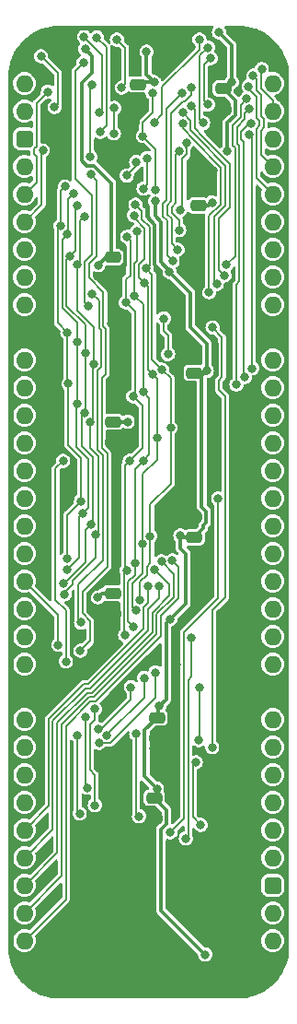
<source format=gbr>
%TF.GenerationSoftware,KiCad,Pcbnew,7.0.5*%
%TF.CreationDate,2024-01-04T10:21:33+02:00*%
%TF.ProjectId,HCP65 Device Interrupts Wide,48435036-3520-4446-9576-69636520496e,rev?*%
%TF.SameCoordinates,Original*%
%TF.FileFunction,Copper,L2,Bot*%
%TF.FilePolarity,Positive*%
%FSLAX46Y46*%
G04 Gerber Fmt 4.6, Leading zero omitted, Abs format (unit mm)*
G04 Created by KiCad (PCBNEW 7.0.5) date 2024-01-04 10:21:33*
%MOMM*%
%LPD*%
G01*
G04 APERTURE LIST*
G04 Aperture macros list*
%AMRoundRect*
0 Rectangle with rounded corners*
0 $1 Rounding radius*
0 $2 $3 $4 $5 $6 $7 $8 $9 X,Y pos of 4 corners*
0 Add a 4 corners polygon primitive as box body*
4,1,4,$2,$3,$4,$5,$6,$7,$8,$9,$2,$3,0*
0 Add four circle primitives for the rounded corners*
1,1,$1+$1,$2,$3*
1,1,$1+$1,$4,$5*
1,1,$1+$1,$6,$7*
1,1,$1+$1,$8,$9*
0 Add four rect primitives between the rounded corners*
20,1,$1+$1,$2,$3,$4,$5,0*
20,1,$1+$1,$4,$5,$6,$7,0*
20,1,$1+$1,$6,$7,$8,$9,0*
20,1,$1+$1,$8,$9,$2,$3,0*%
G04 Aperture macros list end*
%TA.AperFunction,ComponentPad*%
%ADD10O,1.600000X1.600000*%
%TD*%
%TA.AperFunction,ComponentPad*%
%ADD11RoundRect,0.400000X-0.400000X-0.400000X0.400000X-0.400000X0.400000X0.400000X-0.400000X0.400000X0*%
%TD*%
%TA.AperFunction,ComponentPad*%
%ADD12R,1.600000X1.600000*%
%TD*%
%TA.AperFunction,SMDPad,CuDef*%
%ADD13RoundRect,0.250000X-0.475000X0.250000X-0.475000X-0.250000X0.475000X-0.250000X0.475000X0.250000X0*%
%TD*%
%TA.AperFunction,SMDPad,CuDef*%
%ADD14RoundRect,0.250000X0.475000X-0.250000X0.475000X0.250000X-0.475000X0.250000X-0.475000X-0.250000X0*%
%TD*%
%TA.AperFunction,ViaPad*%
%ADD15C,0.800000*%
%TD*%
%TA.AperFunction,Conductor*%
%ADD16C,0.380000*%
%TD*%
%TA.AperFunction,Conductor*%
%ADD17C,0.280000*%
%TD*%
%TA.AperFunction,Conductor*%
%ADD18C,0.200000*%
%TD*%
G04 APERTURE END LIST*
D10*
%TO.P,J2,1,Pin_1*%
%TO.N,/~{Interrupt}_{Device}4*%
X86360000Y-71120000D03*
%TO.P,J2,2,Pin_2*%
%TO.N,/~{Interrupt}_{Device}3*%
X86360000Y-73660000D03*
D11*
%TO.P,J2,3,Pin_3*%
%TO.N,/5V*%
X86360000Y-76200000D03*
D10*
%TO.P,J2,4,Pin_4*%
%TO.N,/~{Interrupt}_{Device}2*%
X86360000Y-78740000D03*
%TO.P,J2,5,Pin_5*%
%TO.N,/~{Interrupt}_{Device}1*%
X86360000Y-81280000D03*
%TO.P,J2,6,Pin_6*%
%TO.N,/~{INT}*%
X86360000Y-83820000D03*
%TO.P,J2,7,Pin_7*%
%TO.N,unconnected-(J2-Pin_7-Pad7)*%
X86360000Y-86360000D03*
%TO.P,J2,8,Pin_8*%
%TO.N,unconnected-(J2-Pin_8-Pad8)*%
X86360000Y-88900000D03*
%TO.P,J2,9,Pin_9*%
%TO.N,unconnected-(J2-Pin_9-Pad9)*%
X86360000Y-91440000D03*
D12*
%TO.P,J2,10,Pin_10*%
%TO.N,/GND*%
X86360000Y-93980000D03*
D10*
%TO.P,J2,11,Pin_11*%
%TO.N,/D0*%
X86360000Y-96520000D03*
%TO.P,J2,12,Pin_12*%
%TO.N,/D1*%
X86360000Y-99060000D03*
%TO.P,J2,13,Pin_13*%
%TO.N,/D2*%
X86360000Y-101600000D03*
%TO.P,J2,14,Pin_14*%
%TO.N,/D3*%
X86360000Y-104140000D03*
%TO.P,J2,15,Pin_15*%
%TO.N,/D4*%
X86360000Y-106680000D03*
%TO.P,J2,16,Pin_16*%
%TO.N,/D5*%
X86360000Y-109220000D03*
%TO.P,J2,17,Pin_17*%
%TO.N,/D6*%
X86360000Y-111760000D03*
%TO.P,J2,18,Pin_18*%
%TO.N,/D7*%
X86360000Y-114300000D03*
%TO.P,J2,19,Pin_19*%
%TO.N,/~{Device Interrupt}_{ 1..7}*%
X86360000Y-116840000D03*
%TO.P,J2,20,Pin_20*%
%TO.N,/~{Device Interrupt}_{ 8..15}*%
X86360000Y-119380000D03*
%TO.P,J2,21,Pin_21*%
%TO.N,/~{Device Interrupt}_{ 16..19}*%
X86360000Y-121920000D03*
%TO.P,J2,22,Pin_22*%
%TO.N,/~{Device Enable}_{ 1..7}*%
X86360000Y-124460000D03*
D12*
%TO.P,J2,23,Pin_23*%
%TO.N,/GND*%
X86360000Y-127000000D03*
D10*
%TO.P,J2,24,Pin_24*%
%TO.N,/~{Device Enable}_{ 8..15}*%
X86360000Y-129540000D03*
%TO.P,J2,25,Pin_25*%
%TO.N,/~{Device Enable}_{ 16..19}*%
X86360000Y-132080000D03*
%TO.P,J2,26,Pin_26*%
%TO.N,/~{RD}*%
X86360000Y-134620000D03*
%TO.P,J2,27,Pin_27*%
%TO.N,unconnected-(J2-Pin_27-Pad27)*%
X86360000Y-137160000D03*
%TO.P,J2,28,Pin_28*%
%TO.N,/~{Enable}_{Device}19*%
X86360000Y-139700000D03*
%TO.P,J2,29,Pin_29*%
%TO.N,/~{Enable}_{Device}18*%
X86360000Y-142240000D03*
%TO.P,J2,30,Pin_30*%
%TO.N,/~{Enable}_{Device}17*%
X86360000Y-144780000D03*
%TO.P,J2,31,Pin_31*%
%TO.N,/~{Enable}_{Device}16*%
X86360000Y-147320000D03*
%TO.P,J2,32,Pin_32*%
%TO.N,/~{Enable}_{Device}15*%
X86360000Y-149860000D03*
%TO.P,J2,33,Pin_33*%
%TO.N,/~{Enable}_{Device}14*%
X109220000Y-149860000D03*
%TO.P,J2,34,Pin_34*%
%TO.N,/~{Enable}_{Device}13*%
X109220000Y-147320000D03*
D11*
%TO.P,J2,35,Pin_35*%
%TO.N,/5V*%
X109220000Y-144780000D03*
D10*
%TO.P,J2,36,Pin_36*%
%TO.N,/~{Enable}_{Device}12*%
X109220000Y-142240000D03*
%TO.P,J2,37,Pin_37*%
%TO.N,/~{Enable}_{Device}11*%
X109220000Y-139700000D03*
%TO.P,J2,38,Pin_38*%
%TO.N,/~{Enable}_{Device}10*%
X109220000Y-137160000D03*
%TO.P,J2,39,Pin_39*%
%TO.N,/~{Enable}_{Device}9*%
X109220000Y-134620000D03*
%TO.P,J2,40,Pin_40*%
%TO.N,/~{Enable}_{Device}8*%
X109220000Y-132080000D03*
%TO.P,J2,41,Pin_41*%
%TO.N,/~{Enable}_{Device}7*%
X109220000Y-129540000D03*
D12*
%TO.P,J2,42,Pin_42*%
%TO.N,/GND*%
X109220000Y-127000000D03*
D10*
%TO.P,J2,43,Pin_43*%
%TO.N,/~{Enable}_{Device}6*%
X109220000Y-124460000D03*
%TO.P,J2,44,Pin_44*%
%TO.N,/~{Enable}_{Device}5*%
X109220000Y-121920000D03*
%TO.P,J2,45,Pin_45*%
%TO.N,/~{Enable}_{Device}4*%
X109220000Y-119380000D03*
%TO.P,J2,46,Pin_46*%
%TO.N,/~{Enable}_{Device}3*%
X109220000Y-116840000D03*
%TO.P,J2,47,Pin_47*%
%TO.N,/~{Enable}_{Device}2*%
X109220000Y-114300000D03*
%TO.P,J2,48,Pin_48*%
%TO.N,/~{Enable}_{Device}1*%
X109220000Y-111760000D03*
%TO.P,J2,49,Pin_49*%
%TO.N,/~{Interrupt}_{Device}19*%
X109220000Y-109220000D03*
%TO.P,J2,50,Pin_50*%
%TO.N,/~{Interrupt}_{Device}18*%
X109220000Y-106680000D03*
%TO.P,J2,51,Pin_51*%
%TO.N,/~{Interrupt}_{Device}17*%
X109220000Y-104140000D03*
%TO.P,J2,52,Pin_52*%
%TO.N,/~{Interrupt}_{Device}16*%
X109220000Y-101600000D03*
%TO.P,J2,53,Pin_53*%
%TO.N,/~{Interrupt}_{Device}15*%
X109220000Y-99060000D03*
%TO.P,J2,54,Pin_54*%
%TO.N,/~{Interrupt}_{Device}14*%
X109220000Y-96520000D03*
D12*
%TO.P,J2,55,Pin_55*%
%TO.N,/GND*%
X109220000Y-93980000D03*
D10*
%TO.P,J2,56,Pin_56*%
%TO.N,/~{Interrupt}_{Device}13*%
X109220000Y-91440000D03*
%TO.P,J2,57,Pin_57*%
%TO.N,/~{Interrupt}_{Device}12*%
X109220000Y-88900000D03*
%TO.P,J2,58,Pin_58*%
%TO.N,/~{Interrupt}_{Device}11*%
X109220000Y-86360000D03*
%TO.P,J2,59,Pin_59*%
%TO.N,/~{Interrupt}_{Device}10*%
X109220000Y-83820000D03*
%TO.P,J2,60,Pin_60*%
%TO.N,/~{Interrupt}_{Device}9*%
X109220000Y-81280000D03*
%TO.P,J2,61,Pin_61*%
%TO.N,/~{Interrupt}_{Device}8*%
X109220000Y-78740000D03*
%TO.P,J2,62,Pin_62*%
%TO.N,/~{Interrupt}_{Device}7*%
X109220000Y-76200000D03*
%TO.P,J2,63,Pin_63*%
%TO.N,/~{Interrupt}_{Device}6*%
X109220000Y-73660000D03*
%TO.P,J2,64,Pin_64*%
%TO.N,/~{Interrupt}_{Device}5*%
X109220000Y-71120000D03*
%TD*%
D13*
%TO.P,C4,1*%
%TO.N,/3.3V*%
X96774000Y-71202000D03*
%TO.P,C4,2*%
%TO.N,/GND*%
X96774000Y-73102000D03*
%TD*%
D14*
%TO.P,C8,1*%
%TO.N,/3.3V*%
X101981000Y-112821000D03*
%TO.P,C8,2*%
%TO.N,/GND*%
X101981000Y-110921000D03*
%TD*%
%TO.P,C1,1*%
%TO.N,/3.3V*%
X101981000Y-97708000D03*
%TO.P,C1,2*%
%TO.N,/GND*%
X101981000Y-95808000D03*
%TD*%
D13*
%TO.P,C12,1*%
%TO.N,/3.3V*%
X104648000Y-71583000D03*
%TO.P,C12,2*%
%TO.N,/GND*%
X104648000Y-73483000D03*
%TD*%
%TO.P,C7,1*%
%TO.N,/3.3V*%
X94488000Y-117938000D03*
%TO.P,C7,2*%
%TO.N,/GND*%
X94488000Y-119838000D03*
%TD*%
D14*
%TO.P,C6,1*%
%TO.N,/3.3V*%
X102362000Y-82341000D03*
%TO.P,C6,2*%
%TO.N,/GND*%
X102362000Y-80441000D03*
%TD*%
D13*
%TO.P,C11,1*%
%TO.N,/3.3V*%
X98552000Y-129368000D03*
%TO.P,C11,2*%
%TO.N,/GND*%
X98552000Y-131268000D03*
%TD*%
%TO.P,C2,1*%
%TO.N,/3.3V*%
X94488000Y-102190000D03*
%TO.P,C2,2*%
%TO.N,/GND*%
X94488000Y-104090000D03*
%TD*%
%TO.P,C5,1*%
%TO.N,/3.3V*%
X98298000Y-136729500D03*
%TO.P,C5,2*%
%TO.N,/GND*%
X98298000Y-138629500D03*
%TD*%
%TO.P,C3,1*%
%TO.N,/3.3V*%
X94488000Y-87077000D03*
%TO.P,C3,2*%
%TO.N,/GND*%
X94488000Y-88977000D03*
%TD*%
D15*
%TO.N,/3.3V*%
X103136116Y-97523878D03*
X93119000Y-118333000D03*
X95857000Y-102190000D03*
X105050632Y-77321368D03*
X100711000Y-112633000D03*
X98298000Y-70993000D03*
X99774000Y-120326414D03*
X91948000Y-67945004D03*
X93142122Y-87808122D03*
X98771728Y-128329544D03*
X97598034Y-68193632D03*
X99706987Y-88432427D03*
X104267012Y-66421000D03*
X98384168Y-81930231D03*
X98552000Y-135885500D03*
X103632000Y-82042000D03*
X102996996Y-151130000D03*
X105447387Y-70988000D03*
%TO.N,/GND*%
X93106045Y-88807473D03*
X89405472Y-76835000D03*
X103730729Y-79112102D03*
X99949000Y-129525000D03*
X97215779Y-67255988D03*
X99441000Y-113918978D03*
X89231922Y-74471077D03*
X92710000Y-149352000D03*
X98171000Y-123825000D03*
X93218000Y-119761000D03*
X88859080Y-83058000D03*
X87630004Y-67564000D03*
X93934911Y-122432218D03*
X100569580Y-121016580D03*
X100849926Y-101092000D03*
X103632000Y-136520500D03*
X100711000Y-104013000D03*
X104013000Y-149352000D03*
X103632000Y-80645000D03*
X100330000Y-124460000D03*
X88693119Y-85979000D03*
X100567502Y-92947498D03*
X100584000Y-98572000D03*
X104521000Y-127127000D03*
X99441000Y-134747000D03*
X88646000Y-88900000D03*
X103759000Y-154051000D03*
X100838000Y-95572000D03*
X98227000Y-132174373D03*
X103419976Y-117602000D03*
X94526847Y-127266797D03*
X94107000Y-77089000D03*
X103632000Y-75565000D03*
X96618928Y-139850572D03*
X101675743Y-67809556D03*
X100711000Y-111124992D03*
X94318904Y-93128567D03*
X106934000Y-143637000D03*
X96316577Y-80581597D03*
X102616000Y-92542979D03*
X102870000Y-143510000D03*
X98933000Y-90170006D03*
X95504000Y-153797000D03*
X96501336Y-104272000D03*
%TO.N,/D0*%
X90294080Y-114759000D03*
X90297002Y-93980000D03*
X89662000Y-84201000D03*
X91567000Y-109474000D03*
X90091477Y-80579553D03*
X90402338Y-98700662D03*
%TO.N,/D1*%
X91694000Y-110633000D03*
X90302186Y-84969223D03*
X91237628Y-100533792D03*
X90258335Y-115784695D03*
X90854965Y-81225379D03*
X91186008Y-94869000D03*
%TO.N,/D2*%
X89915342Y-117008301D03*
X90551000Y-86995000D03*
X91948000Y-95913363D03*
X91884247Y-101357597D03*
X92456002Y-111633002D03*
X91186000Y-82296000D03*
%TO.N,/D3*%
X92727151Y-96863012D03*
X92892361Y-112532777D03*
X91863982Y-83334000D03*
X90052446Y-118036728D03*
X91179443Y-87772858D03*
X92363000Y-102235549D03*
%TO.N,/D4*%
X96578145Y-82235205D03*
X97013000Y-118588771D03*
X97942304Y-112691457D03*
X97593002Y-88124132D03*
X99820583Y-102731322D03*
X99035221Y-97408908D03*
%TO.N,/D5*%
X97409000Y-89429998D03*
X96428106Y-83223887D03*
X96616767Y-119510295D03*
X98552000Y-103632000D03*
X97229673Y-113393000D03*
X98129131Y-97832000D03*
%TO.N,/D6*%
X96693303Y-84724151D03*
X97268882Y-99407800D03*
X96393000Y-120990295D03*
X96461139Y-90594637D03*
X96520389Y-115188615D03*
X97282000Y-105791000D03*
%TO.N,/D7*%
X95688101Y-91229000D03*
X96045781Y-105796345D03*
X95811947Y-85196610D03*
X96375544Y-99857193D03*
X95631000Y-121793022D03*
X95781492Y-115862438D03*
%TO.N,/~{Read Device Interrupt}_{ 8..15}*%
X92583000Y-90424000D03*
X98425000Y-125222000D03*
X93218000Y-131699000D03*
X91571812Y-120634804D03*
%TO.N,/~{Interrupt}_{Device}15*%
X100939145Y-74770054D03*
X103363475Y-90311136D03*
%TO.N,/~{Interrupt}_{Device}14*%
X104063475Y-89532914D03*
X100928881Y-73770104D03*
%TO.N,/~{Interrupt}_{Device}13*%
X104760975Y-88741342D03*
X101724000Y-73152000D03*
%TO.N,/~{Interrupt}_{Device}12*%
X104964000Y-87762165D03*
X106833591Y-72487219D03*
%TO.N,/~{Interrupt}_{Device}11*%
X99997235Y-87424235D03*
X100861698Y-72027826D03*
%TO.N,/~{Interrupt}_{Device}10*%
X101699349Y-71481614D03*
X100442731Y-86375439D03*
%TO.N,/~{Interrupt}_{Device}9*%
X106999062Y-71374000D03*
%TO.N,/~{Interrupt}_{Device}8*%
X107416757Y-70404647D03*
%TO.N,/~{Interrupt}_{Device}7*%
X100595999Y-84582000D03*
X94590171Y-75703382D03*
X100614627Y-77334352D03*
X94620225Y-73365000D03*
%TO.N,/~{Interrupt}_{Device}6*%
X108204000Y-69788000D03*
%TO.N,/~{Interrupt}_{Device}4*%
X100672100Y-82759057D03*
X101256832Y-76567816D03*
%TO.N,/~{Interrupt}_{Device}3*%
X98450500Y-80932431D03*
X98171000Y-72009000D03*
X97258801Y-75946008D03*
%TO.N,/~{Interrupt}_{Device}2*%
X92583000Y-71247000D03*
X92415514Y-77859856D03*
X97663000Y-77978000D03*
X97320584Y-80766004D03*
%TO.N,/~{Interrupt}_{Device}1*%
X95783096Y-79567000D03*
X96642364Y-78326002D03*
X88519000Y-71882000D03*
%TO.N,/~{RD}*%
X96901000Y-138422500D03*
X96647000Y-130836579D03*
%TO.N,/~{Device Interrupt}_{ 8..15}*%
X97380227Y-125730000D03*
X93940852Y-131002271D03*
%TO.N,/~{Read Device Interrupt}_{ 16..19}*%
X103676158Y-93541929D03*
X103632000Y-132080000D03*
%TO.N,/~{Device Interrupt}_{ 16..19}*%
X102424000Y-131425000D03*
X102489000Y-126619000D03*
%TO.N,/~{Interrupt}_{Device}19*%
X99187000Y-92710000D03*
X99586046Y-95970399D03*
X92202000Y-91567000D03*
X91793000Y-69198730D03*
%TO.N,/~{Interrupt}_{Device}18*%
X105881360Y-98775769D03*
X107020392Y-73469619D03*
%TO.N,/~{Interrupt}_{Device}17*%
X106629661Y-98096227D03*
X107222612Y-74773616D03*
%TO.N,/~{Interrupt}_{Device}16*%
X107315000Y-97282000D03*
X107019980Y-75819000D03*
%TO.N,/~{Device Enable}_{ 8..15}*%
X91440000Y-138176000D03*
X91250526Y-131008415D03*
%TO.N,/~{Read Device Enable}_{ 8..15}*%
X99773663Y-139901163D03*
X104168000Y-109240500D03*
%TO.N,/~{Read Device Enable}_{ 16..19}*%
X101730000Y-122006701D03*
X101219000Y-140457506D03*
%TO.N,/~{Device Enable}_{ 16..19}*%
X102585998Y-139217502D03*
X102130000Y-133461712D03*
%TO.N,/~{Enable}_{Device}19*%
X97763289Y-117256597D03*
%TO.N,/~{Enable}_{Device}18*%
X98762606Y-117314561D03*
%TO.N,/~{Enable}_{Device}17*%
X98318465Y-115776597D03*
%TO.N,/~{Enable}_{Device}16*%
X98971165Y-115018977D03*
%TO.N,/~{Enable}_{Device}15*%
X99967324Y-114931389D03*
%TO.N,/~{Read Device Interrupt}_{ 1..7}*%
X96151938Y-126576514D03*
X93132271Y-130413882D03*
X92446399Y-79492399D03*
X91509082Y-123221404D03*
%TO.N,/~{Device Interrupt}_{ 1..7}*%
X89470000Y-122682000D03*
%TO.N,/~{Read Device Enable}_{ 1..7}*%
X92837000Y-137414000D03*
X89916000Y-105791000D03*
X92827018Y-128580421D03*
X90170000Y-124206000D03*
%TO.N,/~{Device Enable}_{ 1..7}*%
X92137000Y-135820500D03*
X92000958Y-129310736D03*
%TO.N,Net-(IC2-2Y)*%
X87881085Y-68607995D03*
X89126000Y-73291885D03*
%TO.N,Net-(IC2-3Y)*%
X91844783Y-66823337D03*
X93214994Y-73765000D03*
%TO.N,Net-(IC2-1Y)*%
X94869000Y-67084000D03*
X95315010Y-71501000D03*
%TO.N,Net-(IC6-2Y)*%
X98316926Y-74699868D03*
X102472386Y-67083319D03*
%TO.N,Net-(IC6-3Y)*%
X103243187Y-67810187D03*
X102807440Y-74738560D03*
%TO.N,Net-(IC6-1Y)*%
X103508885Y-68784174D03*
X103241706Y-73040134D03*
%TO.N,/~{INT}*%
X88049711Y-77267099D03*
X93001963Y-66892062D03*
X93345000Y-75565000D03*
%TD*%
D16*
%TO.N,/3.3V*%
X105429469Y-70988000D02*
X105447387Y-70988000D01*
X100899000Y-112821000D02*
X100711000Y-112633000D01*
X94361000Y-80268113D02*
X92755658Y-78662771D01*
X98679000Y-129241000D02*
X98679000Y-128422272D01*
X97437000Y-130483000D02*
X97437000Y-134770500D01*
X101219000Y-118872000D02*
X101219000Y-114300000D01*
X104648000Y-71583000D02*
X105763000Y-72698000D01*
X99406767Y-127694505D02*
X98771728Y-128329544D01*
X94488000Y-117938000D02*
X93514000Y-117938000D01*
X94488000Y-102190000D02*
X95857000Y-102190000D01*
X102951994Y-97708000D02*
X103136116Y-97523878D01*
X104267012Y-66421000D02*
X105447387Y-67601375D01*
X98933000Y-147066004D02*
X102996996Y-151130000D01*
X105763000Y-72698000D02*
X105763000Y-73998097D01*
X92583000Y-70104000D02*
X92583000Y-68580004D01*
X94361000Y-86950000D02*
X94361000Y-80268113D01*
X98933000Y-87526657D02*
X98933000Y-83837314D01*
X100711000Y-113792000D02*
X100711000Y-112633000D01*
X103136116Y-97523878D02*
X103136116Y-94993866D01*
X105030000Y-74731097D02*
X105030000Y-77300736D01*
X101981000Y-112821000D02*
X102798000Y-112004000D01*
X102798000Y-111734097D02*
X103096000Y-111436097D01*
X104834469Y-71583000D02*
X105429469Y-70988000D01*
X91625514Y-78187085D02*
X91625514Y-71061486D01*
X92101200Y-78662771D02*
X91625514Y-78187085D01*
X98298000Y-70993000D02*
X96983000Y-70993000D01*
X102671000Y-109980903D02*
X102671000Y-97988994D01*
X103333000Y-82341000D02*
X103632000Y-82042000D01*
X101628000Y-90353440D02*
X99706987Y-88432427D01*
X94488000Y-87077000D02*
X93873244Y-87077000D01*
X103096000Y-110405903D02*
X102671000Y-109980903D01*
X105763000Y-73998097D02*
X105030000Y-74731097D01*
X99413000Y-137844500D02*
X99413000Y-139144597D01*
X99774000Y-120326414D02*
X99774000Y-120317000D01*
X98552000Y-135885500D02*
X98552000Y-136475500D01*
X92583000Y-68580004D02*
X91948000Y-67945004D01*
X101981000Y-112821000D02*
X100899000Y-112821000D01*
X102798000Y-112004000D02*
X102798000Y-111734097D01*
X98552000Y-129368000D02*
X97437000Y-130483000D01*
X98933000Y-83837314D02*
X98384168Y-83288482D01*
X92755658Y-78662771D02*
X92101200Y-78662771D01*
X103096000Y-111436097D02*
X103096000Y-110405903D01*
X99406767Y-120693647D02*
X99406767Y-127694505D01*
X98298000Y-136729500D02*
X99413000Y-137844500D01*
X98679000Y-128422272D02*
X98771728Y-128329544D01*
X101981000Y-97708000D02*
X102951994Y-97708000D01*
X91625514Y-71061486D02*
X92583000Y-70104000D01*
X93873244Y-87077000D02*
X93142122Y-87808122D01*
X102671000Y-97988994D02*
X103136116Y-97523878D01*
X105447387Y-67601375D02*
X105447387Y-70988000D01*
X105030000Y-77300736D02*
X105050632Y-77321368D01*
X101219000Y-114300000D02*
X100711000Y-113792000D01*
X99774000Y-120317000D02*
X101219000Y-118872000D01*
X99774000Y-120326414D02*
X99406767Y-120693647D01*
X97598034Y-70293034D02*
X98298000Y-70993000D01*
X102362000Y-82341000D02*
X103333000Y-82341000D01*
X99413000Y-139144597D02*
X98933000Y-139624597D01*
X103136116Y-94993866D02*
X101628000Y-93485750D01*
X97598034Y-68193632D02*
X97598034Y-70293034D01*
X99706987Y-88300644D02*
X98933000Y-87526657D01*
X97437000Y-134770500D02*
X98552000Y-135885500D01*
X98933000Y-139624597D02*
X98933000Y-147066004D01*
X99706987Y-88432427D02*
X99706987Y-88300644D01*
X93514000Y-117938000D02*
X93119000Y-118333000D01*
X98384168Y-83288482D02*
X98384168Y-81930231D01*
X101628000Y-93485750D02*
X101628000Y-90353440D01*
%TO.N,/GND*%
X110410000Y-95170000D02*
X110410000Y-125810000D01*
X94583029Y-93392692D02*
X94583029Y-99409029D01*
X94488000Y-88977000D02*
X95603000Y-87862000D01*
X103632000Y-75057000D02*
X103632000Y-75565000D01*
X103419976Y-118166184D02*
X103419976Y-117602000D01*
X100584000Y-110997992D02*
X100584000Y-104140000D01*
X109220000Y-93980000D02*
X110410000Y-95170000D01*
X97542767Y-66929000D02*
X100795187Y-66929000D01*
X96647000Y-101473000D02*
X96647000Y-104126336D01*
X109220000Y-127000000D02*
X104648000Y-127000000D01*
X87630004Y-67564000D02*
X88011000Y-67564000D01*
X103632000Y-80645000D02*
X103730729Y-80546271D01*
X95021947Y-81876227D02*
X96316577Y-80581597D01*
X103632000Y-142748000D02*
X102870000Y-143510000D01*
X104013000Y-153797000D02*
X104013000Y-149352000D01*
X94488000Y-104090000D02*
X96319336Y-104090000D01*
X92329000Y-118872000D02*
X93218000Y-119761000D01*
X100330000Y-121256160D02*
X100330000Y-124460000D01*
X98353000Y-84077558D02*
X97650114Y-83374672D01*
X100584000Y-104140000D02*
X100711000Y-104013000D01*
X100965000Y-95445000D02*
X100965000Y-93344996D01*
X85170000Y-125810000D02*
X86360000Y-127000000D01*
X94318904Y-93128567D02*
X94583029Y-93392692D01*
X101981000Y-110921000D02*
X100914992Y-110921000D01*
X100584000Y-97409000D02*
X100584000Y-98572000D01*
X100569580Y-121016580D02*
X100330000Y-121256160D01*
X88859080Y-77381392D02*
X88859080Y-83058000D01*
X98552000Y-131268000D02*
X98552000Y-131849373D01*
X103676000Y-110165659D02*
X103378000Y-109867659D01*
X103428000Y-80441000D02*
X103632000Y-80645000D01*
X98298000Y-138629500D02*
X97076928Y-139850572D01*
X102616000Y-93599000D02*
X102616000Y-92542979D01*
X96316577Y-80879226D02*
X96316577Y-80581597D01*
X88693119Y-91646881D02*
X88693119Y-88947119D01*
X101981000Y-95808000D02*
X101074000Y-95808000D01*
X86360000Y-93980000D02*
X85170000Y-95170000D01*
X97650114Y-82313406D02*
X97368145Y-82031437D01*
X104648000Y-127000000D02*
X104521000Y-127127000D01*
X86360000Y-127000000D02*
X89367129Y-127000000D01*
X96905374Y-81445205D02*
X96882556Y-81445205D01*
X100711000Y-111124992D02*
X99441000Y-112394992D01*
X88859080Y-83058000D02*
X88859080Y-85813039D01*
X100965000Y-93344996D02*
X100567502Y-92947498D01*
X97671657Y-123825000D02*
X94526847Y-126969810D01*
X94488000Y-92959471D02*
X94318904Y-93128567D01*
X100567502Y-91804508D02*
X100567502Y-92947498D01*
X102997000Y-143637000D02*
X102870000Y-143510000D01*
X86614000Y-152146000D02*
X89916000Y-152146000D01*
X101074000Y-95808000D02*
X100838000Y-95572000D01*
X108727085Y-151050000D02*
X102870000Y-145192915D01*
X97368145Y-82031437D02*
X97368145Y-81907976D01*
X89160667Y-66033337D02*
X87630004Y-67564000D01*
X88646000Y-88900000D02*
X88693119Y-88852881D01*
X85167628Y-128192372D02*
X85167628Y-150699628D01*
X92710000Y-152400000D02*
X94107000Y-153797000D01*
X98933000Y-90170006D02*
X100567502Y-91804508D01*
X93275572Y-88977000D02*
X93106045Y-88807473D01*
X97215779Y-67255988D02*
X95993128Y-66033337D01*
X96647000Y-104126336D02*
X96501336Y-104272000D01*
X94583029Y-99409029D02*
X96647000Y-101473000D01*
X97076928Y-139850572D02*
X96618928Y-139850572D01*
X94107000Y-153797000D02*
X95504000Y-153797000D01*
X89916000Y-69469000D02*
X89916000Y-73786999D01*
D17*
X100849926Y-101092000D02*
X100849926Y-98837926D01*
D16*
X97368145Y-81907976D02*
X96905374Y-81445205D01*
X97650114Y-83374672D02*
X97650114Y-82313406D01*
X110535000Y-150227915D02*
X109712915Y-151050000D01*
X95603000Y-86104892D02*
X95021947Y-85523839D01*
X103676000Y-117345976D02*
X103676000Y-110165659D01*
X88011000Y-67564000D02*
X89916000Y-69469000D01*
X92329000Y-117856000D02*
X92329000Y-118872000D01*
X96319336Y-104090000D02*
X96501336Y-104272000D01*
X99441000Y-112394992D02*
X99441000Y-113918978D01*
X94488000Y-77089000D02*
X94107000Y-77089000D01*
D17*
X100711000Y-104013000D02*
X100849926Y-103874074D01*
D16*
X89367129Y-127000000D02*
X93934911Y-122432218D01*
X89405472Y-74644627D02*
X89405472Y-76835000D01*
X98916987Y-90153993D02*
X98916987Y-88330888D01*
X109220000Y-127000000D02*
X110535000Y-128315000D01*
X85170000Y-95170000D02*
X85170000Y-125810000D01*
X89231922Y-74471077D02*
X89405472Y-74644627D01*
X100914992Y-110921000D02*
X100711000Y-111124992D01*
X88859080Y-85813039D02*
X88693119Y-85979000D01*
X97215779Y-67255988D02*
X97542767Y-66929000D01*
X98227000Y-132174373D02*
X98227000Y-133533000D01*
X96774000Y-74803000D02*
X94488000Y-77089000D01*
D17*
X93218000Y-119761000D02*
X94411000Y-119761000D01*
D16*
X104648000Y-74041000D02*
X103632000Y-75057000D01*
D17*
X100849926Y-103874074D02*
X100849926Y-101092000D01*
D16*
X102362000Y-80441000D02*
X103428000Y-80441000D01*
X98353000Y-87766901D02*
X98353000Y-84077558D01*
X89916000Y-152146000D02*
X92710000Y-149352000D01*
X100838000Y-95572000D02*
X100965000Y-95445000D01*
X94488000Y-121879129D02*
X93934911Y-122432218D01*
X103759000Y-154051000D02*
X104013000Y-153797000D01*
X103632000Y-136520500D02*
X103632000Y-142748000D01*
X104648000Y-73483000D02*
X104648000Y-74041000D01*
X96618928Y-140236072D02*
X92710000Y-144145000D01*
X98227000Y-133533000D02*
X99441000Y-134747000D01*
X98552000Y-131849373D02*
X98227000Y-132174373D01*
X100795187Y-66929000D02*
X101675743Y-67809556D01*
X96882556Y-81445205D02*
X96316577Y-80879226D01*
X110535000Y-128315000D02*
X110535000Y-150227915D01*
X100330000Y-129144000D02*
X100330000Y-124460000D01*
X103378000Y-98563349D02*
X104049775Y-97891574D01*
X110410000Y-125810000D02*
X109220000Y-127000000D01*
X94488000Y-88977000D02*
X93275572Y-88977000D01*
X99949000Y-131953000D02*
X99727627Y-132174373D01*
X92710000Y-144145000D02*
X92710000Y-149352000D01*
X104049775Y-97891574D02*
X104049775Y-95032775D01*
X96774000Y-73102000D02*
X96774000Y-74803000D01*
X94526847Y-126969810D02*
X94526847Y-127266797D01*
X95993128Y-66033337D02*
X89160667Y-66033337D01*
X104049775Y-95032775D02*
X102616000Y-93599000D01*
X94488000Y-104090000D02*
X94488000Y-115697000D01*
X99949000Y-129525000D02*
X99949000Y-131953000D01*
X101981000Y-96012000D02*
X100584000Y-97409000D01*
X103378000Y-109867659D02*
X103378000Y-98563349D01*
X100711000Y-111124992D02*
X100584000Y-110997992D01*
X85167628Y-150699628D02*
X86614000Y-152146000D01*
X98916987Y-88330888D02*
X98353000Y-87766901D01*
D17*
X100849926Y-98837926D02*
X100584000Y-98572000D01*
D16*
X98171000Y-123825000D02*
X97671657Y-123825000D01*
X103419976Y-117602000D02*
X103676000Y-117345976D01*
X102870000Y-145192915D02*
X102870000Y-143510000D01*
X86360000Y-127000000D02*
X85167628Y-128192372D01*
X106934000Y-143637000D02*
X102997000Y-143637000D01*
X109712915Y-151050000D02*
X108727085Y-151050000D01*
X100569580Y-121016580D02*
X103419976Y-118166184D01*
X103730729Y-80546271D02*
X103730729Y-79112102D01*
X99727627Y-132174373D02*
X98227000Y-132174373D01*
X86360000Y-93980000D02*
X88693119Y-91646881D01*
X99949000Y-129525000D02*
X100330000Y-129144000D01*
X95021947Y-85523839D02*
X95021947Y-81876227D01*
X98933000Y-90170006D02*
X98916987Y-90153993D01*
X89916000Y-73786999D02*
X89231922Y-74471077D01*
X92710000Y-149352000D02*
X92710000Y-152400000D01*
X88693119Y-88947119D02*
X88646000Y-88900000D01*
X94488000Y-119838000D02*
X94488000Y-121879129D01*
X95603000Y-87862000D02*
X95603000Y-86104892D01*
X89405472Y-76835000D02*
X88859080Y-77381392D01*
X94488000Y-88977000D02*
X94488000Y-92959471D01*
X94488000Y-115697000D02*
X92329000Y-117856000D01*
X88693119Y-88852881D02*
X88693119Y-85979000D01*
D18*
%TO.N,/D0*%
X91567000Y-109474000D02*
X90297000Y-110744000D01*
X91567000Y-105537000D02*
X90402338Y-104372338D01*
X91567000Y-109474000D02*
X91567000Y-105537000D01*
X90297000Y-114756080D02*
X90294080Y-114759000D01*
X89416000Y-84447000D02*
X89662000Y-84201000D01*
X89662000Y-81009030D02*
X90091477Y-80579553D01*
X90402338Y-98700662D02*
X90297002Y-98595326D01*
X90297002Y-93980000D02*
X89416000Y-93098998D01*
X89416000Y-93098998D02*
X89416000Y-84447000D01*
X90297002Y-98595326D02*
X90297002Y-93980000D01*
X89662000Y-84201000D02*
X89662000Y-81009030D01*
X90297000Y-110744000D02*
X90297000Y-114756080D01*
X90402338Y-104372338D02*
X90402338Y-98700662D01*
%TO.N,/D1*%
X91117382Y-100654038D02*
X91237628Y-100533792D01*
X91378000Y-110949000D02*
X91378000Y-114665030D01*
X92267000Y-110060000D02*
X92267000Y-105634559D01*
X90302186Y-84969223D02*
X90362000Y-84909409D01*
X91378000Y-114665030D02*
X90258335Y-115784695D01*
X91186008Y-94869000D02*
X91186008Y-93079379D01*
X91117382Y-104484941D02*
X91117382Y-100654038D01*
X89832000Y-85439409D02*
X90302186Y-84969223D01*
X90362000Y-81718344D02*
X90854965Y-81225379D01*
X91237628Y-100533792D02*
X91186008Y-100482172D01*
X92267000Y-105634559D02*
X91117382Y-104484941D01*
X89832000Y-91725371D02*
X89832000Y-85439409D01*
X91694000Y-110633000D02*
X92267000Y-110060000D01*
X91186008Y-93079379D02*
X89832000Y-91725371D01*
X91186008Y-100482172D02*
X91186008Y-94869000D01*
X91694000Y-110633000D02*
X91378000Y-110949000D01*
X90362000Y-84909409D02*
X90362000Y-81718344D01*
%TO.N,/D2*%
X90232000Y-91559685D02*
X90232000Y-87314000D01*
X91948002Y-101293842D02*
X91948002Y-95913365D01*
X90024679Y-117008301D02*
X89915342Y-117008301D01*
X90551000Y-86995000D02*
X91037000Y-86509000D01*
X92667000Y-105468873D02*
X91663000Y-104464873D01*
X90232000Y-87314000D02*
X90551000Y-86995000D01*
X91967000Y-112122004D02*
X91967000Y-115065980D01*
X91037000Y-86509000D02*
X91037000Y-82445000D01*
X92667000Y-111422004D02*
X92667000Y-105468873D01*
X92456002Y-111633002D02*
X92667000Y-111422004D01*
X91948000Y-95913363D02*
X91948000Y-93275685D01*
X92456002Y-111633002D02*
X91967000Y-112122004D01*
X91948000Y-93275685D02*
X90232000Y-91559685D01*
X91663000Y-101578844D02*
X91884247Y-101357597D01*
X91948002Y-95913365D02*
X91948000Y-95913363D01*
X91663000Y-104464873D02*
X91663000Y-101578844D01*
X91967000Y-115065980D02*
X90024679Y-117008301D01*
X91037000Y-82445000D02*
X91186000Y-82296000D01*
X91884247Y-101357597D02*
X91948002Y-101293842D01*
%TO.N,/D3*%
X91179443Y-91941443D02*
X91179443Y-87772858D01*
X90785000Y-116813665D02*
X90785000Y-117128592D01*
X92727151Y-96863012D02*
X92727151Y-93489151D01*
X92892361Y-112532777D02*
X93156000Y-112269138D01*
X91179443Y-87772858D02*
X91479443Y-87472858D01*
X93156000Y-105392189D02*
X92363000Y-104599189D01*
X91479443Y-87472858D02*
X91479443Y-83718539D01*
X90052446Y-117861146D02*
X90052446Y-118036728D01*
X92363000Y-102235549D02*
X92663000Y-101935549D01*
X93156000Y-112269138D02*
X93156000Y-105392189D01*
X91479443Y-83718539D02*
X91863982Y-83334000D01*
X92727151Y-93489151D02*
X91179443Y-91941443D01*
X92663000Y-101935549D02*
X92663000Y-96927163D01*
X92663000Y-96927163D02*
X92727151Y-96863012D01*
X92892361Y-114706304D02*
X90785000Y-116813665D01*
X92892361Y-112532777D02*
X92892361Y-114706304D01*
X90785000Y-117128592D02*
X90052446Y-117861146D01*
X92363000Y-104599189D02*
X92363000Y-102235549D01*
%TO.N,/D4*%
X97593002Y-88124132D02*
X98109890Y-88641020D01*
X99820583Y-98194270D02*
X99035221Y-97408908D01*
X97160114Y-82817174D02*
X96578145Y-82235205D01*
X97618465Y-115486647D02*
X97618465Y-116307221D01*
X99820583Y-102731322D02*
X99820583Y-98194270D01*
X97863000Y-87854134D02*
X97863000Y-84280522D01*
X97593002Y-88124132D02*
X97863000Y-87854134D01*
X98109890Y-88641020D02*
X98109890Y-96483577D01*
X97942304Y-115162808D02*
X97618465Y-115486647D01*
X97013000Y-116912686D02*
X97013000Y-118588771D01*
X99820583Y-107893453D02*
X97942304Y-109771732D01*
X97160114Y-83577636D02*
X97160114Y-82817174D01*
X97942304Y-112691457D02*
X97942304Y-115162808D01*
X99820583Y-102731322D02*
X99820583Y-107893453D01*
X97863000Y-84280522D02*
X97160114Y-83577636D01*
X97942304Y-109771732D02*
X97942304Y-112691457D01*
X98109890Y-96483577D02*
X99035221Y-97408908D01*
X97618465Y-116307221D02*
X97013000Y-116912686D01*
%TO.N,/D5*%
X97409000Y-89429998D02*
X96893000Y-88913998D01*
X97229673Y-106986327D02*
X98552000Y-105664000D01*
X96428106Y-83440334D02*
X96428106Y-83223887D01*
X96313000Y-117047000D02*
X96313000Y-119206528D01*
X97218465Y-116141535D02*
X96313000Y-117047000D01*
X97409000Y-84421228D02*
X96428106Y-83440334D01*
X98552000Y-98254869D02*
X98552000Y-103632000D01*
X97229673Y-115353731D02*
X97218465Y-115364939D01*
X98129131Y-97832000D02*
X98552000Y-98254869D01*
X97229673Y-113393000D02*
X97229673Y-106986327D01*
X96893000Y-87791253D02*
X97409000Y-87275253D01*
X97229673Y-113393000D02*
X97229673Y-115353731D01*
X97709890Y-97412759D02*
X98129131Y-97832000D01*
X98552000Y-105664000D02*
X98552000Y-103632000D01*
X97409000Y-87275253D02*
X97409000Y-84421228D01*
X97409000Y-89429998D02*
X97709890Y-89730888D01*
X97709890Y-89730888D02*
X97709890Y-97412759D01*
X97218465Y-115364939D02*
X97218465Y-116141535D01*
X96313000Y-119206528D02*
X96616767Y-119510295D01*
X96893000Y-88913998D02*
X96893000Y-87791253D01*
%TO.N,/D6*%
X97852000Y-105221000D02*
X97282000Y-105791000D01*
X97268882Y-99407800D02*
X97268882Y-91402380D01*
X96493000Y-90562776D02*
X96493000Y-87625567D01*
X97268882Y-91402380D02*
X96461139Y-90594637D01*
X97268882Y-99407800D02*
X97852000Y-99990918D01*
X95913000Y-120510295D02*
X96393000Y-120990295D01*
X96520389Y-106552611D02*
X97282000Y-105791000D01*
X95913000Y-116881314D02*
X95913000Y-120510295D01*
X96461139Y-90594637D02*
X96493000Y-90562776D01*
X96693303Y-87425264D02*
X96693303Y-84724151D01*
X97852000Y-99990918D02*
X97852000Y-105221000D01*
X96493000Y-87625567D02*
X96693303Y-87425264D01*
X96520389Y-115188615D02*
X96520389Y-106552611D01*
X96520389Y-116273926D02*
X95913000Y-116881314D01*
X96520389Y-115188615D02*
X96520389Y-116273926D01*
%TO.N,/D7*%
X95513000Y-116130930D02*
X95513000Y-121675022D01*
X96520000Y-99712737D02*
X96520000Y-92060899D01*
X96093000Y-88723615D02*
X96093000Y-85477663D01*
X96093000Y-85477663D02*
X95811947Y-85196610D01*
X95781492Y-115862438D02*
X95612000Y-115692946D01*
X95513000Y-121675022D02*
X95631000Y-121793022D01*
X95688101Y-89128514D02*
X96093000Y-88723615D01*
X97260384Y-104581742D02*
X96045781Y-105796345D01*
X95781492Y-115862438D02*
X95513000Y-116130930D01*
X96520000Y-92060899D02*
X95688101Y-91229000D01*
X97260384Y-100742033D02*
X97260384Y-104581742D01*
X96375544Y-99857193D02*
X97260384Y-100742033D01*
X95612000Y-115692946D02*
X95612000Y-106230126D01*
X95612000Y-106230126D02*
X96045781Y-105796345D01*
X95688101Y-91229000D02*
X95688101Y-89128514D01*
X96375544Y-99857193D02*
X96520000Y-99712737D01*
%TO.N,/~{Read Device Interrupt}_{ 8..15}*%
X91571812Y-120634804D02*
X91311999Y-120374991D01*
X91311999Y-117167279D02*
X93592361Y-114886917D01*
X93427151Y-93792450D02*
X93218904Y-93584203D01*
X93218904Y-91059904D02*
X92583000Y-90424000D01*
X91311999Y-120374991D02*
X91311999Y-117167279D01*
X93218904Y-93584203D02*
X93218904Y-91059904D01*
X93592361Y-114886917D02*
X93592361Y-105262864D01*
X93427151Y-97152962D02*
X93427151Y-93792450D01*
X98425000Y-127508073D02*
X94230802Y-131702271D01*
X93063000Y-104733502D02*
X93063000Y-97517113D01*
X93592361Y-105262864D02*
X93063000Y-104733502D01*
X93221271Y-131702271D02*
X93218000Y-131699000D01*
X98425000Y-125222000D02*
X98425000Y-127508073D01*
X94230802Y-131702271D02*
X93221271Y-131702271D01*
X93063000Y-97517113D02*
X93427151Y-97152962D01*
%TO.N,/~{Interrupt}_{Device}15*%
X103363475Y-83300475D02*
X104458998Y-82204952D01*
X103363475Y-90311136D02*
X103363475Y-83300475D01*
X101956832Y-76348890D02*
X101956832Y-76277866D01*
X104458998Y-82204952D02*
X104458998Y-78851056D01*
X100939145Y-75260179D02*
X100939145Y-74770054D01*
X104458998Y-78851056D02*
X101956832Y-76348890D01*
X101956832Y-76277866D02*
X100939145Y-75260179D01*
%TO.N,/~{Interrupt}_{Device}14*%
X104858998Y-78685370D02*
X102356832Y-76183203D01*
X104858998Y-82370637D02*
X104858998Y-78685370D01*
X101663408Y-74504631D02*
X100928881Y-73770104D01*
X101663408Y-75418756D02*
X101663408Y-74504631D01*
X103864000Y-83365635D02*
X104858998Y-82370637D01*
X102356832Y-76183203D02*
X102356832Y-76112180D01*
X104063475Y-89532914D02*
X103864000Y-89333439D01*
X103864000Y-89333439D02*
X103864000Y-83365635D01*
X102356832Y-76112180D02*
X101663408Y-75418756D01*
%TO.N,/~{Interrupt}_{Device}13*%
X105258998Y-82536323D02*
X105258998Y-78519684D01*
X102063408Y-75253070D02*
X102063408Y-73491408D01*
X105258998Y-78519684D02*
X102756832Y-76017518D01*
X102063408Y-73491408D02*
X101724000Y-73152000D01*
X104264000Y-83531321D02*
X105258998Y-82536323D01*
X102756832Y-76017518D02*
X102756832Y-75946494D01*
X104264000Y-88244367D02*
X104264000Y-83531321D01*
X102756832Y-75946494D02*
X102063408Y-75253070D01*
X104760975Y-88741342D02*
X104264000Y-88244367D01*
%TO.N,/~{Interrupt}_{Device}12*%
X106253000Y-73067810D02*
X106833591Y-72487219D01*
X105520017Y-74934044D02*
X106253000Y-74201062D01*
X104964000Y-87762165D02*
X105750632Y-86975533D01*
X105750632Y-86975533D02*
X105750632Y-77031420D01*
X106253000Y-74201062D02*
X106253000Y-73067810D01*
X105520016Y-76800802D02*
X105520017Y-74934044D01*
X105750632Y-77031420D02*
X105520016Y-76800802D01*
%TO.N,/~{Interrupt}_{Device}11*%
X99096000Y-83307350D02*
X99096000Y-82144628D01*
X99441000Y-73448524D02*
X100861698Y-72027826D01*
X99496002Y-83707352D02*
X99096000Y-83307350D01*
X99096000Y-82144628D02*
X99441000Y-81799628D01*
X99441000Y-81799628D02*
X99441000Y-73448524D01*
X99997235Y-87424235D02*
X99496002Y-86923002D01*
X99496002Y-86923002D02*
X99496002Y-83707352D01*
%TO.N,/~{Interrupt}_{Device}10*%
X100442731Y-86375439D02*
X99896002Y-85828710D01*
X99868718Y-81937595D02*
X99868718Y-73840426D01*
X99496000Y-83141664D02*
X99496000Y-82310314D01*
X101699349Y-72182075D02*
X101699349Y-71481614D01*
X101128211Y-72753213D02*
X101699349Y-72182075D01*
X99496000Y-82310314D02*
X99868718Y-81937595D01*
X99868718Y-73840426D02*
X100955931Y-72753213D01*
X99896002Y-85828710D02*
X99896002Y-83541666D01*
X99896002Y-83541666D02*
X99496000Y-83141664D01*
X100955931Y-72753213D02*
X101128211Y-72753213D01*
%TO.N,/~{Interrupt}_{Device}9*%
X107720000Y-75266176D02*
X107981338Y-75004838D01*
X107720000Y-74281320D02*
X107720000Y-72307006D01*
X107981338Y-74542659D02*
X107720000Y-74281320D01*
X106999062Y-71586068D02*
X106999062Y-71374000D01*
X109220000Y-81280000D02*
X107720000Y-79780000D01*
X107720000Y-79780000D02*
X107720000Y-75266176D01*
X107720000Y-72307006D02*
X106999062Y-71586068D01*
X107981338Y-75004838D02*
X107981338Y-74542659D01*
%TO.N,/~{Interrupt}_{Device}8*%
X108381338Y-74376973D02*
X108120000Y-74115635D01*
X108381338Y-75170523D02*
X108381338Y-74376973D01*
X108120000Y-75431862D02*
X108381338Y-75170523D01*
X108120000Y-74115635D02*
X108120000Y-72141321D01*
X107720000Y-71741320D02*
X107720000Y-70707890D01*
X108120000Y-77640000D02*
X108120000Y-75431862D01*
X107720000Y-70707890D02*
X107416757Y-70404647D01*
X108120000Y-72141321D02*
X107720000Y-71741320D01*
X109220000Y-78740000D02*
X108120000Y-77640000D01*
%TO.N,/~{Interrupt}_{Device}7*%
X94620225Y-73365000D02*
X94620225Y-75673328D01*
X100268720Y-77680259D02*
X100268720Y-82103280D01*
X100614627Y-77334352D02*
X100268720Y-77680259D01*
X94620225Y-75673328D02*
X94590171Y-75703382D01*
X99896000Y-82476000D02*
X99896000Y-82975978D01*
X99896000Y-82975978D02*
X100595999Y-83675977D01*
X100595999Y-83675977D02*
X100595999Y-84582000D01*
X100268720Y-82103280D02*
X99896000Y-82476000D01*
%TO.N,/~{Interrupt}_{Device}6*%
X109220000Y-73660000D02*
X109220000Y-72675635D01*
X108120000Y-71575635D02*
X108120000Y-69872000D01*
X109220000Y-72675635D02*
X108120000Y-71575635D01*
X108120000Y-69872000D02*
X108204000Y-69788000D01*
%TO.N,/~{Interrupt}_{Device}4*%
X101314627Y-77044402D02*
X101241000Y-76970775D01*
X100672100Y-82759057D02*
X100904577Y-82526580D01*
X101314627Y-77624302D02*
X101314627Y-77044402D01*
X101241000Y-76970775D02*
X101241000Y-76583648D01*
X100904577Y-78034352D02*
X101314627Y-77624302D01*
X101241000Y-76583648D02*
X101256832Y-76567816D01*
X100904577Y-82526580D02*
X100904577Y-78034352D01*
%TO.N,/~{Interrupt}_{Device}3*%
X98171000Y-73787000D02*
X97264000Y-74694000D01*
X97264000Y-75940809D02*
X97258801Y-75946008D01*
X98450500Y-80932431D02*
X98450500Y-77137707D01*
X98171000Y-72009000D02*
X98171000Y-73787000D01*
X97264000Y-74694000D02*
X97264000Y-75940809D01*
X98450500Y-77137707D02*
X97258801Y-75946008D01*
%TO.N,/~{Interrupt}_{Device}2*%
X92583000Y-71247000D02*
X92428429Y-71401571D01*
X92428429Y-77846941D02*
X92415514Y-77859856D01*
X97663000Y-80423588D02*
X97320584Y-80766004D01*
X97663000Y-77978000D02*
X97663000Y-80423588D01*
X92428429Y-71401571D02*
X92428429Y-77846941D01*
%TO.N,/~{Interrupt}_{Device}1*%
X86360000Y-81280000D02*
X87460000Y-80180000D01*
X87460000Y-77808000D02*
X87249000Y-77597000D01*
X87249000Y-77100949D02*
X87460000Y-76889949D01*
X95783096Y-79567000D02*
X96642364Y-78707732D01*
X87460000Y-76889949D02*
X87460000Y-72941000D01*
X87249000Y-77597000D02*
X87249000Y-77100949D01*
X96642364Y-78707732D02*
X96642364Y-78326002D01*
X87460000Y-80180000D02*
X87460000Y-77808000D01*
X87460000Y-72941000D02*
X88519000Y-71882000D01*
%TO.N,/~{RD}*%
X96901000Y-138422500D02*
X96647000Y-138168500D01*
X96647000Y-138554000D02*
X96647000Y-130836579D01*
%TO.N,/~{Device Interrupt}_{ 8..15}*%
X93940852Y-130968196D02*
X93940852Y-131002271D01*
X97380227Y-125730000D02*
X97380227Y-127528821D01*
X97380227Y-127528821D02*
X93940852Y-130968196D01*
%TO.N,/~{Read Device Interrupt}_{ 16..19}*%
X104869496Y-99880084D02*
X104239512Y-99250100D01*
X103632000Y-132080000D02*
X103632000Y-119509799D01*
X104539775Y-98094539D02*
X104539775Y-94405546D01*
X104239512Y-99250100D02*
X104239512Y-98394802D01*
X104539775Y-94405546D02*
X103676158Y-93541929D01*
X104869496Y-118272303D02*
X104869496Y-99880084D01*
X104239512Y-98394802D02*
X104539775Y-98094539D01*
X103632000Y-119509799D02*
X104869496Y-118272303D01*
%TO.N,/~{Device Interrupt}_{ 16..19}*%
X102424000Y-131425000D02*
X102489000Y-131360000D01*
X102489000Y-131360000D02*
X102489000Y-126619000D01*
%TO.N,/~{Interrupt}_{Device}19*%
X99147422Y-92749578D02*
X99147422Y-93843145D01*
X91879443Y-91244443D02*
X91879443Y-87515166D01*
X91035500Y-79833450D02*
X91035500Y-69956230D01*
X92202000Y-91567000D02*
X91879443Y-91244443D01*
X92564000Y-81361950D02*
X91035500Y-79833450D01*
X99147422Y-93843145D02*
X99586046Y-94281769D01*
X91035500Y-69956230D02*
X91793000Y-69198730D01*
X92564000Y-86830609D02*
X92564000Y-81361950D01*
X91879443Y-87515166D02*
X92564000Y-86830609D01*
X99187000Y-92710000D02*
X99147422Y-92749578D01*
X99586046Y-94281769D02*
X99586046Y-95970399D01*
%TO.N,/~{Interrupt}_{Device}18*%
X105920016Y-76635117D02*
X105920016Y-75099730D01*
X106150632Y-76865734D02*
X105920016Y-76635117D01*
X105920016Y-75099730D02*
X106653000Y-74366747D01*
X106653000Y-73837011D02*
X107020392Y-73469619D01*
X106150632Y-89313996D02*
X106150632Y-76865734D01*
X105881360Y-89583268D02*
X106150632Y-89313996D01*
X106653000Y-74366747D02*
X106653000Y-73837011D01*
X105881360Y-98775769D02*
X105881360Y-89583268D01*
%TO.N,/~{Interrupt}_{Device}17*%
X106629661Y-98096227D02*
X106550632Y-98017198D01*
X106550632Y-76466582D02*
X106320016Y-76235966D01*
X107067963Y-74773616D02*
X107222612Y-74773616D01*
X106320016Y-76235966D02*
X106320016Y-75521563D01*
X106320016Y-75521563D02*
X107067963Y-74773616D01*
X106550632Y-98017198D02*
X106550632Y-76466582D01*
%TO.N,/~{Interrupt}_{Device}16*%
X107315000Y-76114020D02*
X107019980Y-75819000D01*
X107315000Y-97282000D02*
X107315000Y-76114020D01*
%TO.N,/~{Device Enable}_{ 8..15}*%
X91250526Y-137986526D02*
X91440000Y-138176000D01*
X91250526Y-131008415D02*
X91250526Y-137986526D01*
%TO.N,/~{Read Device Enable}_{ 8..15}*%
X101030000Y-138644826D02*
X101030000Y-121546113D01*
X99773663Y-139901163D02*
X101030000Y-138644826D01*
X101030000Y-121546113D02*
X104168000Y-118408113D01*
X104168000Y-118408113D02*
X104168000Y-109240500D01*
%TO.N,/~{Read Device Enable}_{ 16..19}*%
X101430000Y-140632006D02*
X101430000Y-125925405D01*
X101219000Y-140457506D02*
X101430000Y-140246506D01*
X101430000Y-125925405D02*
X101730000Y-125625405D01*
X101730000Y-125625405D02*
X101730000Y-122006701D01*
%TO.N,/~{Device Enable}_{ 16..19}*%
X102585998Y-139217502D02*
X101854000Y-138485504D01*
X101854000Y-138485504D02*
X101854000Y-133737712D01*
X101854000Y-133737712D02*
X102130000Y-133461712D01*
%TO.N,/~{Enable}_{Device}19*%
X97316767Y-121224183D02*
X97316767Y-119274954D01*
X97316767Y-119274954D02*
X97763289Y-118828432D01*
X97763289Y-118828432D02*
X97763289Y-117256597D01*
X86360000Y-139700000D02*
X88570000Y-137490000D01*
X88570000Y-137490000D02*
X88570000Y-129489000D01*
X91778579Y-126280421D02*
X92260529Y-126280421D01*
X88570000Y-129489000D02*
X91778579Y-126280421D01*
X92260529Y-126280421D02*
X97316767Y-121224183D01*
%TO.N,/~{Enable}_{Device}18*%
X98762606Y-118394801D02*
X98762606Y-117314561D01*
X88970000Y-129654686D02*
X91944265Y-126680421D01*
X97716767Y-121389868D02*
X97716767Y-119440640D01*
X88970000Y-139630000D02*
X88970000Y-129654686D01*
X97716767Y-119440640D02*
X98762606Y-118394801D01*
X92426215Y-126680421D02*
X97716767Y-121389868D01*
X86360000Y-142240000D02*
X88970000Y-139630000D01*
X91944265Y-126680421D02*
X92426215Y-126680421D01*
%TO.N,/~{Enable}_{Device}17*%
X89370000Y-141770000D02*
X89370000Y-129820372D01*
X99659568Y-118169807D02*
X99659568Y-117117700D01*
X92591901Y-127080421D02*
X98116767Y-121555553D01*
X89370000Y-129820372D02*
X92109951Y-127080421D01*
X99659568Y-117117700D02*
X98318465Y-115776597D01*
X92109951Y-127080421D02*
X92591901Y-127080421D01*
X86360000Y-144780000D02*
X89370000Y-141770000D01*
X98116767Y-119712607D02*
X99659568Y-118169807D01*
X98116767Y-121555553D02*
X98116767Y-119712607D01*
%TO.N,/~{Enable}_{Device}16*%
X86360000Y-147320000D02*
X89770000Y-143910000D01*
X98516767Y-119878293D02*
X100114479Y-118280582D01*
X92757587Y-127480421D02*
X98516767Y-121721238D01*
X92275637Y-127480421D02*
X92757587Y-127480421D01*
X100114479Y-116162291D02*
X98971165Y-115018977D01*
X89770000Y-143910000D02*
X89770000Y-129986058D01*
X100114479Y-118280582D02*
X100114479Y-116162291D01*
X98516767Y-121721238D02*
X98516767Y-119878293D01*
X89770000Y-129986058D02*
X92275637Y-127480421D01*
%TO.N,/~{Enable}_{Device}15*%
X90170000Y-130151744D02*
X92441323Y-127880421D01*
X100523630Y-118437116D02*
X100523630Y-115487695D01*
X92441323Y-127880421D02*
X92923273Y-127880421D01*
X92923273Y-127880421D02*
X98916769Y-121886923D01*
X100523630Y-115487695D02*
X99967324Y-114931389D01*
X90170000Y-146050000D02*
X90170000Y-130151744D01*
X86360000Y-149860000D02*
X90170000Y-146050000D01*
X98916769Y-120043977D02*
X100523630Y-118437116D01*
X98916769Y-121886923D02*
X98916769Y-120043977D01*
%TO.N,/~{Read Device Interrupt}_{ 1..7}*%
X96151938Y-127689527D02*
X93427583Y-130413882D01*
X93853000Y-97790000D02*
X93853000Y-93652613D01*
X92404965Y-120478007D02*
X91712000Y-119785042D01*
X93619207Y-90310585D02*
X92279443Y-88970821D01*
X93619207Y-93418820D02*
X93619207Y-90310585D01*
X92279443Y-87680851D02*
X92964000Y-86996294D01*
X91712000Y-119785042D02*
X91712000Y-117780036D01*
X91712000Y-117780036D02*
X93992361Y-115499675D01*
X92964000Y-80010000D02*
X92446399Y-79492399D01*
X93427583Y-130413882D02*
X93132271Y-130413882D01*
X91509082Y-123221404D02*
X92404965Y-122325521D01*
X93463000Y-104567817D02*
X93463000Y-98180000D01*
X92964000Y-86996294D02*
X92964000Y-80010000D01*
X96151938Y-126576514D02*
X96151938Y-127689527D01*
X93992361Y-115499675D02*
X93992361Y-105097179D01*
X92404965Y-122325521D02*
X92404965Y-120478007D01*
X93853000Y-93652613D02*
X93619207Y-93418820D01*
X92279443Y-88970821D02*
X92279443Y-87680851D01*
X93463000Y-98180000D02*
X93853000Y-97790000D01*
X93992361Y-105097179D02*
X93463000Y-104567817D01*
%TO.N,/~{Device Interrupt}_{ 1..7}*%
X89470000Y-119950000D02*
X89470000Y-122682000D01*
X86360000Y-116840000D02*
X89470000Y-119950000D01*
%TO.N,/~{Read Device Enable}_{ 1..7}*%
X92391000Y-134174000D02*
X92837000Y-134620000D01*
X89215342Y-118540290D02*
X90170000Y-119494948D01*
X90170000Y-119494948D02*
X90170000Y-124206000D01*
X92827018Y-128580421D02*
X92827018Y-129536936D01*
X92391000Y-129972954D02*
X92391000Y-134174000D01*
X89215342Y-106491658D02*
X89215342Y-118540290D01*
X89916000Y-105791000D02*
X89215342Y-106491658D01*
X92837000Y-134620000D02*
X92837000Y-137414000D01*
X92827018Y-129536936D02*
X92391000Y-129972954D01*
%TO.N,/~{Device Enable}_{ 1..7}*%
X92000958Y-129310736D02*
X91958831Y-129352863D01*
X91958831Y-135642331D02*
X92137000Y-135820500D01*
X91958831Y-129352863D02*
X91958831Y-135642331D01*
%TO.N,Net-(IC2-2Y)*%
X89426000Y-72991885D02*
X89126000Y-73291885D01*
X87881085Y-68607995D02*
X89426000Y-70152910D01*
X89426000Y-70152910D02*
X89426000Y-72991885D01*
%TO.N,Net-(IC2-3Y)*%
X93515000Y-73464994D02*
X93214994Y-73765000D01*
X93515000Y-68493554D02*
X93515000Y-73464994D01*
X91844783Y-66823337D02*
X93515000Y-68493554D01*
%TO.N,Net-(IC2-1Y)*%
X95631000Y-67846000D02*
X95631000Y-71185010D01*
X94869000Y-67084000D02*
X95631000Y-67846000D01*
X95631000Y-71185010D02*
X95315010Y-71501000D01*
%TO.N,Net-(IC6-2Y)*%
X102472386Y-67083319D02*
X102472386Y-68001356D01*
X102197271Y-68276471D02*
X102197271Y-68290418D01*
X99041000Y-71446689D02*
X99041000Y-73975794D01*
X102472386Y-68001356D02*
X102197271Y-68276471D01*
X99041000Y-73975794D02*
X98316926Y-74699868D01*
X102197271Y-68290418D02*
X99041000Y-71446689D01*
%TO.N,Net-(IC6-3Y)*%
X102486018Y-74417138D02*
X102486018Y-68567356D01*
X102807440Y-74738560D02*
X102486018Y-74417138D01*
X102486018Y-68567356D02*
X103243187Y-67810187D01*
%TO.N,Net-(IC6-1Y)*%
X102886000Y-72684428D02*
X103241706Y-73040134D01*
X102886000Y-69407059D02*
X102886000Y-72684428D01*
X103508885Y-68784174D02*
X102886000Y-69407059D01*
%TO.N,/~{INT}*%
X87949000Y-82231000D02*
X87949000Y-77367810D01*
X93915000Y-67805099D02*
X93915000Y-74995000D01*
X87949000Y-77367810D02*
X88049711Y-77267099D01*
X86360000Y-83820000D02*
X87949000Y-82231000D01*
X93001963Y-66892062D02*
X93915000Y-67805099D01*
X93915000Y-74995000D02*
X93345000Y-75565000D01*
%TD*%
%TA.AperFunction,Conductor*%
%TO.N,/GND*%
G36*
X103732220Y-65825185D02*
G01*
X103777975Y-65877989D01*
X103787919Y-65947147D01*
X103767231Y-65999940D01*
X103686793Y-66116475D01*
X103686792Y-66116476D01*
X103630774Y-66264181D01*
X103611734Y-66420999D01*
X103611734Y-66421000D01*
X103630774Y-66577818D01*
X103686791Y-66725523D01*
X103686792Y-66725523D01*
X103776529Y-66855530D01*
X103894772Y-66960283D01*
X103894774Y-66960284D01*
X104034646Y-67033696D01*
X104188026Y-67071500D01*
X104188027Y-67071500D01*
X104243189Y-67071500D01*
X104310228Y-67091185D01*
X104330870Y-67107819D01*
X104970568Y-67747517D01*
X105004053Y-67808840D01*
X105006887Y-67835198D01*
X105006887Y-70453381D01*
X104987202Y-70520420D01*
X104965114Y-70546196D01*
X104956905Y-70553468D01*
X104867168Y-70683475D01*
X104867167Y-70683476D01*
X104841001Y-70752471D01*
X104798823Y-70808174D01*
X104733225Y-70832231D01*
X104725059Y-70832500D01*
X104125129Y-70832500D01*
X104125123Y-70832501D01*
X104065516Y-70838908D01*
X103930671Y-70889202D01*
X103930664Y-70889206D01*
X103815455Y-70975452D01*
X103815452Y-70975455D01*
X103729206Y-71090664D01*
X103729202Y-71090671D01*
X103678910Y-71225513D01*
X103678909Y-71225517D01*
X103672500Y-71285127D01*
X103672500Y-71285134D01*
X103672500Y-71285135D01*
X103672500Y-71880870D01*
X103672501Y-71880876D01*
X103678908Y-71940483D01*
X103729202Y-72075328D01*
X103729206Y-72075335D01*
X103815452Y-72190544D01*
X103815455Y-72190547D01*
X103930664Y-72276793D01*
X103930671Y-72276797D01*
X103963467Y-72289029D01*
X104065517Y-72327091D01*
X104125127Y-72333500D01*
X104724176Y-72333499D01*
X104791215Y-72353183D01*
X104811857Y-72369818D01*
X105286181Y-72844142D01*
X105319666Y-72905465D01*
X105322500Y-72931823D01*
X105322500Y-73764273D01*
X105302815Y-73831312D01*
X105286181Y-73851954D01*
X104738481Y-74399654D01*
X104733294Y-74404289D01*
X104703443Y-74428095D01*
X104703441Y-74428097D01*
X104671331Y-74475193D01*
X104669991Y-74477081D01*
X104636148Y-74522938D01*
X104632248Y-74530318D01*
X104628640Y-74537812D01*
X104611841Y-74592269D01*
X104611117Y-74594469D01*
X104592290Y-74648275D01*
X104590745Y-74656437D01*
X104589500Y-74664702D01*
X104589500Y-74721692D01*
X104589457Y-74723976D01*
X104588912Y-74738559D01*
X104587324Y-74780974D01*
X104588365Y-74790207D01*
X104587508Y-74790303D01*
X104589500Y-74805416D01*
X104589500Y-76806680D01*
X104569815Y-76873719D01*
X104562900Y-76882851D01*
X104466151Y-77023018D01*
X104463564Y-77021232D01*
X104424910Y-77061182D01*
X104356890Y-77077155D01*
X104291033Y-77053818D01*
X104276019Y-77041023D01*
X103126945Y-75891949D01*
X103103830Y-75853154D01*
X103101821Y-75854133D01*
X103100106Y-75850610D01*
X103097209Y-75843598D01*
X103096279Y-75840888D01*
X103095948Y-75839926D01*
X103095779Y-75839642D01*
X103095307Y-75838058D01*
X103092924Y-75831114D01*
X103092924Y-75831113D01*
X103070236Y-75789190D01*
X103069144Y-75787172D01*
X103067971Y-75784892D01*
X103046031Y-75740012D01*
X103041760Y-75734032D01*
X103037252Y-75728241D01*
X103037250Y-75728236D01*
X103019377Y-75711782D01*
X103000478Y-75694384D01*
X102998629Y-75692610D01*
X102888378Y-75582359D01*
X102854893Y-75521036D01*
X102859877Y-75451344D01*
X102901749Y-75395411D01*
X102946382Y-75374282D01*
X103039805Y-75351256D01*
X103179680Y-75277843D01*
X103297923Y-75173090D01*
X103387660Y-75043083D01*
X103443677Y-74895378D01*
X103462718Y-74738560D01*
X103458186Y-74701231D01*
X103443677Y-74581741D01*
X103407159Y-74485453D01*
X103387660Y-74434037D01*
X103297923Y-74304030D01*
X103179680Y-74199277D01*
X103179678Y-74199276D01*
X103179677Y-74199275D01*
X103039806Y-74125864D01*
X102930843Y-74099007D01*
X102870462Y-74063850D01*
X102838674Y-74001631D01*
X102836518Y-73978610D01*
X102836518Y-73766931D01*
X102856203Y-73699892D01*
X102909007Y-73654137D01*
X102978165Y-73644193D01*
X103004499Y-73650993D01*
X103009344Y-73652831D01*
X103162720Y-73690634D01*
X103162721Y-73690634D01*
X103320691Y-73690634D01*
X103474071Y-73652830D01*
X103495052Y-73641818D01*
X103613946Y-73579417D01*
X103732189Y-73474664D01*
X103821926Y-73344657D01*
X103877943Y-73196952D01*
X103896984Y-73040134D01*
X103896463Y-73035839D01*
X103877943Y-72883315D01*
X103852612Y-72816524D01*
X103821926Y-72735611D01*
X103732189Y-72605604D01*
X103613946Y-72500851D01*
X103613944Y-72500850D01*
X103613943Y-72500849D01*
X103474072Y-72427438D01*
X103330825Y-72392131D01*
X103270444Y-72356975D01*
X103238656Y-72294755D01*
X103236500Y-72271734D01*
X103236500Y-69603603D01*
X103256185Y-69536564D01*
X103272818Y-69515923D01*
X103319608Y-69469132D01*
X103380931Y-69435646D01*
X103422153Y-69436236D01*
X103422453Y-69433770D01*
X103429899Y-69434674D01*
X103429900Y-69434674D01*
X103587870Y-69434674D01*
X103741250Y-69396870D01*
X103741250Y-69396869D01*
X103881125Y-69323457D01*
X103999368Y-69218704D01*
X104089105Y-69088697D01*
X104145122Y-68940992D01*
X104164163Y-68784174D01*
X104150597Y-68672442D01*
X104145122Y-68627355D01*
X104120847Y-68563348D01*
X104089105Y-68479651D01*
X103999368Y-68349644D01*
X103881125Y-68244891D01*
X103881123Y-68244890D01*
X103881120Y-68244887D01*
X103876195Y-68241487D01*
X103832210Y-68187201D01*
X103824556Y-68117751D01*
X103830698Y-68095484D01*
X103879424Y-67967005D01*
X103898465Y-67810187D01*
X103898302Y-67808840D01*
X103879424Y-67653368D01*
X103841033Y-67552141D01*
X103823407Y-67505664D01*
X103733670Y-67375657D01*
X103615427Y-67270904D01*
X103615425Y-67270903D01*
X103615424Y-67270902D01*
X103475552Y-67197490D01*
X103322173Y-67159687D01*
X103322172Y-67159687D01*
X103246791Y-67159687D01*
X103179752Y-67140002D01*
X103133997Y-67087198D01*
X103123695Y-67050633D01*
X103121721Y-67034377D01*
X103108623Y-66926501D01*
X103052606Y-66778796D01*
X102962869Y-66648789D01*
X102844626Y-66544036D01*
X102844624Y-66544035D01*
X102844623Y-66544034D01*
X102704751Y-66470622D01*
X102551372Y-66432819D01*
X102551371Y-66432819D01*
X102393401Y-66432819D01*
X102393400Y-66432819D01*
X102240020Y-66470622D01*
X102100148Y-66544034D01*
X101981902Y-66648790D01*
X101892167Y-66778794D01*
X101892166Y-66778795D01*
X101836148Y-66926500D01*
X101817108Y-67083318D01*
X101817108Y-67083319D01*
X101836148Y-67240137D01*
X101887545Y-67375657D01*
X101892166Y-67387842D01*
X101981903Y-67517849D01*
X102080112Y-67604854D01*
X102117238Y-67664042D01*
X102121885Y-67697668D01*
X102121886Y-67804809D01*
X102102202Y-67871848D01*
X102085567Y-67892492D01*
X101984223Y-67993835D01*
X101964373Y-68009955D01*
X101956603Y-68015031D01*
X101956603Y-68015032D01*
X101936414Y-68040969D01*
X101931338Y-68046719D01*
X101928905Y-68049152D01*
X101928896Y-68049163D01*
X101916971Y-68065864D01*
X101915441Y-68067916D01*
X101887442Y-68103890D01*
X101882351Y-68109655D01*
X99130780Y-70861225D01*
X99069457Y-70894710D01*
X98999765Y-70889726D01*
X98943832Y-70847854D01*
X98927158Y-70817518D01*
X98878220Y-70688477D01*
X98874767Y-70683475D01*
X98840827Y-70634304D01*
X98788483Y-70558470D01*
X98670240Y-70453717D01*
X98670238Y-70453716D01*
X98670237Y-70453715D01*
X98530365Y-70380303D01*
X98376986Y-70342500D01*
X98376985Y-70342500D01*
X98321823Y-70342500D01*
X98254784Y-70322815D01*
X98234146Y-70306185D01*
X98074850Y-70146889D01*
X98041368Y-70085568D01*
X98038534Y-70059210D01*
X98038534Y-68728250D01*
X98058219Y-68661211D01*
X98080308Y-68635433D01*
X98088517Y-68628162D01*
X98178254Y-68498155D01*
X98234271Y-68350450D01*
X98253312Y-68193632D01*
X98250864Y-68173466D01*
X98234271Y-68036813D01*
X98180568Y-67895211D01*
X98178254Y-67889109D01*
X98088517Y-67759102D01*
X97970274Y-67654349D01*
X97970272Y-67654348D01*
X97970271Y-67654347D01*
X97830399Y-67580935D01*
X97677020Y-67543132D01*
X97677019Y-67543132D01*
X97519049Y-67543132D01*
X97519048Y-67543132D01*
X97365668Y-67580935D01*
X97225796Y-67654347D01*
X97176896Y-67697668D01*
X97112692Y-67754548D01*
X97107550Y-67759103D01*
X97017815Y-67889107D01*
X97017814Y-67889108D01*
X96961796Y-68036813D01*
X96942756Y-68193631D01*
X96942756Y-68193632D01*
X96961796Y-68350450D01*
X97014340Y-68488994D01*
X97017814Y-68498155D01*
X97025891Y-68509856D01*
X97106994Y-68627356D01*
X97107551Y-68628162D01*
X97115757Y-68635432D01*
X97152886Y-68694619D01*
X97157534Y-68728250D01*
X97157534Y-70264805D01*
X97157144Y-70271753D01*
X97152868Y-70309692D01*
X97153216Y-70318977D01*
X97150430Y-70319081D01*
X97144995Y-70373985D01*
X97101614Y-70428756D01*
X97035509Y-70451379D01*
X97030038Y-70451500D01*
X96251129Y-70451500D01*
X96251123Y-70451501D01*
X96191516Y-70457908D01*
X96148832Y-70473829D01*
X96079140Y-70478813D01*
X96017817Y-70445327D01*
X95984333Y-70384004D01*
X95981499Y-70357647D01*
X95981499Y-69243500D01*
X95981499Y-67895201D01*
X95984137Y-67869771D01*
X95986043Y-67860685D01*
X95982076Y-67828859D01*
X95981977Y-67828061D01*
X95981500Y-67820385D01*
X95981500Y-67816962D01*
X95981500Y-67816960D01*
X95978118Y-67796699D01*
X95977754Y-67794190D01*
X95971573Y-67744607D01*
X95969478Y-67737574D01*
X95967092Y-67730622D01*
X95967092Y-67730619D01*
X95943312Y-67686677D01*
X95942142Y-67684405D01*
X95920199Y-67639519D01*
X95915936Y-67633547D01*
X95911417Y-67627741D01*
X95874646Y-67593890D01*
X95872797Y-67592116D01*
X95549689Y-67269008D01*
X95516204Y-67207685D01*
X95514274Y-67166384D01*
X95524278Y-67084000D01*
X95505237Y-66927182D01*
X95449220Y-66779477D01*
X95359483Y-66649470D01*
X95241240Y-66544717D01*
X95241238Y-66544716D01*
X95241237Y-66544715D01*
X95101365Y-66471303D01*
X94947986Y-66433500D01*
X94947985Y-66433500D01*
X94790015Y-66433500D01*
X94790014Y-66433500D01*
X94636634Y-66471303D01*
X94496762Y-66544715D01*
X94378516Y-66649471D01*
X94288781Y-66779475D01*
X94288780Y-66779476D01*
X94232762Y-66927181D01*
X94213722Y-67083999D01*
X94213722Y-67084000D01*
X94232763Y-67240818D01*
X94263974Y-67323116D01*
X94269341Y-67392779D01*
X94236193Y-67454286D01*
X94175055Y-67488107D01*
X94105337Y-67483505D01*
X94060351Y-67454768D01*
X93682652Y-67077069D01*
X93649167Y-67015746D01*
X93647237Y-66974446D01*
X93657241Y-66892062D01*
X93638200Y-66735244D01*
X93582183Y-66587539D01*
X93492446Y-66457532D01*
X93374203Y-66352779D01*
X93374201Y-66352778D01*
X93374200Y-66352777D01*
X93234328Y-66279365D01*
X93080949Y-66241562D01*
X93080948Y-66241562D01*
X92922978Y-66241562D01*
X92922977Y-66241562D01*
X92769597Y-66279365D01*
X92629725Y-66352777D01*
X92629722Y-66352779D01*
X92629723Y-66352779D01*
X92546264Y-66426717D01*
X92536336Y-66435512D01*
X92473102Y-66465233D01*
X92403839Y-66456049D01*
X92352059Y-66413136D01*
X92335266Y-66388807D01*
X92217023Y-66284054D01*
X92217021Y-66284053D01*
X92217020Y-66284052D01*
X92077148Y-66210640D01*
X91923769Y-66172837D01*
X91923768Y-66172837D01*
X91765798Y-66172837D01*
X91765797Y-66172837D01*
X91612417Y-66210640D01*
X91472545Y-66284052D01*
X91354299Y-66388808D01*
X91264564Y-66518812D01*
X91264563Y-66518813D01*
X91208545Y-66666518D01*
X91189505Y-66823336D01*
X91189505Y-66823337D01*
X91208545Y-66980155D01*
X91264563Y-67127860D01*
X91264564Y-67127861D01*
X91347000Y-67247292D01*
X91354300Y-67257867D01*
X91397977Y-67296561D01*
X91444696Y-67337950D01*
X91481823Y-67397140D01*
X91481055Y-67467005D01*
X91460610Y-67503495D01*
X91461778Y-67504301D01*
X91367781Y-67640479D01*
X91367780Y-67640480D01*
X91311762Y-67788185D01*
X91292722Y-67945003D01*
X91292722Y-67945004D01*
X91311762Y-68101822D01*
X91367780Y-68249527D01*
X91367781Y-68249528D01*
X91457517Y-68379535D01*
X91507787Y-68424069D01*
X91544914Y-68483258D01*
X91544148Y-68553124D01*
X91505730Y-68611484D01*
X91483188Y-68626681D01*
X91420761Y-68659446D01*
X91302516Y-68764201D01*
X91212781Y-68894205D01*
X91212780Y-68894206D01*
X91156763Y-69041911D01*
X91137722Y-69198730D01*
X91147724Y-69281111D01*
X91136263Y-69350034D01*
X91112309Y-69383737D01*
X90822455Y-69673591D01*
X90802606Y-69689712D01*
X90794831Y-69694792D01*
X90774643Y-69720728D01*
X90769567Y-69726478D01*
X90767134Y-69728911D01*
X90767124Y-69728924D01*
X90755195Y-69745631D01*
X90753664Y-69747683D01*
X90722983Y-69787102D01*
X90719475Y-69793583D01*
X90716261Y-69800161D01*
X90702006Y-69848039D01*
X90701225Y-69850476D01*
X90684999Y-69897742D01*
X90683794Y-69904963D01*
X90682882Y-69912276D01*
X90684947Y-69962178D01*
X90685000Y-69964740D01*
X90685000Y-79784238D01*
X90682361Y-79809682D01*
X90680457Y-79818761D01*
X90680457Y-79818767D01*
X90684523Y-79851387D01*
X90685000Y-79859064D01*
X90685000Y-79862490D01*
X90686507Y-79871523D01*
X90688376Y-79882726D01*
X90688745Y-79885258D01*
X90694927Y-79934843D01*
X90696518Y-79940188D01*
X90696775Y-80010057D01*
X90659218Y-80068974D01*
X90595769Y-80098233D01*
X90526575Y-80088545D01*
X90495445Y-80068378D01*
X90474952Y-80050223D01*
X90463714Y-80040267D01*
X90323842Y-79966856D01*
X90170463Y-79929053D01*
X90170462Y-79929053D01*
X90012492Y-79929053D01*
X90012491Y-79929053D01*
X89859111Y-79966856D01*
X89719239Y-80040268D01*
X89600993Y-80145024D01*
X89511258Y-80275028D01*
X89511257Y-80275029D01*
X89455240Y-80422734D01*
X89436199Y-80579553D01*
X89445679Y-80657633D01*
X89434218Y-80726557D01*
X89420435Y-80748744D01*
X89401144Y-80773527D01*
X89396067Y-80779278D01*
X89393634Y-80781711D01*
X89393624Y-80781724D01*
X89381695Y-80798431D01*
X89380164Y-80800483D01*
X89349483Y-80839902D01*
X89345975Y-80846383D01*
X89342761Y-80852961D01*
X89328506Y-80900839D01*
X89327725Y-80903276D01*
X89311499Y-80950542D01*
X89310294Y-80957763D01*
X89309382Y-80965076D01*
X89311447Y-81014978D01*
X89311500Y-81017540D01*
X89311500Y-83586649D01*
X89291815Y-83653688D01*
X89269728Y-83679462D01*
X89215094Y-83727865D01*
X89171516Y-83766471D01*
X89081781Y-83896475D01*
X89081780Y-83896476D01*
X89025762Y-84044181D01*
X89006722Y-84200999D01*
X89006722Y-84201000D01*
X89025763Y-84357818D01*
X89057441Y-84441348D01*
X89065499Y-84485319D01*
X89065499Y-93049788D01*
X89062861Y-93075230D01*
X89060956Y-93084313D01*
X89065023Y-93116935D01*
X89065500Y-93124612D01*
X89065500Y-93128038D01*
X89065816Y-93129932D01*
X89068876Y-93148274D01*
X89069245Y-93150806D01*
X89075427Y-93200391D01*
X89077520Y-93207424D01*
X89079907Y-93214377D01*
X89079908Y-93214379D01*
X89084182Y-93222276D01*
X89103691Y-93258328D01*
X89104864Y-93260606D01*
X89126802Y-93305482D01*
X89126804Y-93305484D01*
X89131071Y-93311462D01*
X89135582Y-93317257D01*
X89172341Y-93351096D01*
X89174190Y-93352870D01*
X89616311Y-93794991D01*
X89649796Y-93856314D01*
X89651726Y-93897617D01*
X89641724Y-93979999D01*
X89641724Y-93980000D01*
X89660764Y-94136818D01*
X89701396Y-94243953D01*
X89716782Y-94284523D01*
X89725473Y-94297114D01*
X89806519Y-94414531D01*
X89867111Y-94468210D01*
X89904728Y-94501535D01*
X89941855Y-94560723D01*
X89946502Y-94594350D01*
X89946502Y-98179996D01*
X89926817Y-98247035D01*
X89915320Y-98262220D01*
X89911857Y-98266129D01*
X89822119Y-98396137D01*
X89822118Y-98396138D01*
X89766100Y-98543843D01*
X89747060Y-98700661D01*
X89747060Y-98700662D01*
X89766100Y-98857480D01*
X89822118Y-99005185D01*
X89822119Y-99005186D01*
X89911855Y-99135193D01*
X89969168Y-99185966D01*
X90010064Y-99222197D01*
X90047191Y-99281385D01*
X90051838Y-99315012D01*
X90051838Y-104323126D01*
X90049199Y-104348570D01*
X90047295Y-104357649D01*
X90047295Y-104357655D01*
X90051361Y-104390275D01*
X90051838Y-104397952D01*
X90051838Y-104401378D01*
X90054570Y-104417758D01*
X90055214Y-104421614D01*
X90055583Y-104424146D01*
X90061765Y-104473731D01*
X90063858Y-104480764D01*
X90066245Y-104487717D01*
X90066246Y-104487719D01*
X90073946Y-104501947D01*
X90090029Y-104531668D01*
X90091202Y-104533946D01*
X90113140Y-104578822D01*
X90113142Y-104578824D01*
X90117409Y-104584802D01*
X90121920Y-104590597D01*
X90158679Y-104624436D01*
X90160528Y-104626210D01*
X90681067Y-105146749D01*
X91180181Y-105645862D01*
X91213666Y-105707185D01*
X91216500Y-105733543D01*
X91216500Y-108859649D01*
X91196815Y-108926688D01*
X91174728Y-108952462D01*
X91076517Y-109039470D01*
X91076516Y-109039471D01*
X90986781Y-109169475D01*
X90986780Y-109169476D01*
X90930763Y-109317181D01*
X90911722Y-109474000D01*
X90921724Y-109556381D01*
X90910263Y-109625304D01*
X90886309Y-109659007D01*
X90083955Y-110461361D01*
X90064106Y-110477482D01*
X90056331Y-110482562D01*
X90036143Y-110508498D01*
X90031067Y-110514248D01*
X90028634Y-110516681D01*
X90028624Y-110516694D01*
X90016695Y-110533401D01*
X90015164Y-110535453D01*
X89984483Y-110574872D01*
X89980975Y-110581353D01*
X89977761Y-110587931D01*
X89963506Y-110635809D01*
X89962725Y-110638246D01*
X89946499Y-110685512D01*
X89945294Y-110692733D01*
X89944382Y-110700046D01*
X89946447Y-110749948D01*
X89946500Y-110752510D01*
X89946500Y-114142062D01*
X89926815Y-114209101D01*
X89904727Y-114234878D01*
X89803596Y-114324470D01*
X89791891Y-114341429D01*
X89737607Y-114385418D01*
X89668159Y-114393076D01*
X89605594Y-114361972D01*
X89569778Y-114301981D01*
X89565842Y-114270987D01*
X89565842Y-106688201D01*
X89585527Y-106621162D01*
X89602155Y-106600525D01*
X89726726Y-106475954D01*
X89788045Y-106442472D01*
X89829271Y-106443039D01*
X89829568Y-106440596D01*
X89837014Y-106441500D01*
X89837015Y-106441500D01*
X89994985Y-106441500D01*
X90148365Y-106403696D01*
X90182264Y-106385904D01*
X90288240Y-106330283D01*
X90406483Y-106225530D01*
X90496220Y-106095523D01*
X90552237Y-105947818D01*
X90571278Y-105791000D01*
X90561195Y-105707954D01*
X90552237Y-105634181D01*
X90508485Y-105518817D01*
X90496220Y-105486477D01*
X90406483Y-105356470D01*
X90288240Y-105251717D01*
X90288238Y-105251716D01*
X90288237Y-105251715D01*
X90148365Y-105178303D01*
X89994986Y-105140500D01*
X89994985Y-105140500D01*
X89837015Y-105140500D01*
X89837014Y-105140500D01*
X89683634Y-105178303D01*
X89543762Y-105251715D01*
X89425516Y-105356471D01*
X89335781Y-105486475D01*
X89335780Y-105486476D01*
X89279763Y-105634181D01*
X89260722Y-105791000D01*
X89270724Y-105873381D01*
X89259263Y-105942304D01*
X89235309Y-105976007D01*
X89002297Y-106209019D01*
X88982448Y-106225140D01*
X88974673Y-106230220D01*
X88954485Y-106256156D01*
X88949409Y-106261906D01*
X88946976Y-106264339D01*
X88946966Y-106264352D01*
X88935037Y-106281059D01*
X88933506Y-106283111D01*
X88902825Y-106322530D01*
X88899317Y-106329011D01*
X88896103Y-106335589D01*
X88881848Y-106383467D01*
X88881067Y-106385904D01*
X88864841Y-106433170D01*
X88863636Y-106440391D01*
X88862724Y-106447704D01*
X88864789Y-106497606D01*
X88864842Y-106500168D01*
X88864842Y-118491078D01*
X88862203Y-118516522D01*
X88860299Y-118525601D01*
X88860298Y-118525610D01*
X88861048Y-118531621D01*
X88849806Y-118600580D01*
X88803066Y-118652514D01*
X88735668Y-118670934D01*
X88669010Y-118649992D01*
X88650319Y-118634637D01*
X87370191Y-117354509D01*
X87336706Y-117293186D01*
X87339210Y-117230837D01*
X87395300Y-117045934D01*
X87415583Y-116840000D01*
X87395300Y-116634066D01*
X87335232Y-116436046D01*
X87237685Y-116253550D01*
X87144038Y-116139440D01*
X87106410Y-116093589D01*
X86946452Y-115962317D01*
X86946453Y-115962317D01*
X86946450Y-115962315D01*
X86763954Y-115864768D01*
X86565934Y-115804700D01*
X86565932Y-115804699D01*
X86565934Y-115804699D01*
X86378463Y-115786235D01*
X86360000Y-115784417D01*
X86359999Y-115784417D01*
X86154067Y-115804699D01*
X85978692Y-115857898D01*
X85963731Y-115862437D01*
X85956043Y-115864769D01*
X85845897Y-115923643D01*
X85773550Y-115962315D01*
X85773548Y-115962316D01*
X85773547Y-115962317D01*
X85613589Y-116093589D01*
X85482317Y-116253547D01*
X85482315Y-116253550D01*
X85453492Y-116307473D01*
X85384769Y-116436043D01*
X85324699Y-116634067D01*
X85304417Y-116840000D01*
X85324699Y-117045932D01*
X85324700Y-117045934D01*
X85367643Y-117187501D01*
X85384769Y-117243956D01*
X85384902Y-117244204D01*
X85482315Y-117426450D01*
X85482317Y-117426452D01*
X85613589Y-117586410D01*
X85690339Y-117649396D01*
X85773550Y-117717685D01*
X85956046Y-117815232D01*
X86154066Y-117875300D01*
X86154065Y-117875300D01*
X86174347Y-117877297D01*
X86360000Y-117895583D01*
X86565934Y-117875300D01*
X86750836Y-117819210D01*
X86820699Y-117818588D01*
X86874509Y-117850191D01*
X89083181Y-120058862D01*
X89116666Y-120120185D01*
X89119500Y-120146543D01*
X89119500Y-122067649D01*
X89099815Y-122134688D01*
X89077728Y-122160462D01*
X89002000Y-122227552D01*
X88979516Y-122247471D01*
X88889781Y-122377475D01*
X88889780Y-122377476D01*
X88833762Y-122525181D01*
X88814722Y-122681999D01*
X88814722Y-122682000D01*
X88833762Y-122838818D01*
X88885631Y-122975582D01*
X88889780Y-122986523D01*
X88979517Y-123116530D01*
X89097760Y-123221283D01*
X89097762Y-123221284D01*
X89237634Y-123294696D01*
X89391014Y-123332500D01*
X89391015Y-123332500D01*
X89548985Y-123332500D01*
X89665825Y-123303702D01*
X89735628Y-123306771D01*
X89792690Y-123347091D01*
X89818895Y-123411861D01*
X89819500Y-123424099D01*
X89819500Y-123591649D01*
X89799815Y-123658688D01*
X89777728Y-123684462D01*
X89679517Y-123771470D01*
X89679516Y-123771471D01*
X89589781Y-123901475D01*
X89589780Y-123901476D01*
X89533762Y-124049181D01*
X89514722Y-124205999D01*
X89514722Y-124206000D01*
X89533762Y-124362818D01*
X89570619Y-124460000D01*
X89589780Y-124510523D01*
X89679517Y-124640530D01*
X89797760Y-124745283D01*
X89797762Y-124745284D01*
X89937634Y-124818696D01*
X90091014Y-124856500D01*
X90091015Y-124856500D01*
X90248985Y-124856500D01*
X90402365Y-124818696D01*
X90402364Y-124818695D01*
X90542240Y-124745283D01*
X90660483Y-124640530D01*
X90750220Y-124510523D01*
X90806237Y-124362818D01*
X90825278Y-124206000D01*
X90807071Y-124056046D01*
X90806237Y-124049181D01*
X90784992Y-123993163D01*
X90750220Y-123901477D01*
X90660483Y-123771470D01*
X90562272Y-123684463D01*
X90525147Y-123625276D01*
X90520500Y-123591649D01*
X90520500Y-119544154D01*
X90523139Y-119518708D01*
X90525042Y-119509633D01*
X90522782Y-119491509D01*
X90520977Y-119477016D01*
X90520500Y-119469339D01*
X90520500Y-119465911D01*
X90520499Y-119465905D01*
X90517123Y-119445676D01*
X90516753Y-119443136D01*
X90515418Y-119432432D01*
X90510573Y-119393555D01*
X90510572Y-119393552D01*
X90508481Y-119386527D01*
X90506091Y-119379564D01*
X90482317Y-119335636D01*
X90481157Y-119333385D01*
X90467949Y-119306366D01*
X90459200Y-119288467D01*
X90454919Y-119282472D01*
X90450420Y-119276692D01*
X90450418Y-119276690D01*
X90413642Y-119242835D01*
X90411820Y-119241086D01*
X90067500Y-118896766D01*
X90034015Y-118835443D01*
X90038999Y-118765751D01*
X90080871Y-118709818D01*
X90125507Y-118688688D01*
X90132543Y-118686954D01*
X90284811Y-118649424D01*
X90424686Y-118576011D01*
X90542929Y-118471258D01*
X90632666Y-118341251D01*
X90688683Y-118193546D01*
X90707724Y-118036728D01*
X90688683Y-117879910D01*
X90673303Y-117839358D01*
X90667937Y-117769697D01*
X90701084Y-117708190D01*
X90701325Y-117707948D01*
X90749819Y-117659454D01*
X90811142Y-117625970D01*
X90880834Y-117630955D01*
X90936767Y-117672827D01*
X90961183Y-117738291D01*
X90961499Y-117747136D01*
X90961499Y-120325779D01*
X90958860Y-120351223D01*
X90956956Y-120360302D01*
X90956956Y-120360310D01*
X90958900Y-120375908D01*
X90951796Y-120435211D01*
X90935575Y-120477985D01*
X90935574Y-120477989D01*
X90916534Y-120634803D01*
X90916534Y-120634804D01*
X90935574Y-120791622D01*
X90991510Y-120939110D01*
X90991592Y-120939327D01*
X91081329Y-121069334D01*
X91199572Y-121174087D01*
X91199574Y-121174088D01*
X91339446Y-121247500D01*
X91492826Y-121285304D01*
X91492827Y-121285304D01*
X91650797Y-121285304D01*
X91804177Y-121247500D01*
X91872839Y-121211462D01*
X91941346Y-121197737D01*
X92006400Y-121223229D01*
X92047345Y-121279844D01*
X92054465Y-121321259D01*
X92054465Y-122128976D01*
X92034780Y-122196015D01*
X92018146Y-122216657D01*
X91698356Y-122536446D01*
X91637033Y-122569931D01*
X91595803Y-122569408D01*
X91595512Y-122571808D01*
X91588067Y-122570904D01*
X91430097Y-122570904D01*
X91430096Y-122570904D01*
X91276716Y-122608707D01*
X91136844Y-122682119D01*
X91018598Y-122786875D01*
X90928863Y-122916879D01*
X90928862Y-122916880D01*
X90872844Y-123064585D01*
X90853804Y-123221403D01*
X90853804Y-123221404D01*
X90872844Y-123378222D01*
X90913252Y-123484768D01*
X90928862Y-123525927D01*
X91018599Y-123655934D01*
X91136842Y-123760687D01*
X91136844Y-123760688D01*
X91276716Y-123834100D01*
X91430096Y-123871904D01*
X91430097Y-123871904D01*
X91588067Y-123871904D01*
X91741447Y-123834100D01*
X91881322Y-123760687D01*
X91999565Y-123655934D01*
X92089302Y-123525927D01*
X92145319Y-123378222D01*
X92164360Y-123221404D01*
X92154356Y-123139020D01*
X92165816Y-123070099D01*
X92189768Y-123036397D01*
X92618008Y-122608157D01*
X92637859Y-122592037D01*
X92645634Y-122586958D01*
X92665829Y-122561009D01*
X92670907Y-122555258D01*
X92673340Y-122552827D01*
X92685266Y-122536121D01*
X92686769Y-122534105D01*
X92717482Y-122494647D01*
X92717484Y-122494638D01*
X92720982Y-122488176D01*
X92724206Y-122481584D01*
X92725541Y-122477098D01*
X92738471Y-122433665D01*
X92739229Y-122431298D01*
X92755465Y-122384009D01*
X92755465Y-122384002D01*
X92756671Y-122376777D01*
X92757582Y-122369473D01*
X92755518Y-122319571D01*
X92755465Y-122317009D01*
X92755465Y-120527219D01*
X92758104Y-120501772D01*
X92760008Y-120492693D01*
X92757968Y-120476327D01*
X92755942Y-120460069D01*
X92755465Y-120452393D01*
X92755465Y-120448969D01*
X92755464Y-120448961D01*
X92755459Y-120448936D01*
X92752080Y-120428687D01*
X92751718Y-120426198D01*
X92748955Y-120404031D01*
X92745538Y-120376615D01*
X92745535Y-120376610D01*
X92743442Y-120369578D01*
X92741057Y-120362631D01*
X92741057Y-120362626D01*
X92717272Y-120318676D01*
X92716104Y-120316406D01*
X92694166Y-120271529D01*
X92694164Y-120271524D01*
X92694158Y-120271518D01*
X92689889Y-120265538D01*
X92685385Y-120259751D01*
X92683141Y-120257685D01*
X92648607Y-120225894D01*
X92646785Y-120224145D01*
X92098819Y-119676179D01*
X92065334Y-119614856D01*
X92062500Y-119588498D01*
X92062500Y-117976578D01*
X92082185Y-117909539D01*
X92098814Y-117888902D01*
X94205407Y-115782309D01*
X94225263Y-115766186D01*
X94233030Y-115761112D01*
X94253234Y-115735152D01*
X94258302Y-115729414D01*
X94260736Y-115726982D01*
X94272674Y-115710260D01*
X94274170Y-115708253D01*
X94304878Y-115668801D01*
X94304879Y-115668795D01*
X94308378Y-115662331D01*
X94311596Y-115655746D01*
X94311600Y-115655742D01*
X94325861Y-115607838D01*
X94326631Y-115605438D01*
X94339863Y-115566894D01*
X94342861Y-115558163D01*
X94342861Y-115558158D01*
X94344067Y-115550931D01*
X94344978Y-115543628D01*
X94344903Y-115541829D01*
X94342911Y-115493674D01*
X94342861Y-115491212D01*
X94342861Y-105146384D01*
X94345500Y-105120939D01*
X94347403Y-105111864D01*
X94345143Y-105093740D01*
X94343338Y-105079247D01*
X94342861Y-105071570D01*
X94342861Y-105068142D01*
X94342860Y-105068136D01*
X94339484Y-105047907D01*
X94339114Y-105045367D01*
X94337779Y-105034663D01*
X94332934Y-104995786D01*
X94332933Y-104995783D01*
X94330842Y-104988758D01*
X94328452Y-104981795D01*
X94304678Y-104937867D01*
X94303518Y-104935616D01*
X94290310Y-104908597D01*
X94281561Y-104890698D01*
X94277280Y-104884703D01*
X94272780Y-104878922D01*
X94236019Y-104845080D01*
X94234170Y-104843306D01*
X93849819Y-104458954D01*
X93816334Y-104397631D01*
X93813500Y-104371273D01*
X93813500Y-103062243D01*
X93833185Y-102995204D01*
X93885989Y-102949449D01*
X93950756Y-102938954D01*
X93965127Y-102940500D01*
X95010872Y-102940499D01*
X95070483Y-102934091D01*
X95205331Y-102883796D01*
X95320546Y-102797546D01*
X95340228Y-102771253D01*
X95396158Y-102729385D01*
X95465850Y-102724400D01*
X95497119Y-102735770D01*
X95624634Y-102802696D01*
X95778014Y-102840500D01*
X95778015Y-102840500D01*
X95935985Y-102840500D01*
X96089365Y-102802696D01*
X96089364Y-102802696D01*
X96229240Y-102729283D01*
X96347483Y-102624530D01*
X96437220Y-102494523D01*
X96493237Y-102346818D01*
X96512278Y-102190000D01*
X96493237Y-102033182D01*
X96437220Y-101885477D01*
X96347483Y-101755470D01*
X96229240Y-101650717D01*
X96229238Y-101650716D01*
X96229237Y-101650715D01*
X96089365Y-101577303D01*
X95935986Y-101539500D01*
X95935985Y-101539500D01*
X95778015Y-101539500D01*
X95778014Y-101539500D01*
X95624637Y-101577303D01*
X95497119Y-101644230D01*
X95428610Y-101657955D01*
X95363557Y-101632462D01*
X95340228Y-101608747D01*
X95320546Y-101582454D01*
X95263167Y-101539500D01*
X95205335Y-101496206D01*
X95205328Y-101496202D01*
X95070482Y-101445908D01*
X95070483Y-101445908D01*
X95010883Y-101439501D01*
X95010881Y-101439500D01*
X95010873Y-101439500D01*
X95010864Y-101439500D01*
X93965129Y-101439500D01*
X93965120Y-101439501D01*
X93950752Y-101441046D01*
X93881993Y-101428639D01*
X93830857Y-101381027D01*
X93813500Y-101317756D01*
X93813500Y-98376543D01*
X93833185Y-98309504D01*
X93849815Y-98288866D01*
X94066046Y-98072634D01*
X94085902Y-98056511D01*
X94093669Y-98051437D01*
X94113873Y-98025477D01*
X94118941Y-98019739D01*
X94121375Y-98017307D01*
X94133333Y-98000555D01*
X94134800Y-97998589D01*
X94165517Y-97959126D01*
X94165519Y-97959118D01*
X94169006Y-97952675D01*
X94172234Y-97946072D01*
X94172239Y-97946066D01*
X94186501Y-97898155D01*
X94187259Y-97895790D01*
X94203500Y-97848488D01*
X94203500Y-97848481D01*
X94204705Y-97841261D01*
X94205617Y-97833953D01*
X94205093Y-97821283D01*
X94203550Y-97783999D01*
X94203499Y-97781537D01*
X94203499Y-93701822D01*
X94206139Y-93676371D01*
X94208042Y-93667297D01*
X94208042Y-93667296D01*
X94203977Y-93634680D01*
X94203500Y-93627004D01*
X94203500Y-93623576D01*
X94203499Y-93623570D01*
X94200123Y-93603341D01*
X94199753Y-93600801D01*
X94198418Y-93590097D01*
X94193573Y-93551220D01*
X94193572Y-93551217D01*
X94191481Y-93544192D01*
X94189091Y-93537229D01*
X94165317Y-93493301D01*
X94164157Y-93491050D01*
X94147767Y-93457521D01*
X94142200Y-93446132D01*
X94137919Y-93440137D01*
X94133420Y-93434357D01*
X94118766Y-93420867D01*
X94096642Y-93400500D01*
X94094820Y-93398751D01*
X94006026Y-93309957D01*
X93972541Y-93248634D01*
X93969707Y-93222276D01*
X93969707Y-90359791D01*
X93972346Y-90334345D01*
X93974249Y-90325270D01*
X93971559Y-90303691D01*
X93970184Y-90292653D01*
X93969707Y-90284976D01*
X93969707Y-90281548D01*
X93969706Y-90281542D01*
X93969387Y-90279632D01*
X93966326Y-90261291D01*
X93965960Y-90258773D01*
X93961393Y-90222134D01*
X93959780Y-90209192D01*
X93959779Y-90209189D01*
X93957688Y-90202164D01*
X93955298Y-90195201D01*
X93933172Y-90154318D01*
X93931520Y-90151266D01*
X93930364Y-90149022D01*
X93917156Y-90122003D01*
X93908407Y-90104104D01*
X93904126Y-90098109D01*
X93899627Y-90092329D01*
X93886775Y-90080498D01*
X93862849Y-90058472D01*
X93861027Y-90056723D01*
X92666262Y-88861958D01*
X92632777Y-88800635D01*
X92629943Y-88774277D01*
X92629943Y-88479080D01*
X92649628Y-88412041D01*
X92702432Y-88366286D01*
X92771590Y-88356342D01*
X92811565Y-88369282D01*
X92909757Y-88420818D01*
X92974673Y-88436818D01*
X93063136Y-88458622D01*
X93063137Y-88458622D01*
X93221107Y-88458622D01*
X93374487Y-88420818D01*
X93435238Y-88388933D01*
X93514362Y-88347405D01*
X93632605Y-88242652D01*
X93722342Y-88112645D01*
X93778359Y-87964940D01*
X93782496Y-87930866D01*
X93810117Y-87866689D01*
X93868051Y-87827632D01*
X93918846Y-87822524D01*
X93965127Y-87827500D01*
X95010872Y-87827499D01*
X95070483Y-87821091D01*
X95205331Y-87770796D01*
X95320546Y-87684546D01*
X95406796Y-87569331D01*
X95457091Y-87434483D01*
X95463500Y-87374873D01*
X95463499Y-86779128D01*
X95457091Y-86719517D01*
X95451286Y-86703954D01*
X95406797Y-86584671D01*
X95406793Y-86584664D01*
X95320547Y-86469455D01*
X95320544Y-86469452D01*
X95205335Y-86383206D01*
X95205328Y-86383202D01*
X95070482Y-86332908D01*
X95070483Y-86332908D01*
X95010883Y-86326501D01*
X95010881Y-86326500D01*
X95010873Y-86326500D01*
X95010865Y-86326500D01*
X94925500Y-86326500D01*
X94858461Y-86306815D01*
X94812706Y-86254011D01*
X94801500Y-86202500D01*
X94801500Y-80296333D01*
X94801889Y-80289395D01*
X94806164Y-80251456D01*
X94795559Y-80195413D01*
X94795180Y-80193173D01*
X94793884Y-80184576D01*
X94786685Y-80136807D01*
X94784230Y-80128849D01*
X94781478Y-80120983D01*
X94763204Y-80086407D01*
X94754835Y-80070573D01*
X94753800Y-80068521D01*
X94753731Y-80068377D01*
X94729070Y-80017167D01*
X94729068Y-80017165D01*
X94729067Y-80017162D01*
X94724403Y-80010320D01*
X94719428Y-80003580D01*
X94699303Y-79983455D01*
X94679121Y-79963273D01*
X94677539Y-79961630D01*
X94638750Y-79919826D01*
X94631482Y-79914030D01*
X94632017Y-79913358D01*
X94619926Y-79904078D01*
X93087101Y-78371253D01*
X93082464Y-78366065D01*
X93058657Y-78336212D01*
X93037191Y-78321577D01*
X92992889Y-78267548D01*
X92984829Y-78198145D01*
X92993801Y-78171668D01*
X92993074Y-78171392D01*
X93025391Y-78086181D01*
X93051751Y-78016674D01*
X93070792Y-77859856D01*
X93070084Y-77854020D01*
X93051751Y-77703037D01*
X93022552Y-77626047D01*
X92995734Y-77555333D01*
X92905997Y-77425326D01*
X92820702Y-77349762D01*
X92783575Y-77290572D01*
X92778929Y-77256946D01*
X92778929Y-76206753D01*
X92798614Y-76139714D01*
X92851418Y-76093959D01*
X92920576Y-76084015D01*
X92965655Y-76101681D01*
X92966119Y-76100798D01*
X93112634Y-76177696D01*
X93266014Y-76215500D01*
X93266015Y-76215500D01*
X93423985Y-76215500D01*
X93577365Y-76177696D01*
X93717238Y-76104284D01*
X93717237Y-76104284D01*
X93717240Y-76104283D01*
X93835393Y-75999609D01*
X93898625Y-75969888D01*
X93967888Y-75979072D01*
X94019669Y-76021985D01*
X94024189Y-76028533D01*
X94099688Y-76137912D01*
X94217931Y-76242665D01*
X94217933Y-76242666D01*
X94357805Y-76316078D01*
X94511185Y-76353882D01*
X94511186Y-76353882D01*
X94669156Y-76353882D01*
X94822536Y-76316078D01*
X94822536Y-76316077D01*
X94962411Y-76242665D01*
X95080654Y-76137912D01*
X95170391Y-76007905D01*
X95226408Y-75860200D01*
X95245449Y-75703382D01*
X95244727Y-75697431D01*
X95226408Y-75546563D01*
X95200571Y-75478437D01*
X95170391Y-75398859D01*
X95080654Y-75268852D01*
X95048062Y-75239978D01*
X95012497Y-75208470D01*
X94975371Y-75149280D01*
X94970725Y-75115655D01*
X94970725Y-73979350D01*
X94990410Y-73912311D01*
X95012496Y-73886536D01*
X95110708Y-73799530D01*
X95200445Y-73669523D01*
X95256462Y-73521818D01*
X95275503Y-73365000D01*
X95256462Y-73208182D01*
X95200445Y-73060477D01*
X95110708Y-72930470D01*
X94992465Y-72825717D01*
X94992463Y-72825716D01*
X94992462Y-72825715D01*
X94852590Y-72752303D01*
X94699211Y-72714500D01*
X94699210Y-72714500D01*
X94541240Y-72714500D01*
X94541239Y-72714500D01*
X94419174Y-72744585D01*
X94349372Y-72741515D01*
X94292310Y-72701195D01*
X94266105Y-72636426D01*
X94265500Y-72624188D01*
X94265500Y-67854305D01*
X94268139Y-67828859D01*
X94269107Y-67824241D01*
X94270042Y-67819784D01*
X94266852Y-67794190D01*
X94265977Y-67787167D01*
X94265500Y-67779490D01*
X94265500Y-67776062D01*
X94265499Y-67776056D01*
X94264314Y-67768957D01*
X94262119Y-67755805D01*
X94261753Y-67753288D01*
X94259411Y-67734500D01*
X94255573Y-67703706D01*
X94255572Y-67703704D01*
X94255000Y-67699114D01*
X94266241Y-67630154D01*
X94312980Y-67578219D01*
X94380378Y-67559798D01*
X94447036Y-67580739D01*
X94460270Y-67590956D01*
X94496760Y-67623283D01*
X94496762Y-67623284D01*
X94636634Y-67696696D01*
X94790014Y-67734500D01*
X94790015Y-67734500D01*
X94947989Y-67734500D01*
X94955435Y-67733596D01*
X94955843Y-67736962D01*
X95010333Y-67739178D01*
X95058276Y-67768957D01*
X95244181Y-67954862D01*
X95277666Y-68016185D01*
X95280500Y-68042543D01*
X95280500Y-70742389D01*
X95260815Y-70809428D01*
X95208011Y-70855183D01*
X95186175Y-70862786D01*
X95082643Y-70888304D01*
X94942772Y-70961715D01*
X94824526Y-71066471D01*
X94734791Y-71196475D01*
X94734790Y-71196476D01*
X94678772Y-71344181D01*
X94659732Y-71500999D01*
X94659732Y-71501000D01*
X94678772Y-71657818D01*
X94734789Y-71805522D01*
X94734790Y-71805523D01*
X94824527Y-71935530D01*
X94942770Y-72040283D01*
X94942772Y-72040284D01*
X95082644Y-72113696D01*
X95236024Y-72151500D01*
X95236025Y-72151500D01*
X95393995Y-72151500D01*
X95547375Y-72113696D01*
X95554023Y-72110207D01*
X95687250Y-72040283D01*
X95805493Y-71935530D01*
X95835945Y-71891412D01*
X95890225Y-71847423D01*
X95959673Y-71839762D01*
X96012304Y-71862584D01*
X96038239Y-71881999D01*
X96056669Y-71895796D01*
X96056671Y-71895797D01*
X96191517Y-71946091D01*
X96191516Y-71946091D01*
X96198444Y-71946835D01*
X96251127Y-71952500D01*
X97296872Y-71952499D01*
X97356483Y-71946091D01*
X97356485Y-71946090D01*
X97356487Y-71946090D01*
X97364031Y-71944308D01*
X97364490Y-71946251D01*
X97423738Y-71942010D01*
X97485064Y-71975490D01*
X97518553Y-72036811D01*
X97520485Y-72048231D01*
X97534763Y-72165819D01*
X97581491Y-72289029D01*
X97590780Y-72313523D01*
X97604569Y-72333500D01*
X97680517Y-72443531D01*
X97729832Y-72487219D01*
X97778726Y-72530535D01*
X97815853Y-72589723D01*
X97820500Y-72623350D01*
X97820500Y-73590455D01*
X97800815Y-73657494D01*
X97784181Y-73678136D01*
X97050955Y-74411361D01*
X97031106Y-74427482D01*
X97023331Y-74432562D01*
X97003143Y-74458498D01*
X96998067Y-74464248D01*
X96995634Y-74466681D01*
X96995624Y-74466694D01*
X96983695Y-74483401D01*
X96982164Y-74485453D01*
X96951483Y-74524872D01*
X96947975Y-74531353D01*
X96944761Y-74537931D01*
X96930506Y-74585809D01*
X96929725Y-74588246D01*
X96913499Y-74635511D01*
X96912292Y-74642748D01*
X96911382Y-74650043D01*
X96913446Y-74699946D01*
X96913499Y-74702508D01*
X96913499Y-75327051D01*
X96893814Y-75394090D01*
X96871726Y-75419866D01*
X96768319Y-75511476D01*
X96678582Y-75641483D01*
X96678581Y-75641484D01*
X96622563Y-75789189D01*
X96603523Y-75946007D01*
X96603523Y-75946008D01*
X96622563Y-76102826D01*
X96675598Y-76242665D01*
X96678581Y-76250531D01*
X96768318Y-76380538D01*
X96886561Y-76485291D01*
X96886563Y-76485292D01*
X97026435Y-76558704D01*
X97179815Y-76596508D01*
X97179816Y-76596508D01*
X97337787Y-76596508D01*
X97345232Y-76595604D01*
X97345638Y-76598949D01*
X97400260Y-76601229D01*
X97448076Y-76630965D01*
X97961782Y-77144671D01*
X97995267Y-77205994D01*
X97990283Y-77275686D01*
X97948411Y-77331619D01*
X97882947Y-77356036D01*
X97844426Y-77352749D01*
X97741985Y-77327500D01*
X97584015Y-77327500D01*
X97584014Y-77327500D01*
X97430634Y-77365303D01*
X97290762Y-77438715D01*
X97172516Y-77543471D01*
X97082781Y-77673475D01*
X97079296Y-77680116D01*
X97076426Y-77678610D01*
X97043010Y-77722659D01*
X96977391Y-77746657D01*
X96911710Y-77732715D01*
X96874729Y-77713305D01*
X96721350Y-77675502D01*
X96721349Y-77675502D01*
X96563379Y-77675502D01*
X96563378Y-77675502D01*
X96409998Y-77713305D01*
X96270126Y-77786717D01*
X96251200Y-77803484D01*
X96152630Y-77890809D01*
X96151880Y-77891473D01*
X96062145Y-78021477D01*
X96062144Y-78021478D01*
X96006126Y-78169183D01*
X95987086Y-78326001D01*
X95987086Y-78326002D01*
X96006126Y-78482820D01*
X96025562Y-78534067D01*
X96062144Y-78630525D01*
X96069493Y-78641172D01*
X96091374Y-78707527D01*
X96073907Y-78775178D01*
X96055122Y-78799290D01*
X95972370Y-78882042D01*
X95911047Y-78915527D01*
X95869817Y-78915004D01*
X95869526Y-78917404D01*
X95862081Y-78916500D01*
X95704111Y-78916500D01*
X95704110Y-78916500D01*
X95550730Y-78954303D01*
X95410858Y-79027715D01*
X95292612Y-79132471D01*
X95202877Y-79262475D01*
X95202876Y-79262476D01*
X95146858Y-79410181D01*
X95127818Y-79566999D01*
X95127818Y-79567000D01*
X95146858Y-79723818D01*
X95198151Y-79859064D01*
X95202876Y-79871523D01*
X95292613Y-80001530D01*
X95410856Y-80106283D01*
X95410858Y-80106284D01*
X95550730Y-80179696D01*
X95704110Y-80217500D01*
X95704111Y-80217500D01*
X95862081Y-80217500D01*
X96015461Y-80179696D01*
X96083595Y-80143936D01*
X96155336Y-80106283D01*
X96273579Y-80001530D01*
X96363316Y-79871523D01*
X96419333Y-79723818D01*
X96438374Y-79567000D01*
X96428370Y-79484617D01*
X96439830Y-79415696D01*
X96463782Y-79381994D01*
X96855410Y-78990366D01*
X96875266Y-78974243D01*
X96883033Y-78969169D01*
X96903237Y-78943209D01*
X96908305Y-78937471D01*
X96910739Y-78935039D01*
X96910985Y-78934693D01*
X96911159Y-78934542D01*
X96914058Y-78931120D01*
X96914382Y-78931395D01*
X96914386Y-78931392D01*
X96914424Y-78931430D01*
X96914578Y-78931560D01*
X96954282Y-78896944D01*
X97014604Y-78865285D01*
X97106273Y-78784073D01*
X97169506Y-78754352D01*
X97238769Y-78763536D01*
X97292073Y-78808708D01*
X97312493Y-78875527D01*
X97312500Y-78876889D01*
X97312500Y-80000880D01*
X97292815Y-80067919D01*
X97240011Y-80113674D01*
X97218175Y-80121277D01*
X97088217Y-80153308D01*
X96948346Y-80226719D01*
X96902992Y-80266899D01*
X96864036Y-80301411D01*
X96830100Y-80331475D01*
X96740365Y-80461479D01*
X96740364Y-80461480D01*
X96684346Y-80609185D01*
X96665306Y-80766003D01*
X96665306Y-80766004D01*
X96684346Y-80922822D01*
X96735711Y-81058257D01*
X96740364Y-81070527D01*
X96830101Y-81200534D01*
X96948344Y-81305287D01*
X96948346Y-81305288D01*
X97088218Y-81378700D01*
X97241598Y-81416504D01*
X97241599Y-81416504D01*
X97399569Y-81416504D01*
X97552949Y-81378700D01*
X97692821Y-81305289D01*
X97692822Y-81305287D01*
X97692824Y-81305287D01*
X97727445Y-81274615D01*
X97790677Y-81244895D01*
X97859941Y-81254079D01*
X97911721Y-81296992D01*
X97917448Y-81305289D01*
X97927585Y-81319975D01*
X97949467Y-81386330D01*
X97932001Y-81453981D01*
X97907765Y-81483226D01*
X97893688Y-81495697D01*
X97893683Y-81495703D01*
X97803949Y-81625706D01*
X97803948Y-81625707D01*
X97747930Y-81773412D01*
X97728890Y-81930230D01*
X97728890Y-81930231D01*
X97747930Y-82087049D01*
X97799782Y-82223769D01*
X97803948Y-82234754D01*
X97818082Y-82255230D01*
X97861120Y-82317583D01*
X97893685Y-82364761D01*
X97901891Y-82372031D01*
X97939020Y-82431218D01*
X97943668Y-82464849D01*
X97943668Y-83260253D01*
X97943278Y-83267201D01*
X97939002Y-83305138D01*
X97944896Y-83336287D01*
X97949606Y-83361180D01*
X97949989Y-83363434D01*
X97958483Y-83419787D01*
X97960949Y-83427783D01*
X97963689Y-83435612D01*
X97990313Y-83485986D01*
X97991358Y-83488056D01*
X98016098Y-83539430D01*
X98020754Y-83546260D01*
X98025737Y-83553010D01*
X98025739Y-83553014D01*
X98066044Y-83593319D01*
X98067627Y-83594963D01*
X98106418Y-83636769D01*
X98113684Y-83642563D01*
X98113146Y-83643236D01*
X98125240Y-83652515D01*
X98456181Y-83983456D01*
X98489666Y-84044779D01*
X98492500Y-84071137D01*
X98492500Y-87498428D01*
X98492110Y-87505376D01*
X98487834Y-87543313D01*
X98492757Y-87569328D01*
X98498438Y-87599355D01*
X98498821Y-87601609D01*
X98507315Y-87657962D01*
X98509781Y-87665958D01*
X98512521Y-87673787D01*
X98539145Y-87724161D01*
X98540190Y-87726231D01*
X98564930Y-87777605D01*
X98569586Y-87784435D01*
X98574569Y-87791185D01*
X98574571Y-87791189D01*
X98614876Y-87831494D01*
X98616459Y-87833138D01*
X98655250Y-87874944D01*
X98662516Y-87880738D01*
X98661978Y-87881411D01*
X98674072Y-87890690D01*
X99026784Y-88243402D01*
X99060269Y-88304725D01*
X99062199Y-88346029D01*
X99051709Y-88432427D01*
X99070749Y-88589245D01*
X99126721Y-88736828D01*
X99126767Y-88736950D01*
X99216504Y-88866957D01*
X99334747Y-88971710D01*
X99334749Y-88971711D01*
X99474621Y-89045123D01*
X99628001Y-89082927D01*
X99628002Y-89082927D01*
X99683164Y-89082927D01*
X99750203Y-89102612D01*
X99770845Y-89119246D01*
X101151182Y-90499583D01*
X101184666Y-90560904D01*
X101187500Y-90587262D01*
X101187500Y-93457521D01*
X101187110Y-93464469D01*
X101182834Y-93502406D01*
X101188728Y-93533555D01*
X101193438Y-93558448D01*
X101193821Y-93560702D01*
X101202315Y-93617055D01*
X101204781Y-93625051D01*
X101207521Y-93632880D01*
X101234145Y-93683254D01*
X101235190Y-93685324D01*
X101259930Y-93736698D01*
X101264586Y-93743528D01*
X101269569Y-93750278D01*
X101269571Y-93750282D01*
X101309876Y-93790587D01*
X101311459Y-93792231D01*
X101350250Y-93834037D01*
X101357516Y-93839831D01*
X101356978Y-93840504D01*
X101369072Y-93849783D01*
X102659297Y-95140008D01*
X102692782Y-95201331D01*
X102695616Y-95227689D01*
X102695616Y-96840069D01*
X102675931Y-96907108D01*
X102623127Y-96952863D01*
X102558363Y-96963358D01*
X102503873Y-96957500D01*
X102503864Y-96957500D01*
X101458129Y-96957500D01*
X101458123Y-96957501D01*
X101398516Y-96963908D01*
X101263671Y-97014202D01*
X101263664Y-97014206D01*
X101148455Y-97100452D01*
X101148452Y-97100455D01*
X101062206Y-97215664D01*
X101062202Y-97215671D01*
X101011910Y-97350513D01*
X101011909Y-97350517D01*
X101005500Y-97410127D01*
X101005500Y-97410134D01*
X101005500Y-97410135D01*
X101005500Y-98005870D01*
X101005501Y-98005876D01*
X101011908Y-98065483D01*
X101062202Y-98200328D01*
X101062206Y-98200335D01*
X101148452Y-98315544D01*
X101148455Y-98315547D01*
X101263664Y-98401793D01*
X101263671Y-98401797D01*
X101308618Y-98418560D01*
X101398517Y-98452091D01*
X101458127Y-98458500D01*
X102106500Y-98458499D01*
X102173539Y-98478183D01*
X102219294Y-98530987D01*
X102230500Y-98582499D01*
X102230500Y-109952674D01*
X102230110Y-109959622D01*
X102225834Y-109997559D01*
X102231728Y-110028708D01*
X102236438Y-110053601D01*
X102236821Y-110055855D01*
X102240693Y-110081543D01*
X102243125Y-110097682D01*
X102245315Y-110112208D01*
X102247781Y-110120204D01*
X102250521Y-110128033D01*
X102277145Y-110178407D01*
X102278190Y-110180477D01*
X102302930Y-110231851D01*
X102307586Y-110238681D01*
X102312569Y-110245431D01*
X102312571Y-110245435D01*
X102352876Y-110285740D01*
X102354459Y-110287384D01*
X102393250Y-110329190D01*
X102400516Y-110334984D01*
X102399978Y-110335657D01*
X102412072Y-110344936D01*
X102619181Y-110552045D01*
X102652666Y-110613368D01*
X102655500Y-110639726D01*
X102655500Y-111202272D01*
X102635815Y-111269311D01*
X102619181Y-111289954D01*
X102506477Y-111402657D01*
X102501290Y-111407292D01*
X102471443Y-111431095D01*
X102471441Y-111431097D01*
X102439331Y-111478193D01*
X102437991Y-111480081D01*
X102404148Y-111525938D01*
X102400248Y-111533318D01*
X102396640Y-111540812D01*
X102379841Y-111595269D01*
X102379117Y-111597469D01*
X102360290Y-111651275D01*
X102358745Y-111659437D01*
X102357500Y-111667702D01*
X102357500Y-111724692D01*
X102357457Y-111726974D01*
X102357004Y-111739097D01*
X102355599Y-111776628D01*
X102333421Y-111842884D01*
X102319367Y-111859670D01*
X102144856Y-112034181D01*
X102083533Y-112067666D01*
X102057175Y-112070500D01*
X101458129Y-112070500D01*
X101458123Y-112070501D01*
X101398516Y-112076908D01*
X101263671Y-112127202D01*
X101255886Y-112131454D01*
X101254664Y-112129216D01*
X101201777Y-112148933D01*
X101133506Y-112134071D01*
X101110723Y-112118064D01*
X101083240Y-112093717D01*
X101083238Y-112093715D01*
X100943365Y-112020303D01*
X100789986Y-111982500D01*
X100789985Y-111982500D01*
X100632015Y-111982500D01*
X100632014Y-111982500D01*
X100478634Y-112020303D01*
X100338762Y-112093715D01*
X100220516Y-112198471D01*
X100130781Y-112328475D01*
X100130780Y-112328476D01*
X100074762Y-112476181D01*
X100055722Y-112632999D01*
X100055722Y-112633000D01*
X100074762Y-112789818D01*
X100130780Y-112937523D01*
X100220517Y-113067530D01*
X100228723Y-113074800D01*
X100265852Y-113133987D01*
X100270500Y-113167618D01*
X100270499Y-113763771D01*
X100270109Y-113770717D01*
X100265834Y-113808657D01*
X100272269Y-113842661D01*
X100276438Y-113864698D01*
X100276821Y-113866952D01*
X100285315Y-113923305D01*
X100287781Y-113931301D01*
X100290521Y-113939130D01*
X100317145Y-113989504D01*
X100318190Y-113991574D01*
X100342930Y-114042948D01*
X100347586Y-114049778D01*
X100352569Y-114056528D01*
X100352571Y-114056532D01*
X100392876Y-114096837D01*
X100394459Y-114098481D01*
X100433250Y-114140287D01*
X100440516Y-114146081D01*
X100439978Y-114146754D01*
X100452072Y-114156033D01*
X100500038Y-114203999D01*
X100533523Y-114265322D01*
X100528539Y-114335014D01*
X100486667Y-114390947D01*
X100421203Y-114415364D01*
X100352930Y-114400512D01*
X100341918Y-114393730D01*
X100339565Y-114392106D01*
X100199689Y-114318692D01*
X100046310Y-114280889D01*
X100046309Y-114280889D01*
X99888339Y-114280889D01*
X99888338Y-114280889D01*
X99734958Y-114318692D01*
X99595086Y-114392104D01*
X99502012Y-114474560D01*
X99438778Y-114504281D01*
X99369515Y-114495097D01*
X99349345Y-114483794D01*
X99343402Y-114479692D01*
X99203530Y-114406280D01*
X99050151Y-114368477D01*
X99050150Y-114368477D01*
X98892180Y-114368477D01*
X98892179Y-114368477D01*
X98738799Y-114406280D01*
X98598926Y-114479692D01*
X98598924Y-114479694D01*
X98499030Y-114568191D01*
X98435797Y-114597912D01*
X98366533Y-114588728D01*
X98313231Y-114543555D01*
X98292811Y-114476736D01*
X98292804Y-114475375D01*
X98292804Y-113305807D01*
X98312489Y-113238768D01*
X98334575Y-113212993D01*
X98432787Y-113125987D01*
X98522524Y-112995980D01*
X98578541Y-112848275D01*
X98597582Y-112691457D01*
X98578541Y-112534639D01*
X98574175Y-112523128D01*
X98547497Y-112452783D01*
X98522524Y-112386934D01*
X98432787Y-112256927D01*
X98334576Y-112169920D01*
X98297451Y-112110733D01*
X98292804Y-112077106D01*
X98292804Y-109968275D01*
X98312489Y-109901236D01*
X98329118Y-109880599D01*
X100033629Y-108176087D01*
X100053485Y-108159964D01*
X100061252Y-108154890D01*
X100081456Y-108128930D01*
X100086524Y-108123192D01*
X100088959Y-108120759D01*
X100100917Y-108104008D01*
X100102382Y-108102044D01*
X100133100Y-108062579D01*
X100133102Y-108062572D01*
X100136603Y-108056101D01*
X100139819Y-108049523D01*
X100139823Y-108049519D01*
X100154082Y-108001620D01*
X100154853Y-107999216D01*
X100159653Y-107985231D01*
X100171083Y-107951941D01*
X100171083Y-107951935D01*
X100172288Y-107944713D01*
X100173200Y-107937404D01*
X100171135Y-107887491D01*
X100171082Y-107884928D01*
X100171082Y-105624417D01*
X100171082Y-103345668D01*
X100190767Y-103278633D01*
X100212847Y-103252865D01*
X100311066Y-103165852D01*
X100400803Y-103035845D01*
X100456820Y-102888140D01*
X100475861Y-102731322D01*
X100475614Y-102729283D01*
X100456820Y-102574503D01*
X100435575Y-102518485D01*
X100400803Y-102426799D01*
X100311066Y-102296792D01*
X100212855Y-102209785D01*
X100175730Y-102150598D01*
X100171083Y-102116971D01*
X100171083Y-98243481D01*
X100173722Y-98218034D01*
X100175626Y-98208955D01*
X100173853Y-98194733D01*
X100171560Y-98176331D01*
X100171083Y-98168655D01*
X100171083Y-98165232D01*
X100171083Y-98165230D01*
X100167703Y-98144984D01*
X100167336Y-98142458D01*
X100163560Y-98112164D01*
X100161156Y-98092878D01*
X100161153Y-98092873D01*
X100159060Y-98085842D01*
X100156676Y-98078898D01*
X100156675Y-98078889D01*
X100132895Y-98034948D01*
X100131722Y-98032668D01*
X100109782Y-97987788D01*
X100105511Y-97981808D01*
X100101003Y-97976017D01*
X100101001Y-97976012D01*
X100081876Y-97958406D01*
X100064229Y-97942160D01*
X100062380Y-97940386D01*
X99715910Y-97593916D01*
X99682425Y-97532593D01*
X99680495Y-97491292D01*
X99690499Y-97408908D01*
X99671458Y-97252090D01*
X99615441Y-97104385D01*
X99525704Y-96974378D01*
X99407461Y-96869625D01*
X99365249Y-96847470D01*
X99329996Y-96828967D01*
X99279784Y-96780382D01*
X99278662Y-96775606D01*
X99209284Y-96781719D01*
X99203968Y-96780532D01*
X99203359Y-96780382D01*
X99114206Y-96758408D01*
X98956236Y-96758408D01*
X98956235Y-96758408D01*
X98948789Y-96759312D01*
X98948398Y-96756096D01*
X98893003Y-96753427D01*
X98845944Y-96723950D01*
X98672333Y-96550339D01*
X98496709Y-96374714D01*
X98463224Y-96313391D01*
X98460390Y-96287033D01*
X98460390Y-93200370D01*
X98480075Y-93133331D01*
X98532879Y-93087576D01*
X98602037Y-93077632D01*
X98665593Y-93106657D01*
X98686441Y-93129932D01*
X98696517Y-93144530D01*
X98755148Y-93196472D01*
X98792275Y-93255661D01*
X98796922Y-93289288D01*
X98796922Y-93793933D01*
X98794283Y-93819377D01*
X98792379Y-93828456D01*
X98792379Y-93828462D01*
X98796445Y-93861082D01*
X98796922Y-93868759D01*
X98796922Y-93872185D01*
X98799654Y-93888565D01*
X98800298Y-93892421D01*
X98800667Y-93894953D01*
X98806849Y-93944538D01*
X98808942Y-93951571D01*
X98811329Y-93958524D01*
X98811330Y-93958526D01*
X98819030Y-93972754D01*
X98835113Y-94002475D01*
X98836286Y-94004753D01*
X98858224Y-94049629D01*
X98858226Y-94049631D01*
X98862493Y-94055609D01*
X98867004Y-94061404D01*
X98903763Y-94095243D01*
X98905612Y-94097017D01*
X99199227Y-94390632D01*
X99232712Y-94451955D01*
X99235546Y-94478313D01*
X99235546Y-95356048D01*
X99215861Y-95423087D01*
X99193774Y-95448861D01*
X99095563Y-95535869D01*
X99095562Y-95535870D01*
X99005827Y-95665874D01*
X99005826Y-95665875D01*
X98949808Y-95813580D01*
X98930768Y-95970398D01*
X98930768Y-95970399D01*
X98949808Y-96127217D01*
X99005826Y-96274921D01*
X99005826Y-96274922D01*
X99095563Y-96404929D01*
X99213806Y-96509682D01*
X99267125Y-96537666D01*
X99291270Y-96550339D01*
X99341482Y-96598924D01*
X99342603Y-96603698D01*
X99411983Y-96597587D01*
X99417251Y-96598763D01*
X99507061Y-96620899D01*
X99507062Y-96620899D01*
X99665031Y-96620899D01*
X99818411Y-96583095D01*
X99818411Y-96583094D01*
X99958286Y-96509682D01*
X100076529Y-96404929D01*
X100166266Y-96274922D01*
X100222283Y-96127217D01*
X100241324Y-95970399D01*
X100236850Y-95933547D01*
X100222283Y-95813580D01*
X100201038Y-95757562D01*
X100166266Y-95665876D01*
X100076529Y-95535869D01*
X99978318Y-95448862D01*
X99941193Y-95389675D01*
X99936546Y-95356048D01*
X99936546Y-94330980D01*
X99939185Y-94305533D01*
X99941089Y-94296454D01*
X99939316Y-94282232D01*
X99937023Y-94263830D01*
X99936546Y-94256154D01*
X99936546Y-94252731D01*
X99935081Y-94243953D01*
X99933164Y-94232468D01*
X99932800Y-94229959D01*
X99926619Y-94180376D01*
X99924523Y-94173337D01*
X99922137Y-94166385D01*
X99898363Y-94122457D01*
X99897203Y-94120206D01*
X99878142Y-94081213D01*
X99875246Y-94075288D01*
X99870965Y-94069293D01*
X99866466Y-94063513D01*
X99851384Y-94049629D01*
X99829688Y-94029656D01*
X99827866Y-94027907D01*
X99534241Y-93734282D01*
X99500756Y-93672959D01*
X99497922Y-93646601D01*
X99497922Y-93502406D01*
X99497922Y-93356421D01*
X99517605Y-93289386D01*
X99554501Y-93255620D01*
X99553068Y-93253543D01*
X99559231Y-93249287D01*
X99559240Y-93249283D01*
X99677483Y-93144530D01*
X99767220Y-93014523D01*
X99823237Y-92866818D01*
X99842278Y-92710000D01*
X99823237Y-92553182D01*
X99767220Y-92405477D01*
X99677483Y-92275470D01*
X99559240Y-92170717D01*
X99559238Y-92170716D01*
X99559237Y-92170715D01*
X99419365Y-92097303D01*
X99265986Y-92059500D01*
X99265985Y-92059500D01*
X99108015Y-92059500D01*
X99108014Y-92059500D01*
X98954634Y-92097303D01*
X98814762Y-92170715D01*
X98696516Y-92275471D01*
X98686440Y-92290069D01*
X98632157Y-92334060D01*
X98562708Y-92341719D01*
X98500143Y-92310615D01*
X98464326Y-92250624D01*
X98460390Y-92219629D01*
X98460390Y-88690231D01*
X98463029Y-88664784D01*
X98464933Y-88655705D01*
X98463160Y-88641483D01*
X98460867Y-88623081D01*
X98460390Y-88615405D01*
X98460390Y-88611982D01*
X98460390Y-88611980D01*
X98457008Y-88591719D01*
X98456644Y-88589210D01*
X98450463Y-88539627D01*
X98448367Y-88532588D01*
X98445981Y-88525636D01*
X98422207Y-88481708D01*
X98421047Y-88479457D01*
X98400852Y-88438144D01*
X98399090Y-88434539D01*
X98394809Y-88428544D01*
X98390310Y-88422764D01*
X98388196Y-88420818D01*
X98353532Y-88388907D01*
X98351710Y-88387158D01*
X98273691Y-88309139D01*
X98240206Y-88247816D01*
X98238276Y-88206516D01*
X98248280Y-88124132D01*
X98229239Y-87967314D01*
X98227799Y-87963518D01*
X98223405Y-87951931D01*
X98218176Y-87908267D01*
X98216042Y-87908356D01*
X98213553Y-87848175D01*
X98213500Y-87845612D01*
X98213500Y-84329733D01*
X98216139Y-84304286D01*
X98218043Y-84295207D01*
X98215833Y-84277475D01*
X98213977Y-84262583D01*
X98213500Y-84254907D01*
X98213500Y-84251484D01*
X98213500Y-84251482D01*
X98210118Y-84231221D01*
X98209754Y-84228712D01*
X98203573Y-84179129D01*
X98201477Y-84172090D01*
X98199091Y-84165138D01*
X98175317Y-84121210D01*
X98174157Y-84118959D01*
X98156704Y-84083256D01*
X98152200Y-84074041D01*
X98147919Y-84068046D01*
X98143420Y-84062266D01*
X98124424Y-84044779D01*
X98106642Y-84028409D01*
X98104820Y-84026660D01*
X97546933Y-83468773D01*
X97513448Y-83407450D01*
X97510614Y-83381092D01*
X97510614Y-82866380D01*
X97513253Y-82840934D01*
X97513284Y-82840788D01*
X97515156Y-82831859D01*
X97512896Y-82813735D01*
X97511091Y-82799242D01*
X97510614Y-82791565D01*
X97510614Y-82788137D01*
X97510613Y-82788131D01*
X97510040Y-82784700D01*
X97507233Y-82767880D01*
X97506867Y-82765362D01*
X97505532Y-82754658D01*
X97500687Y-82715781D01*
X97500686Y-82715778D01*
X97498595Y-82708753D01*
X97496205Y-82701790D01*
X97472431Y-82657862D01*
X97471271Y-82655611D01*
X97449469Y-82611011D01*
X97449314Y-82610693D01*
X97445033Y-82604698D01*
X97440534Y-82598918D01*
X97432916Y-82591905D01*
X97403756Y-82565061D01*
X97401934Y-82563312D01*
X97258834Y-82420212D01*
X97225349Y-82358889D01*
X97223419Y-82317589D01*
X97233423Y-82235205D01*
X97214382Y-82078387D01*
X97158365Y-81930682D01*
X97068628Y-81800675D01*
X96950385Y-81695922D01*
X96950383Y-81695921D01*
X96950382Y-81695920D01*
X96810510Y-81622508D01*
X96657131Y-81584705D01*
X96657130Y-81584705D01*
X96499160Y-81584705D01*
X96499159Y-81584705D01*
X96345779Y-81622508D01*
X96205907Y-81695920D01*
X96087661Y-81800676D01*
X95997926Y-81930680D01*
X95997925Y-81930681D01*
X95941907Y-82078386D01*
X95922867Y-82235204D01*
X95922867Y-82235205D01*
X95941907Y-82392023D01*
X95997925Y-82539728D01*
X96019561Y-82571074D01*
X96041443Y-82637429D01*
X96023977Y-82705081D01*
X95999737Y-82734328D01*
X95937624Y-82789355D01*
X95847887Y-82919362D01*
X95847886Y-82919363D01*
X95791868Y-83067068D01*
X95772828Y-83223886D01*
X95772828Y-83223887D01*
X95791868Y-83380705D01*
X95832190Y-83487023D01*
X95847886Y-83528410D01*
X95937623Y-83658417D01*
X96055866Y-83763170D01*
X96055868Y-83763171D01*
X96195740Y-83836583D01*
X96250643Y-83850114D01*
X96338591Y-83871791D01*
X96396597Y-83904507D01*
X96435298Y-83943208D01*
X96468783Y-84004531D01*
X96463799Y-84074223D01*
X96421927Y-84130156D01*
X96405244Y-84140685D01*
X96321064Y-84184867D01*
X96202819Y-84289622D01*
X96113084Y-84419626D01*
X96113081Y-84419632D01*
X96089178Y-84482657D01*
X96047000Y-84538360D01*
X95981402Y-84562416D01*
X95943562Y-84559082D01*
X95890932Y-84546110D01*
X95732962Y-84546110D01*
X95732961Y-84546110D01*
X95579581Y-84583913D01*
X95439709Y-84657325D01*
X95321463Y-84762081D01*
X95231728Y-84892085D01*
X95231727Y-84892086D01*
X95175709Y-85039791D01*
X95156669Y-85196609D01*
X95156669Y-85196610D01*
X95175709Y-85353428D01*
X95224590Y-85482315D01*
X95231727Y-85501133D01*
X95321464Y-85631140D01*
X95439707Y-85735893D01*
X95451807Y-85742243D01*
X95579581Y-85809306D01*
X95579580Y-85809306D01*
X95648173Y-85826212D01*
X95708554Y-85861368D01*
X95740343Y-85923587D01*
X95742499Y-85946609D01*
X95742499Y-88527070D01*
X95722814Y-88594109D01*
X95706180Y-88614751D01*
X95475056Y-88845875D01*
X95455207Y-88861996D01*
X95447432Y-88867076D01*
X95427244Y-88893012D01*
X95422168Y-88898762D01*
X95419735Y-88901195D01*
X95419725Y-88901208D01*
X95407796Y-88917915D01*
X95406265Y-88919967D01*
X95375584Y-88959386D01*
X95372076Y-88965867D01*
X95368862Y-88972445D01*
X95354607Y-89020323D01*
X95353826Y-89022760D01*
X95337600Y-89070026D01*
X95336395Y-89077247D01*
X95335483Y-89084560D01*
X95337548Y-89134462D01*
X95337601Y-89137024D01*
X95337601Y-90614649D01*
X95317916Y-90681688D01*
X95295829Y-90707462D01*
X95252707Y-90745666D01*
X95197617Y-90794471D01*
X95107882Y-90924475D01*
X95107881Y-90924476D01*
X95051863Y-91072181D01*
X95032823Y-91228999D01*
X95032823Y-91229000D01*
X95051863Y-91385818D01*
X95099431Y-91511243D01*
X95107881Y-91533523D01*
X95197618Y-91663530D01*
X95315861Y-91768283D01*
X95315863Y-91768284D01*
X95455735Y-91841696D01*
X95609115Y-91879500D01*
X95609116Y-91879500D01*
X95767090Y-91879500D01*
X95774536Y-91878596D01*
X95774944Y-91881962D01*
X95829434Y-91884178D01*
X95877377Y-91913957D01*
X96133181Y-92169761D01*
X96166666Y-92231084D01*
X96169500Y-92257442D01*
X96169500Y-99155722D01*
X96149815Y-99222761D01*
X96103126Y-99265518D01*
X96003306Y-99317907D01*
X95885060Y-99422664D01*
X95795325Y-99552668D01*
X95795324Y-99552669D01*
X95739306Y-99700374D01*
X95720266Y-99857192D01*
X95720266Y-99857193D01*
X95739306Y-100014011D01*
X95777828Y-100115583D01*
X95795324Y-100161716D01*
X95885061Y-100291723D01*
X96003304Y-100396476D01*
X96003306Y-100396477D01*
X96143178Y-100469889D01*
X96296558Y-100507693D01*
X96296559Y-100507693D01*
X96454533Y-100507693D01*
X96461979Y-100506789D01*
X96462387Y-100510155D01*
X96516877Y-100512371D01*
X96564820Y-100542150D01*
X96873565Y-100850895D01*
X96907050Y-100912218D01*
X96909884Y-100938576D01*
X96909884Y-104385197D01*
X96890199Y-104452236D01*
X96873565Y-104472878D01*
X96235055Y-105111387D01*
X96173732Y-105144872D01*
X96132502Y-105144349D01*
X96132211Y-105146749D01*
X96124766Y-105145845D01*
X95966796Y-105145845D01*
X95966795Y-105145845D01*
X95813415Y-105183648D01*
X95673543Y-105257060D01*
X95555297Y-105361816D01*
X95465562Y-105491820D01*
X95465561Y-105491821D01*
X95409544Y-105639526D01*
X95390503Y-105796345D01*
X95399854Y-105873365D01*
X95388393Y-105942288D01*
X95374611Y-105964473D01*
X95351145Y-105994622D01*
X95346067Y-106000374D01*
X95343634Y-106002807D01*
X95343624Y-106002820D01*
X95331695Y-106019527D01*
X95330164Y-106021579D01*
X95299483Y-106060998D01*
X95295975Y-106067479D01*
X95292761Y-106074057D01*
X95292760Y-106074059D01*
X95292760Y-106074060D01*
X95278506Y-106121935D01*
X95277725Y-106124372D01*
X95261499Y-106171638D01*
X95260294Y-106178859D01*
X95259382Y-106186172D01*
X95261447Y-106236074D01*
X95261500Y-106238636D01*
X95261500Y-115432019D01*
X95241815Y-115499058D01*
X95239550Y-115502459D01*
X95201273Y-115557913D01*
X95201272Y-115557914D01*
X95145254Y-115705619D01*
X95126214Y-115862437D01*
X95126214Y-115862438D01*
X95145255Y-116019257D01*
X95145255Y-116019259D01*
X95152081Y-116037257D01*
X95156844Y-116076837D01*
X95159958Y-116076709D01*
X95162447Y-116136878D01*
X95162500Y-116139440D01*
X95162500Y-117065756D01*
X95142815Y-117132795D01*
X95090011Y-117178550D01*
X95025247Y-117189045D01*
X95010873Y-117187500D01*
X95010864Y-117187500D01*
X93965129Y-117187500D01*
X93965123Y-117187501D01*
X93905516Y-117193908D01*
X93770671Y-117244202D01*
X93770664Y-117244206D01*
X93655455Y-117330452D01*
X93568799Y-117446209D01*
X93512865Y-117488079D01*
X93492588Y-117493735D01*
X93461866Y-117499548D01*
X93441335Y-117503432D01*
X93439073Y-117503817D01*
X93382692Y-117512315D01*
X93374746Y-117514766D01*
X93366867Y-117517523D01*
X93316495Y-117544145D01*
X93314427Y-117545189D01*
X93263051Y-117569931D01*
X93256206Y-117574597D01*
X93249466Y-117579572D01*
X93209185Y-117619853D01*
X93207517Y-117621459D01*
X93177410Y-117649396D01*
X93114879Y-117680566D01*
X93093066Y-117682500D01*
X93040014Y-117682500D01*
X92886634Y-117720303D01*
X92746762Y-117793715D01*
X92628516Y-117898471D01*
X92538781Y-118028475D01*
X92538780Y-118028476D01*
X92482762Y-118176181D01*
X92463722Y-118332999D01*
X92463722Y-118333000D01*
X92482762Y-118489818D01*
X92524769Y-118600580D01*
X92538780Y-118637523D01*
X92628517Y-118767530D01*
X92746760Y-118872283D01*
X92746762Y-118872284D01*
X92886634Y-118945696D01*
X93040014Y-118983500D01*
X93040015Y-118983500D01*
X93197985Y-118983500D01*
X93351365Y-118945696D01*
X93365281Y-118938392D01*
X93491240Y-118872283D01*
X93609483Y-118767530D01*
X93662118Y-118691273D01*
X93716399Y-118647285D01*
X93785847Y-118639625D01*
X93807500Y-118645533D01*
X93905517Y-118682091D01*
X93905516Y-118682091D01*
X93912444Y-118682835D01*
X93965127Y-118688500D01*
X95010872Y-118688499D01*
X95025242Y-118686954D01*
X95094001Y-118699357D01*
X95145140Y-118746966D01*
X95162500Y-118810243D01*
X95162500Y-121288003D01*
X95142815Y-121355042D01*
X95140550Y-121358442D01*
X95050783Y-121488492D01*
X95050780Y-121488498D01*
X94994762Y-121636203D01*
X94975722Y-121793021D01*
X94975722Y-121793022D01*
X94994762Y-121949840D01*
X95016327Y-122006701D01*
X95050780Y-122097545D01*
X95140517Y-122227552D01*
X95258760Y-122332305D01*
X95258762Y-122332306D01*
X95405276Y-122409204D01*
X95404036Y-122411566D01*
X95449683Y-122446130D01*
X95473741Y-122511727D01*
X95458515Y-122579918D01*
X95437691Y-122607576D01*
X92151666Y-125893602D01*
X92090343Y-125927087D01*
X92063985Y-125929921D01*
X91827790Y-125929921D01*
X91802344Y-125927282D01*
X91801414Y-125927087D01*
X91793264Y-125925378D01*
X91793263Y-125925378D01*
X91793261Y-125925378D01*
X91760640Y-125929444D01*
X91752964Y-125929921D01*
X91749539Y-125929921D01*
X91744333Y-125930789D01*
X91729279Y-125933300D01*
X91726750Y-125933668D01*
X91677187Y-125939847D01*
X91670149Y-125941942D01*
X91663196Y-125944329D01*
X91619266Y-125968103D01*
X91616990Y-125969274D01*
X91572092Y-125991224D01*
X91566145Y-125995469D01*
X91560318Y-126000005D01*
X91526492Y-126036750D01*
X91524718Y-126038598D01*
X88356955Y-129206361D01*
X88337106Y-129222482D01*
X88329331Y-129227562D01*
X88309143Y-129253498D01*
X88304067Y-129259248D01*
X88301634Y-129261681D01*
X88301624Y-129261694D01*
X88289695Y-129278401D01*
X88288164Y-129280453D01*
X88257483Y-129319872D01*
X88253975Y-129326353D01*
X88250761Y-129332931D01*
X88236506Y-129380809D01*
X88235725Y-129383246D01*
X88219499Y-129430512D01*
X88218294Y-129437733D01*
X88217382Y-129445046D01*
X88219447Y-129494948D01*
X88219500Y-129497510D01*
X88219500Y-137293455D01*
X88199815Y-137360494D01*
X88183181Y-137381136D01*
X86874508Y-138689808D01*
X86813185Y-138723293D01*
X86750833Y-138720788D01*
X86565934Y-138664700D01*
X86565932Y-138664699D01*
X86565934Y-138664699D01*
X86378463Y-138646235D01*
X86360000Y-138644417D01*
X86359999Y-138644417D01*
X86154067Y-138664699D01*
X85987314Y-138715283D01*
X85960909Y-138723293D01*
X85956043Y-138724769D01*
X85847155Y-138782972D01*
X85773550Y-138822315D01*
X85773548Y-138822316D01*
X85773547Y-138822317D01*
X85613589Y-138953589D01*
X85482317Y-139113547D01*
X85384769Y-139296043D01*
X85384768Y-139296045D01*
X85384768Y-139296046D01*
X85377898Y-139318692D01*
X85324699Y-139494067D01*
X85304417Y-139700000D01*
X85324699Y-139905932D01*
X85354733Y-140004944D01*
X85384768Y-140103954D01*
X85482315Y-140286450D01*
X85493998Y-140300686D01*
X85613589Y-140446410D01*
X85695230Y-140513410D01*
X85773550Y-140577685D01*
X85956046Y-140675232D01*
X86154066Y-140735300D01*
X86154065Y-140735300D01*
X86174347Y-140737297D01*
X86360000Y-140755583D01*
X86565934Y-140735300D01*
X86763954Y-140675232D01*
X86946450Y-140577685D01*
X87106410Y-140446410D01*
X87237685Y-140286450D01*
X87335232Y-140103954D01*
X87395300Y-139905934D01*
X87415583Y-139700000D01*
X87395300Y-139494066D01*
X87339210Y-139309163D01*
X87338588Y-139239298D01*
X87370189Y-139185491D01*
X88407820Y-138147860D01*
X88469142Y-138114377D01*
X88538834Y-138119361D01*
X88594767Y-138161233D01*
X88619184Y-138226697D01*
X88619500Y-138235543D01*
X88619500Y-139433455D01*
X88599815Y-139500494D01*
X88583181Y-139521136D01*
X86874508Y-141229808D01*
X86813185Y-141263293D01*
X86750833Y-141260788D01*
X86565934Y-141204700D01*
X86565932Y-141204699D01*
X86565934Y-141204699D01*
X86378463Y-141186235D01*
X86360000Y-141184417D01*
X86359999Y-141184417D01*
X86154067Y-141204699D01*
X85978692Y-141257898D01*
X85960909Y-141263293D01*
X85956043Y-141264769D01*
X85845897Y-141323643D01*
X85773550Y-141362315D01*
X85773548Y-141362316D01*
X85773547Y-141362317D01*
X85613589Y-141493589D01*
X85482317Y-141653547D01*
X85482315Y-141653550D01*
X85443862Y-141725489D01*
X85384769Y-141836043D01*
X85324699Y-142034067D01*
X85304417Y-142240000D01*
X85324699Y-142445932D01*
X85324700Y-142445934D01*
X85384768Y-142643954D01*
X85482315Y-142826450D01*
X85482317Y-142826452D01*
X85613589Y-142986410D01*
X85710209Y-143065702D01*
X85773550Y-143117685D01*
X85956046Y-143215232D01*
X86154066Y-143275300D01*
X86154065Y-143275300D01*
X86174347Y-143277297D01*
X86360000Y-143295583D01*
X86565934Y-143275300D01*
X86763954Y-143215232D01*
X86946450Y-143117685D01*
X87106410Y-142986410D01*
X87237685Y-142826450D01*
X87335232Y-142643954D01*
X87395300Y-142445934D01*
X87415583Y-142240000D01*
X87395300Y-142034066D01*
X87339210Y-141849163D01*
X87338588Y-141779298D01*
X87370189Y-141725491D01*
X88807820Y-140287860D01*
X88869142Y-140254377D01*
X88938834Y-140259361D01*
X88994767Y-140301233D01*
X89019184Y-140366697D01*
X89019500Y-140375543D01*
X89019500Y-141573455D01*
X88999815Y-141640494D01*
X88983181Y-141661136D01*
X86874508Y-143769808D01*
X86813185Y-143803293D01*
X86750833Y-143800788D01*
X86565934Y-143744700D01*
X86565932Y-143744699D01*
X86565934Y-143744699D01*
X86378463Y-143726235D01*
X86360000Y-143724417D01*
X86359999Y-143724417D01*
X86154067Y-143744699D01*
X85978692Y-143797898D01*
X85960909Y-143803293D01*
X85956043Y-143804769D01*
X85849129Y-143861917D01*
X85773550Y-143902315D01*
X85773548Y-143902316D01*
X85773547Y-143902317D01*
X85613589Y-144033589D01*
X85482317Y-144193547D01*
X85384769Y-144376043D01*
X85324699Y-144574067D01*
X85304417Y-144779999D01*
X85324699Y-144985932D01*
X85324700Y-144985934D01*
X85384768Y-145183954D01*
X85482315Y-145366450D01*
X85482317Y-145366452D01*
X85613589Y-145526410D01*
X85710209Y-145605702D01*
X85773550Y-145657685D01*
X85956046Y-145755232D01*
X86154066Y-145815300D01*
X86154065Y-145815300D01*
X86174347Y-145817297D01*
X86360000Y-145835583D01*
X86565934Y-145815300D01*
X86763954Y-145755232D01*
X86946450Y-145657685D01*
X87106410Y-145526410D01*
X87237685Y-145366450D01*
X87335232Y-145183954D01*
X87395300Y-144985934D01*
X87415583Y-144780000D01*
X87395300Y-144574066D01*
X87339210Y-144389163D01*
X87338588Y-144319298D01*
X87370189Y-144265491D01*
X89207818Y-142427861D01*
X89269142Y-142394377D01*
X89338834Y-142399361D01*
X89394767Y-142441233D01*
X89419184Y-142506697D01*
X89419500Y-142515543D01*
X89419500Y-143713455D01*
X89399815Y-143780494D01*
X89383181Y-143801136D01*
X86874508Y-146309808D01*
X86813185Y-146343293D01*
X86750833Y-146340788D01*
X86565934Y-146284700D01*
X86565932Y-146284699D01*
X86565934Y-146284699D01*
X86378463Y-146266235D01*
X86360000Y-146264417D01*
X86359999Y-146264417D01*
X86154067Y-146284699D01*
X86026016Y-146323543D01*
X85960909Y-146343293D01*
X85956043Y-146344769D01*
X85845897Y-146403643D01*
X85773550Y-146442315D01*
X85773548Y-146442316D01*
X85773547Y-146442317D01*
X85613589Y-146573589D01*
X85482317Y-146733547D01*
X85384769Y-146916043D01*
X85384768Y-146916045D01*
X85384768Y-146916046D01*
X85380788Y-146929165D01*
X85324699Y-147114067D01*
X85304417Y-147320000D01*
X85324699Y-147525932D01*
X85324700Y-147525934D01*
X85384768Y-147723954D01*
X85482315Y-147906450D01*
X85482317Y-147906452D01*
X85613589Y-148066410D01*
X85710209Y-148145702D01*
X85773550Y-148197685D01*
X85956046Y-148295232D01*
X86154066Y-148355300D01*
X86154065Y-148355300D01*
X86174347Y-148357297D01*
X86360000Y-148375583D01*
X86565934Y-148355300D01*
X86763954Y-148295232D01*
X86946450Y-148197685D01*
X87106410Y-148066410D01*
X87237685Y-147906450D01*
X87335232Y-147723954D01*
X87395300Y-147525934D01*
X87415583Y-147320000D01*
X87395300Y-147114066D01*
X87339210Y-146929163D01*
X87338588Y-146859298D01*
X87370189Y-146805491D01*
X89607819Y-144567862D01*
X89669142Y-144534377D01*
X89738834Y-144539361D01*
X89794767Y-144581233D01*
X89819184Y-144646697D01*
X89819500Y-144655543D01*
X89819500Y-145853455D01*
X89799815Y-145920494D01*
X89783181Y-145941136D01*
X86874508Y-148849808D01*
X86813185Y-148883293D01*
X86750833Y-148880788D01*
X86565934Y-148824700D01*
X86565932Y-148824699D01*
X86565934Y-148824699D01*
X86378463Y-148806235D01*
X86360000Y-148804417D01*
X86359999Y-148804417D01*
X86154067Y-148824699D01*
X85978692Y-148877898D01*
X85960909Y-148883293D01*
X85956043Y-148884769D01*
X85845897Y-148943643D01*
X85773550Y-148982315D01*
X85773548Y-148982316D01*
X85773547Y-148982317D01*
X85613589Y-149113589D01*
X85482317Y-149273547D01*
X85384769Y-149456043D01*
X85324699Y-149654067D01*
X85304417Y-149860000D01*
X85324699Y-150065932D01*
X85324700Y-150065934D01*
X85384768Y-150263954D01*
X85482315Y-150446450D01*
X85509438Y-150479500D01*
X85613589Y-150606410D01*
X85710209Y-150685702D01*
X85773550Y-150737685D01*
X85956046Y-150835232D01*
X86154066Y-150895300D01*
X86154065Y-150895300D01*
X86172529Y-150897118D01*
X86360000Y-150915583D01*
X86565934Y-150895300D01*
X86763954Y-150835232D01*
X86946450Y-150737685D01*
X87106410Y-150606410D01*
X87237685Y-150446450D01*
X87335232Y-150263954D01*
X87395300Y-150065934D01*
X87415583Y-149860000D01*
X87395300Y-149654066D01*
X87339210Y-149469163D01*
X87338588Y-149399298D01*
X87370189Y-149345491D01*
X90383046Y-146332634D01*
X90402902Y-146316511D01*
X90410669Y-146311437D01*
X90430873Y-146285477D01*
X90435941Y-146279739D01*
X90438376Y-146277306D01*
X90450334Y-146260555D01*
X90451799Y-146258591D01*
X90482517Y-146219126D01*
X90482519Y-146219119D01*
X90486026Y-146212638D01*
X90489241Y-146206063D01*
X90490576Y-146201577D01*
X90503506Y-146158144D01*
X90504264Y-146155777D01*
X90520500Y-146108488D01*
X90520500Y-146108481D01*
X90521706Y-146101258D01*
X90522617Y-146093951D01*
X90520553Y-146044041D01*
X90520500Y-146041478D01*
X90520500Y-131493836D01*
X90540185Y-131426797D01*
X90592989Y-131381042D01*
X90662147Y-131371098D01*
X90725703Y-131400123D01*
X90746549Y-131423396D01*
X90760043Y-131442945D01*
X90858252Y-131529950D01*
X90895379Y-131589138D01*
X90900026Y-131622765D01*
X90900026Y-137774530D01*
X90880341Y-137841569D01*
X90878077Y-137844969D01*
X90859780Y-137871476D01*
X90803762Y-138019181D01*
X90784722Y-138175999D01*
X90784722Y-138176000D01*
X90803762Y-138332818D01*
X90847552Y-138448281D01*
X90859780Y-138480523D01*
X90949517Y-138610530D01*
X91067760Y-138715283D01*
X91067762Y-138715284D01*
X91207634Y-138788696D01*
X91361014Y-138826500D01*
X91361015Y-138826500D01*
X91518985Y-138826500D01*
X91672365Y-138788696D01*
X91743997Y-138751100D01*
X91812240Y-138715283D01*
X91930483Y-138610530D01*
X92020220Y-138480523D01*
X92076237Y-138332818D01*
X92095278Y-138176000D01*
X92091862Y-138147862D01*
X92076237Y-138019181D01*
X92024672Y-137883217D01*
X92020220Y-137871477D01*
X91930483Y-137741470D01*
X91812240Y-137636717D01*
X91730001Y-137593554D01*
X91667399Y-137560697D01*
X91617187Y-137512112D01*
X91601026Y-137450901D01*
X91601026Y-136478970D01*
X91620711Y-136411931D01*
X91673515Y-136366176D01*
X91742673Y-136356232D01*
X91782652Y-136369174D01*
X91904634Y-136433196D01*
X92058014Y-136471000D01*
X92058015Y-136471000D01*
X92215985Y-136471000D01*
X92332825Y-136442202D01*
X92402628Y-136445271D01*
X92459690Y-136485591D01*
X92485895Y-136550361D01*
X92486500Y-136562599D01*
X92486500Y-136799649D01*
X92466815Y-136866688D01*
X92444728Y-136892462D01*
X92346517Y-136979470D01*
X92346516Y-136979471D01*
X92256781Y-137109475D01*
X92256780Y-137109476D01*
X92200762Y-137257181D01*
X92181722Y-137413999D01*
X92181722Y-137414000D01*
X92200762Y-137570818D01*
X92248756Y-137697365D01*
X92256780Y-137718523D01*
X92346517Y-137848530D01*
X92464760Y-137953283D01*
X92464762Y-137953284D01*
X92604634Y-138026696D01*
X92758014Y-138064500D01*
X92758015Y-138064500D01*
X92915985Y-138064500D01*
X93069365Y-138026696D01*
X93069365Y-138026695D01*
X93209240Y-137953283D01*
X93327483Y-137848530D01*
X93417220Y-137718523D01*
X93473237Y-137570818D01*
X93492278Y-137414000D01*
X93473237Y-137257182D01*
X93417220Y-137109477D01*
X93327483Y-136979470D01*
X93229272Y-136892463D01*
X93192147Y-136833276D01*
X93187500Y-136799649D01*
X93187500Y-135771717D01*
X93187500Y-134669196D01*
X93190137Y-134643766D01*
X93192042Y-134634685D01*
X93190191Y-134619839D01*
X93187977Y-134602068D01*
X93187500Y-134594391D01*
X93187500Y-134590963D01*
X93187499Y-134590957D01*
X93187012Y-134588039D01*
X93184119Y-134570706D01*
X93183753Y-134568188D01*
X93179825Y-134536677D01*
X93177573Y-134518607D01*
X93177572Y-134518604D01*
X93175481Y-134511579D01*
X93173091Y-134504616D01*
X93149317Y-134460688D01*
X93148157Y-134458437D01*
X93134949Y-134431418D01*
X93126200Y-134413519D01*
X93121919Y-134407524D01*
X93117420Y-134401744D01*
X93117418Y-134401742D01*
X93080642Y-134367887D01*
X93078820Y-134366138D01*
X92777818Y-134065136D01*
X92744333Y-134003813D01*
X92741499Y-133977464D01*
X92741499Y-132388683D01*
X92761184Y-132321645D01*
X92813988Y-132275890D01*
X92883146Y-132265946D01*
X92923124Y-132278887D01*
X92985635Y-132311696D01*
X93026001Y-132321645D01*
X93139014Y-132349500D01*
X93139015Y-132349500D01*
X93296985Y-132349500D01*
X93450365Y-132311696D01*
X93450364Y-132311695D01*
X93590240Y-132238283D01*
X93708483Y-132133530D01*
X93727257Y-132106330D01*
X93781540Y-132062341D01*
X93829307Y-132052771D01*
X94181591Y-132052771D01*
X94207036Y-132055409D01*
X94216117Y-132057314D01*
X94231807Y-132055358D01*
X94248741Y-132053248D01*
X94256417Y-132052771D01*
X94259837Y-132052771D01*
X94259842Y-132052771D01*
X94269105Y-132051225D01*
X94280080Y-132049394D01*
X94282613Y-132049024D01*
X94332195Y-132042844D01*
X94332201Y-132042840D01*
X94339253Y-132040741D01*
X94346179Y-132038363D01*
X94346183Y-132038363D01*
X94375068Y-132022730D01*
X94390131Y-132014579D01*
X94392392Y-132013414D01*
X94437286Y-131991469D01*
X94437289Y-131991465D01*
X94443255Y-131987206D01*
X94449056Y-131982690D01*
X94449060Y-131982689D01*
X94482903Y-131945924D01*
X94484628Y-131944125D01*
X95792852Y-130635901D01*
X95854173Y-130602418D01*
X95923865Y-130607402D01*
X95979798Y-130649274D01*
X96004215Y-130714738D01*
X96003627Y-130738530D01*
X95991722Y-130836578D01*
X95991722Y-130836579D01*
X96010762Y-130993397D01*
X96066780Y-131141102D01*
X96066781Y-131141103D01*
X96156517Y-131271110D01*
X96217109Y-131324789D01*
X96254726Y-131358114D01*
X96291853Y-131417302D01*
X96296500Y-131450929D01*
X96296500Y-138119288D01*
X96293861Y-138144734D01*
X96291957Y-138153814D01*
X96291532Y-138164084D01*
X96290655Y-138164047D01*
X96284813Y-138212810D01*
X96264762Y-138265682D01*
X96245722Y-138422499D01*
X96245722Y-138422500D01*
X96264762Y-138579318D01*
X96297144Y-138664700D01*
X96320780Y-138727023D01*
X96410517Y-138857030D01*
X96528760Y-138961783D01*
X96528762Y-138961784D01*
X96668634Y-139035196D01*
X96822014Y-139073000D01*
X96822015Y-139073000D01*
X96979985Y-139073000D01*
X97133365Y-139035196D01*
X97203368Y-138998455D01*
X97273240Y-138961783D01*
X97391483Y-138857030D01*
X97481220Y-138727023D01*
X97537237Y-138579318D01*
X97556278Y-138422500D01*
X97540064Y-138288960D01*
X97537237Y-138265681D01*
X97498692Y-138164047D01*
X97481220Y-138117977D01*
X97391483Y-137987970D01*
X97273240Y-137883217D01*
X97273238Y-137883216D01*
X97273237Y-137883215D01*
X97133367Y-137809804D01*
X97091824Y-137799565D01*
X97031444Y-137764408D01*
X96999656Y-137702189D01*
X96997500Y-137679168D01*
X96997500Y-135253323D01*
X97017185Y-135186284D01*
X97069989Y-135140529D01*
X97139147Y-135130585D01*
X97202703Y-135159610D01*
X97209181Y-135165642D01*
X97815256Y-135771717D01*
X97848741Y-135833040D01*
X97843757Y-135902732D01*
X97801885Y-135958665D01*
X97740828Y-135982688D01*
X97715516Y-135985408D01*
X97580671Y-136035702D01*
X97580664Y-136035706D01*
X97465455Y-136121952D01*
X97465452Y-136121955D01*
X97379206Y-136237164D01*
X97379202Y-136237171D01*
X97328910Y-136372013D01*
X97328909Y-136372017D01*
X97322500Y-136431627D01*
X97322500Y-136431634D01*
X97322500Y-136431635D01*
X97322500Y-137027370D01*
X97322501Y-137027376D01*
X97328908Y-137086983D01*
X97379202Y-137221828D01*
X97379206Y-137221835D01*
X97465452Y-137337044D01*
X97465455Y-137337047D01*
X97580664Y-137423293D01*
X97580671Y-137423297D01*
X97625618Y-137440060D01*
X97715517Y-137473591D01*
X97775127Y-137480000D01*
X98374176Y-137479999D01*
X98441215Y-137499683D01*
X98461856Y-137516317D01*
X98936181Y-137990643D01*
X98969665Y-138051964D01*
X98972499Y-138078322D01*
X98972499Y-138910774D01*
X98952814Y-138977813D01*
X98936180Y-138998455D01*
X98641481Y-139293154D01*
X98636294Y-139297789D01*
X98606443Y-139321595D01*
X98606441Y-139321597D01*
X98574331Y-139368693D01*
X98572991Y-139370581D01*
X98539148Y-139416438D01*
X98535248Y-139423818D01*
X98531640Y-139431312D01*
X98514841Y-139485769D01*
X98514117Y-139487969D01*
X98495290Y-139541775D01*
X98493745Y-139549937D01*
X98492500Y-139558202D01*
X98492500Y-139615192D01*
X98492457Y-139617476D01*
X98491634Y-139639466D01*
X98490324Y-139674474D01*
X98491365Y-139683707D01*
X98490508Y-139683803D01*
X98492500Y-139698916D01*
X98492500Y-147037775D01*
X98492110Y-147044723D01*
X98487834Y-147082660D01*
X98493728Y-147113809D01*
X98498438Y-147138702D01*
X98498821Y-147140956D01*
X98507315Y-147197309D01*
X98509781Y-147205305D01*
X98512521Y-147213134D01*
X98539145Y-147263508D01*
X98540190Y-147265578D01*
X98564930Y-147316952D01*
X98569586Y-147323782D01*
X98574569Y-147330532D01*
X98574571Y-147330536D01*
X98614876Y-147370841D01*
X98616459Y-147372485D01*
X98655250Y-147414291D01*
X98662516Y-147420085D01*
X98661978Y-147420758D01*
X98674072Y-147430037D01*
X102306994Y-151062959D01*
X102340479Y-151124282D01*
X102342409Y-151135693D01*
X102360759Y-151286819D01*
X102416775Y-151434522D01*
X102416776Y-151434523D01*
X102506513Y-151564530D01*
X102624756Y-151669283D01*
X102624758Y-151669284D01*
X102764630Y-151742696D01*
X102918010Y-151780500D01*
X102918011Y-151780500D01*
X103075981Y-151780500D01*
X103229361Y-151742696D01*
X103304034Y-151703504D01*
X103369236Y-151669283D01*
X103487479Y-151564530D01*
X103577216Y-151434523D01*
X103633233Y-151286818D01*
X103652274Y-151130000D01*
X103633233Y-150973182D01*
X103577216Y-150825477D01*
X103487479Y-150695470D01*
X103369236Y-150590717D01*
X103369234Y-150590716D01*
X103369233Y-150590715D01*
X103229361Y-150517303D01*
X103075982Y-150479500D01*
X103075981Y-150479500D01*
X103020819Y-150479500D01*
X102953780Y-150459815D01*
X102933138Y-150443181D01*
X102349956Y-149859999D01*
X108164417Y-149859999D01*
X108184699Y-150065932D01*
X108184700Y-150065934D01*
X108244768Y-150263954D01*
X108342315Y-150446450D01*
X108369438Y-150479500D01*
X108473589Y-150606410D01*
X108570209Y-150685702D01*
X108633550Y-150737685D01*
X108816046Y-150835232D01*
X109014066Y-150895300D01*
X109014065Y-150895300D01*
X109032529Y-150897118D01*
X109220000Y-150915583D01*
X109425934Y-150895300D01*
X109623954Y-150835232D01*
X109806450Y-150737685D01*
X109966410Y-150606410D01*
X110097685Y-150446450D01*
X110195232Y-150263954D01*
X110255300Y-150065934D01*
X110275583Y-149860000D01*
X110255300Y-149654066D01*
X110195232Y-149456046D01*
X110097685Y-149273550D01*
X110045702Y-149210209D01*
X109966410Y-149113589D01*
X109806452Y-148982317D01*
X109806453Y-148982317D01*
X109806450Y-148982315D01*
X109623954Y-148884768D01*
X109425934Y-148824700D01*
X109425932Y-148824699D01*
X109425934Y-148824699D01*
X109238463Y-148806235D01*
X109220000Y-148804417D01*
X109219999Y-148804417D01*
X109014067Y-148824699D01*
X108838692Y-148877898D01*
X108820909Y-148883293D01*
X108816043Y-148884769D01*
X108705897Y-148943643D01*
X108633550Y-148982315D01*
X108633548Y-148982316D01*
X108633547Y-148982317D01*
X108473589Y-149113589D01*
X108342317Y-149273547D01*
X108244769Y-149456043D01*
X108184699Y-149654067D01*
X108164417Y-149859999D01*
X102349956Y-149859999D01*
X99809957Y-147320000D01*
X108164417Y-147320000D01*
X108184699Y-147525932D01*
X108184700Y-147525934D01*
X108244768Y-147723954D01*
X108342315Y-147906450D01*
X108342317Y-147906452D01*
X108473589Y-148066410D01*
X108570209Y-148145702D01*
X108633550Y-148197685D01*
X108816046Y-148295232D01*
X109014066Y-148355300D01*
X109014065Y-148355300D01*
X109034347Y-148357297D01*
X109220000Y-148375583D01*
X109425934Y-148355300D01*
X109623954Y-148295232D01*
X109806450Y-148197685D01*
X109966410Y-148066410D01*
X110097685Y-147906450D01*
X110195232Y-147723954D01*
X110255300Y-147525934D01*
X110275583Y-147320000D01*
X110255300Y-147114066D01*
X110195232Y-146916046D01*
X110097685Y-146733550D01*
X110045702Y-146670209D01*
X109966410Y-146573589D01*
X109806452Y-146442317D01*
X109806453Y-146442317D01*
X109806450Y-146442315D01*
X109623954Y-146344768D01*
X109425934Y-146284700D01*
X109425932Y-146284699D01*
X109425934Y-146284699D01*
X109220000Y-146264417D01*
X109014067Y-146284699D01*
X108886016Y-146323543D01*
X108820909Y-146343293D01*
X108816043Y-146344769D01*
X108705897Y-146403643D01*
X108633550Y-146442315D01*
X108633548Y-146442316D01*
X108633547Y-146442317D01*
X108473589Y-146573589D01*
X108342317Y-146733547D01*
X108244769Y-146916043D01*
X108244768Y-146916045D01*
X108244768Y-146916046D01*
X108240788Y-146929165D01*
X108184699Y-147114067D01*
X108164417Y-147320000D01*
X99809957Y-147320000D01*
X99409819Y-146919862D01*
X99376334Y-146858539D01*
X99373500Y-146832181D01*
X99373500Y-145245701D01*
X108169500Y-145245701D01*
X108172401Y-145282567D01*
X108172402Y-145282573D01*
X108218254Y-145440393D01*
X108218255Y-145440396D01*
X108301917Y-145581862D01*
X108301923Y-145581870D01*
X108418129Y-145698076D01*
X108418133Y-145698079D01*
X108418135Y-145698081D01*
X108559602Y-145781744D01*
X108601224Y-145793836D01*
X108717426Y-145827597D01*
X108717429Y-145827597D01*
X108717431Y-145827598D01*
X108754306Y-145830500D01*
X108754314Y-145830500D01*
X109685686Y-145830500D01*
X109685694Y-145830500D01*
X109722569Y-145827598D01*
X109722571Y-145827597D01*
X109722573Y-145827597D01*
X109764899Y-145815300D01*
X109880398Y-145781744D01*
X110021865Y-145698081D01*
X110138081Y-145581865D01*
X110221744Y-145440398D01*
X110267598Y-145282569D01*
X110270500Y-145245694D01*
X110270500Y-144314306D01*
X110267598Y-144277431D01*
X110264128Y-144265489D01*
X110221745Y-144119606D01*
X110221744Y-144119603D01*
X110221744Y-144119602D01*
X110138081Y-143978135D01*
X110138079Y-143978133D01*
X110138076Y-143978129D01*
X110021870Y-143861923D01*
X110021862Y-143861917D01*
X109925229Y-143804769D01*
X109880398Y-143778256D01*
X109880397Y-143778255D01*
X109880396Y-143778255D01*
X109880393Y-143778254D01*
X109722573Y-143732402D01*
X109722567Y-143732401D01*
X109685701Y-143729500D01*
X109685694Y-143729500D01*
X108754306Y-143729500D01*
X108754298Y-143729500D01*
X108717432Y-143732401D01*
X108717426Y-143732402D01*
X108559606Y-143778254D01*
X108559603Y-143778255D01*
X108418137Y-143861917D01*
X108418129Y-143861923D01*
X108301923Y-143978129D01*
X108301917Y-143978137D01*
X108218255Y-144119603D01*
X108218254Y-144119606D01*
X108172402Y-144277426D01*
X108172401Y-144277432D01*
X108169500Y-144314298D01*
X108169500Y-145245701D01*
X99373500Y-145245701D01*
X99373500Y-142240000D01*
X108164417Y-142240000D01*
X108184699Y-142445932D01*
X108184700Y-142445934D01*
X108244768Y-142643954D01*
X108342315Y-142826450D01*
X108342317Y-142826452D01*
X108473589Y-142986410D01*
X108570209Y-143065702D01*
X108633550Y-143117685D01*
X108816046Y-143215232D01*
X109014066Y-143275300D01*
X109014065Y-143275300D01*
X109034348Y-143277297D01*
X109220000Y-143295583D01*
X109425934Y-143275300D01*
X109623954Y-143215232D01*
X109806450Y-143117685D01*
X109966410Y-142986410D01*
X110097685Y-142826450D01*
X110195232Y-142643954D01*
X110255300Y-142445934D01*
X110275583Y-142240000D01*
X110255300Y-142034066D01*
X110195232Y-141836046D01*
X110097685Y-141653550D01*
X110031953Y-141573455D01*
X109966410Y-141493589D01*
X109806452Y-141362317D01*
X109806453Y-141362317D01*
X109806450Y-141362315D01*
X109623954Y-141264768D01*
X109425934Y-141204700D01*
X109425932Y-141204699D01*
X109425934Y-141204699D01*
X109238463Y-141186235D01*
X109220000Y-141184417D01*
X109219999Y-141184417D01*
X109014067Y-141204699D01*
X108838692Y-141257898D01*
X108820909Y-141263293D01*
X108816043Y-141264769D01*
X108705897Y-141323643D01*
X108633550Y-141362315D01*
X108633548Y-141362316D01*
X108633547Y-141362317D01*
X108473589Y-141493589D01*
X108342317Y-141653547D01*
X108342315Y-141653550D01*
X108303862Y-141725489D01*
X108244769Y-141836043D01*
X108184699Y-142034067D01*
X108164417Y-142240000D01*
X99373500Y-142240000D01*
X99373500Y-140629866D01*
X99393185Y-140562827D01*
X99445989Y-140517072D01*
X99515147Y-140507128D01*
X99539475Y-140513410D01*
X99694677Y-140551663D01*
X99694678Y-140551663D01*
X99852648Y-140551663D01*
X100006028Y-140513859D01*
X100018853Y-140507128D01*
X100145903Y-140440446D01*
X100264146Y-140335693D01*
X100353883Y-140205686D01*
X100353887Y-140205673D01*
X100356183Y-140201300D01*
X100404762Y-140151081D01*
X100414214Y-140148859D01*
X100411224Y-140145000D01*
X100405091Y-140075400D01*
X100408695Y-140062867D01*
X100409897Y-140057986D01*
X100409900Y-140057981D01*
X100428941Y-139901163D01*
X100418937Y-139818779D01*
X100430397Y-139749858D01*
X100454349Y-139716156D01*
X100867820Y-139302686D01*
X100929142Y-139269202D01*
X100998834Y-139274186D01*
X101054767Y-139316058D01*
X101079184Y-139381522D01*
X101079500Y-139390368D01*
X101079500Y-139724772D01*
X101059815Y-139791811D01*
X101007011Y-139837566D01*
X100991398Y-139843003D01*
X100986634Y-139844809D01*
X100846762Y-139918221D01*
X100728516Y-140022977D01*
X100638782Y-140152978D01*
X100636473Y-140157380D01*
X100587889Y-140207593D01*
X100578452Y-140209809D01*
X100581433Y-140213656D01*
X100587574Y-140283255D01*
X100583966Y-140295805D01*
X100582763Y-140300686D01*
X100563722Y-140457505D01*
X100563722Y-140457506D01*
X100582762Y-140614324D01*
X100605862Y-140675232D01*
X100638780Y-140762029D01*
X100728517Y-140892036D01*
X100846760Y-140996789D01*
X100846762Y-140996790D01*
X100986634Y-141070202D01*
X101140014Y-141108006D01*
X101140015Y-141108006D01*
X101297985Y-141108006D01*
X101451365Y-141070202D01*
X101451364Y-141070202D01*
X101591240Y-140996789D01*
X101709483Y-140892036D01*
X101799220Y-140762029D01*
X101855237Y-140614324D01*
X101874278Y-140457506D01*
X101855237Y-140300688D01*
X101855236Y-140300686D01*
X101819931Y-140207593D01*
X101799220Y-140152983D01*
X101799217Y-140152978D01*
X101795733Y-140146339D01*
X101798274Y-140145005D01*
X101780567Y-140091294D01*
X101780500Y-140087222D01*
X101780500Y-139593583D01*
X101800185Y-139526544D01*
X101852989Y-139480789D01*
X101922147Y-139470845D01*
X101985703Y-139499870D01*
X102006548Y-139523141D01*
X102030749Y-139558202D01*
X102095513Y-139652030D01*
X102095515Y-139652032D01*
X102213758Y-139756785D01*
X102213760Y-139756786D01*
X102353632Y-139830198D01*
X102507012Y-139868002D01*
X102507013Y-139868002D01*
X102664983Y-139868002D01*
X102818363Y-139830198D01*
X102891502Y-139791811D01*
X102958238Y-139756785D01*
X103022337Y-139699999D01*
X108164417Y-139699999D01*
X108184699Y-139905932D01*
X108214734Y-140004944D01*
X108244768Y-140103954D01*
X108342315Y-140286450D01*
X108353998Y-140300686D01*
X108473589Y-140446410D01*
X108555230Y-140513410D01*
X108633550Y-140577685D01*
X108816046Y-140675232D01*
X109014066Y-140735300D01*
X109014065Y-140735300D01*
X109034347Y-140737297D01*
X109220000Y-140755583D01*
X109425934Y-140735300D01*
X109623954Y-140675232D01*
X109806450Y-140577685D01*
X109966410Y-140446410D01*
X110097685Y-140286450D01*
X110195232Y-140103954D01*
X110255300Y-139905934D01*
X110275583Y-139700000D01*
X110255300Y-139494066D01*
X110195232Y-139296046D01*
X110097685Y-139113550D01*
X110003230Y-138998455D01*
X109966410Y-138953589D01*
X109806452Y-138822317D01*
X109806453Y-138822317D01*
X109806450Y-138822315D01*
X109623954Y-138724768D01*
X109425934Y-138664700D01*
X109425932Y-138664699D01*
X109425934Y-138664699D01*
X109220000Y-138644417D01*
X109014067Y-138664699D01*
X108847314Y-138715283D01*
X108820909Y-138723293D01*
X108816043Y-138724769D01*
X108707155Y-138782972D01*
X108633550Y-138822315D01*
X108633548Y-138822316D01*
X108633547Y-138822317D01*
X108473589Y-138953589D01*
X108342317Y-139113547D01*
X108244769Y-139296043D01*
X108244768Y-139296045D01*
X108244768Y-139296046D01*
X108237898Y-139318692D01*
X108184699Y-139494067D01*
X108164417Y-139699999D01*
X103022337Y-139699999D01*
X103076481Y-139652032D01*
X103166218Y-139522025D01*
X103222235Y-139374320D01*
X103241276Y-139217502D01*
X103223731Y-139073000D01*
X103222235Y-139060683D01*
X103190806Y-138977813D01*
X103166218Y-138912979D01*
X103076481Y-138782972D01*
X102958238Y-138678219D01*
X102958236Y-138678218D01*
X102958235Y-138678217D01*
X102818363Y-138604805D01*
X102664984Y-138567002D01*
X102664983Y-138567002D01*
X102507013Y-138567002D01*
X102507011Y-138567002D01*
X102499570Y-138567906D01*
X102499182Y-138564711D01*
X102443660Y-138561978D01*
X102396722Y-138532544D01*
X102240819Y-138376641D01*
X102207334Y-138315318D01*
X102204500Y-138288960D01*
X102204500Y-137159999D01*
X108164417Y-137159999D01*
X108184699Y-137365932D01*
X108184700Y-137365934D01*
X108244768Y-137563954D01*
X108342315Y-137746450D01*
X108342317Y-137746452D01*
X108473589Y-137906410D01*
X108530705Y-137953283D01*
X108633550Y-138037685D01*
X108816046Y-138135232D01*
X109014066Y-138195300D01*
X109014065Y-138195300D01*
X109034347Y-138197297D01*
X109220000Y-138215583D01*
X109425934Y-138195300D01*
X109623954Y-138135232D01*
X109806450Y-138037685D01*
X109966410Y-137906410D01*
X110097685Y-137746450D01*
X110195232Y-137563954D01*
X110255300Y-137365934D01*
X110275583Y-137160000D01*
X110255300Y-136954066D01*
X110195232Y-136756046D01*
X110097685Y-136573550D01*
X110045702Y-136510209D01*
X109966410Y-136413589D01*
X109806452Y-136282317D01*
X109806453Y-136282317D01*
X109806450Y-136282315D01*
X109623954Y-136184768D01*
X109425934Y-136124700D01*
X109425932Y-136124699D01*
X109425934Y-136124699D01*
X109238463Y-136106235D01*
X109220000Y-136104417D01*
X109219999Y-136104417D01*
X109014067Y-136124699D01*
X108816043Y-136184769D01*
X108718021Y-136237164D01*
X108633550Y-136282315D01*
X108633548Y-136282316D01*
X108633547Y-136282317D01*
X108473589Y-136413589D01*
X108342317Y-136573547D01*
X108244769Y-136756043D01*
X108184699Y-136954067D01*
X108164417Y-137159999D01*
X102204500Y-137159999D01*
X102204500Y-134620000D01*
X108164417Y-134620000D01*
X108184699Y-134825932D01*
X108184700Y-134825934D01*
X108244768Y-135023954D01*
X108342315Y-135206450D01*
X108365745Y-135235000D01*
X108473589Y-135366410D01*
X108570209Y-135445702D01*
X108633550Y-135497685D01*
X108816046Y-135595232D01*
X109014066Y-135655300D01*
X109014065Y-135655300D01*
X109034347Y-135657297D01*
X109220000Y-135675583D01*
X109425934Y-135655300D01*
X109623954Y-135595232D01*
X109806450Y-135497685D01*
X109966410Y-135366410D01*
X110097685Y-135206450D01*
X110195232Y-135023954D01*
X110255300Y-134825934D01*
X110275583Y-134620000D01*
X110255300Y-134414066D01*
X110195232Y-134216046D01*
X110097685Y-134033550D01*
X110045702Y-133970209D01*
X109966410Y-133873589D01*
X109806452Y-133742317D01*
X109806453Y-133742317D01*
X109806450Y-133742315D01*
X109623954Y-133644768D01*
X109425934Y-133584700D01*
X109425932Y-133584699D01*
X109425934Y-133584699D01*
X109238463Y-133566235D01*
X109220000Y-133564417D01*
X109219999Y-133564417D01*
X109014067Y-133584699D01*
X108816043Y-133644769D01*
X108705897Y-133703643D01*
X108633550Y-133742315D01*
X108633548Y-133742316D01*
X108633547Y-133742317D01*
X108473589Y-133873589D01*
X108342317Y-134033547D01*
X108244769Y-134216043D01*
X108184699Y-134414067D01*
X108164417Y-134620000D01*
X102204500Y-134620000D01*
X102204500Y-134210465D01*
X102224185Y-134143426D01*
X102276989Y-134097671D01*
X102298823Y-134090069D01*
X102362365Y-134074408D01*
X102502240Y-134000995D01*
X102620483Y-133896242D01*
X102710220Y-133766235D01*
X102766237Y-133618530D01*
X102785278Y-133461712D01*
X102766237Y-133304894D01*
X102710220Y-133157189D01*
X102620483Y-133027182D01*
X102502240Y-132922429D01*
X102502238Y-132922428D01*
X102502237Y-132922427D01*
X102362365Y-132849015D01*
X102208986Y-132811212D01*
X102208985Y-132811212D01*
X102051015Y-132811212D01*
X101946627Y-132836941D01*
X101934175Y-132840010D01*
X101864372Y-132836941D01*
X101807310Y-132796621D01*
X101781105Y-132731851D01*
X101780500Y-132719613D01*
X101780500Y-132384523D01*
X101780500Y-131999480D01*
X101800183Y-131932445D01*
X101852987Y-131886690D01*
X101922146Y-131876746D01*
X101985702Y-131905771D01*
X101986671Y-131906620D01*
X102005365Y-131923181D01*
X102051762Y-131964285D01*
X102191634Y-132037696D01*
X102345014Y-132075500D01*
X102345015Y-132075500D01*
X102502985Y-132075500D01*
X102656365Y-132037696D01*
X102795097Y-131964882D01*
X102863603Y-131951157D01*
X102928657Y-131976649D01*
X102969602Y-132033264D01*
X102976722Y-132074679D01*
X102976722Y-132080000D01*
X102995762Y-132236818D01*
X103051780Y-132384522D01*
X103051780Y-132384523D01*
X103141517Y-132514530D01*
X103259760Y-132619283D01*
X103259762Y-132619284D01*
X103399634Y-132692696D01*
X103553014Y-132730500D01*
X103553015Y-132730500D01*
X103710985Y-132730500D01*
X103864365Y-132692696D01*
X103914372Y-132666450D01*
X104004240Y-132619283D01*
X104122483Y-132514530D01*
X104212220Y-132384523D01*
X104268237Y-132236818D01*
X104287278Y-132080000D01*
X108164417Y-132080000D01*
X108184699Y-132285932D01*
X108203982Y-132349500D01*
X108244768Y-132483954D01*
X108342315Y-132666450D01*
X108376969Y-132708677D01*
X108473589Y-132826410D01*
X108570209Y-132905702D01*
X108633550Y-132957685D01*
X108816046Y-133055232D01*
X109014066Y-133115300D01*
X109014065Y-133115300D01*
X109032529Y-133117118D01*
X109220000Y-133135583D01*
X109425934Y-133115300D01*
X109623954Y-133055232D01*
X109806450Y-132957685D01*
X109966410Y-132826410D01*
X110097685Y-132666450D01*
X110195232Y-132483954D01*
X110255300Y-132285934D01*
X110275583Y-132080000D01*
X110255300Y-131874066D01*
X110195232Y-131676046D01*
X110097685Y-131493550D01*
X110021012Y-131400123D01*
X109966410Y-131333589D01*
X109806452Y-131202317D01*
X109806453Y-131202317D01*
X109806450Y-131202315D01*
X109623954Y-131104768D01*
X109425934Y-131044700D01*
X109425932Y-131044699D01*
X109425934Y-131044699D01*
X109238463Y-131026235D01*
X109220000Y-131024417D01*
X109219999Y-131024417D01*
X109014067Y-131044699D01*
X108816043Y-131104769D01*
X108705897Y-131163643D01*
X108633550Y-131202315D01*
X108633548Y-131202316D01*
X108633547Y-131202317D01*
X108473589Y-131333589D01*
X108342317Y-131493547D01*
X108342315Y-131493550D01*
X108313372Y-131547698D01*
X108244769Y-131676043D01*
X108184699Y-131874067D01*
X108164417Y-132080000D01*
X104287278Y-132080000D01*
X104284524Y-132057314D01*
X104268237Y-131923181D01*
X104244097Y-131859530D01*
X104212220Y-131775477D01*
X104122483Y-131645470D01*
X104024272Y-131558463D01*
X103987147Y-131499276D01*
X103982500Y-131465649D01*
X103982500Y-129539999D01*
X108164417Y-129539999D01*
X108184699Y-129745932D01*
X108201460Y-129801186D01*
X108244768Y-129943954D01*
X108342315Y-130126450D01*
X108376969Y-130168677D01*
X108473589Y-130286410D01*
X108498775Y-130307079D01*
X108633550Y-130417685D01*
X108816046Y-130515232D01*
X109014066Y-130575300D01*
X109014065Y-130575300D01*
X109034347Y-130577297D01*
X109220000Y-130595583D01*
X109425934Y-130575300D01*
X109623954Y-130515232D01*
X109806450Y-130417685D01*
X109966410Y-130286410D01*
X110097685Y-130126450D01*
X110195232Y-129943954D01*
X110255300Y-129745934D01*
X110275583Y-129540000D01*
X110255300Y-129334066D01*
X110195232Y-129136046D01*
X110097685Y-128953550D01*
X110033766Y-128875664D01*
X109966410Y-128793589D01*
X109806452Y-128662317D01*
X109806453Y-128662317D01*
X109806450Y-128662315D01*
X109623954Y-128564768D01*
X109425934Y-128504700D01*
X109425932Y-128504699D01*
X109425934Y-128504699D01*
X109220000Y-128484417D01*
X109014067Y-128504699D01*
X108816043Y-128564769D01*
X108717392Y-128617500D01*
X108633550Y-128662315D01*
X108633548Y-128662316D01*
X108633547Y-128662317D01*
X108473589Y-128793589D01*
X108342317Y-128953547D01*
X108244769Y-129136043D01*
X108184699Y-129334067D01*
X108164417Y-129539999D01*
X103982500Y-129539999D01*
X103982500Y-124460000D01*
X108164417Y-124460000D01*
X108184699Y-124665932D01*
X108208770Y-124745283D01*
X108244768Y-124863954D01*
X108342315Y-125046450D01*
X108342317Y-125046452D01*
X108473589Y-125206410D01*
X108570209Y-125285702D01*
X108633550Y-125337685D01*
X108816046Y-125435232D01*
X109014066Y-125495300D01*
X109014065Y-125495300D01*
X109034347Y-125497297D01*
X109220000Y-125515583D01*
X109425934Y-125495300D01*
X109623954Y-125435232D01*
X109806450Y-125337685D01*
X109966410Y-125206410D01*
X110097685Y-125046450D01*
X110195232Y-124863954D01*
X110255300Y-124665934D01*
X110275583Y-124460000D01*
X110255300Y-124254066D01*
X110195232Y-124056046D01*
X110097685Y-123873550D01*
X110045702Y-123810209D01*
X109966410Y-123713589D01*
X109848677Y-123616969D01*
X109806450Y-123582315D01*
X109623954Y-123484768D01*
X109425934Y-123424700D01*
X109425932Y-123424699D01*
X109425934Y-123424699D01*
X109238463Y-123406235D01*
X109220000Y-123404417D01*
X109219999Y-123404417D01*
X109014067Y-123424699D01*
X108816043Y-123484769D01*
X108705897Y-123543643D01*
X108633550Y-123582315D01*
X108633548Y-123582316D01*
X108633547Y-123582317D01*
X108473589Y-123713589D01*
X108342317Y-123873547D01*
X108244769Y-124056043D01*
X108184699Y-124254067D01*
X108164417Y-124460000D01*
X103982500Y-124460000D01*
X103982500Y-121920000D01*
X108164417Y-121920000D01*
X108184699Y-122125932D01*
X108212220Y-122216657D01*
X108244768Y-122323954D01*
X108342315Y-122506450D01*
X108364983Y-122534071D01*
X108473589Y-122666410D01*
X108570209Y-122745702D01*
X108633550Y-122797685D01*
X108816046Y-122895232D01*
X109014066Y-122955300D01*
X109014065Y-122955300D01*
X109034348Y-122957297D01*
X109220000Y-122975583D01*
X109425934Y-122955300D01*
X109623954Y-122895232D01*
X109806450Y-122797685D01*
X109966410Y-122666410D01*
X110097685Y-122506450D01*
X110195232Y-122323954D01*
X110255300Y-122125934D01*
X110275583Y-121920000D01*
X110255300Y-121714066D01*
X110195232Y-121516046D01*
X110097685Y-121333550D01*
X110045702Y-121270209D01*
X109966410Y-121173589D01*
X109839373Y-121069334D01*
X109806450Y-121042315D01*
X109623954Y-120944768D01*
X109425934Y-120884700D01*
X109425932Y-120884699D01*
X109425934Y-120884699D01*
X109232996Y-120865697D01*
X109220000Y-120864417D01*
X109219999Y-120864417D01*
X109014067Y-120884699D01*
X108838692Y-120937898D01*
X108833980Y-120939328D01*
X108816043Y-120944769D01*
X108705897Y-121003643D01*
X108633550Y-121042315D01*
X108633548Y-121042316D01*
X108633547Y-121042317D01*
X108473589Y-121173589D01*
X108342317Y-121333547D01*
X108342315Y-121333550D01*
X108311956Y-121390347D01*
X108244769Y-121516043D01*
X108184699Y-121714067D01*
X108164417Y-121920000D01*
X103982500Y-121920000D01*
X103982500Y-119706342D01*
X104002185Y-119639303D01*
X104018814Y-119618665D01*
X104257479Y-119380000D01*
X108164417Y-119380000D01*
X108184699Y-119585932D01*
X108200889Y-119639303D01*
X108244768Y-119783954D01*
X108342315Y-119966450D01*
X108371470Y-120001976D01*
X108473589Y-120126410D01*
X108570209Y-120205702D01*
X108633550Y-120257685D01*
X108816046Y-120355232D01*
X109014066Y-120415300D01*
X109014065Y-120415300D01*
X109034347Y-120417297D01*
X109220000Y-120435583D01*
X109425934Y-120415300D01*
X109623954Y-120355232D01*
X109806450Y-120257685D01*
X109966410Y-120126410D01*
X110097685Y-119966450D01*
X110195232Y-119783954D01*
X110255300Y-119585934D01*
X110275583Y-119380000D01*
X110255300Y-119174066D01*
X110195232Y-118976046D01*
X110097685Y-118793550D01*
X110029659Y-118710659D01*
X109966410Y-118633589D01*
X109823761Y-118516522D01*
X109806450Y-118502315D01*
X109623954Y-118404768D01*
X109425934Y-118344700D01*
X109425932Y-118344699D01*
X109425934Y-118344699D01*
X109238463Y-118326235D01*
X109220000Y-118324417D01*
X109219999Y-118324417D01*
X109014067Y-118344699D01*
X108816043Y-118404769D01*
X108747449Y-118441434D01*
X108633550Y-118502315D01*
X108633548Y-118502316D01*
X108633547Y-118502317D01*
X108473589Y-118633589D01*
X108342317Y-118793547D01*
X108342315Y-118793550D01*
X108327042Y-118822124D01*
X108244769Y-118976043D01*
X108184699Y-119174067D01*
X108164417Y-119380000D01*
X104257479Y-119380000D01*
X105082542Y-118554937D01*
X105102398Y-118538814D01*
X105110165Y-118533740D01*
X105130369Y-118507780D01*
X105135437Y-118502042D01*
X105137872Y-118499609D01*
X105149830Y-118482858D01*
X105151295Y-118480894D01*
X105182013Y-118441429D01*
X105182015Y-118441422D01*
X105185516Y-118434951D01*
X105188732Y-118428373D01*
X105188736Y-118428369D01*
X105202995Y-118380470D01*
X105203766Y-118378066D01*
X105208566Y-118364081D01*
X105219996Y-118330791D01*
X105219996Y-118330785D01*
X105221201Y-118323566D01*
X105222113Y-118316255D01*
X105222037Y-118314438D01*
X105220046Y-118266291D01*
X105219995Y-118263829D01*
X105219995Y-116839999D01*
X108164417Y-116839999D01*
X108184699Y-117045932D01*
X108184700Y-117045934D01*
X108227643Y-117187501D01*
X108244769Y-117243956D01*
X108244902Y-117244204D01*
X108342315Y-117426450D01*
X108342317Y-117426452D01*
X108473589Y-117586410D01*
X108550339Y-117649396D01*
X108633550Y-117717685D01*
X108816046Y-117815232D01*
X109014066Y-117875300D01*
X109014065Y-117875300D01*
X109034348Y-117877297D01*
X109220000Y-117895583D01*
X109425934Y-117875300D01*
X109623954Y-117815232D01*
X109806450Y-117717685D01*
X109966410Y-117586410D01*
X110097685Y-117426450D01*
X110195232Y-117243954D01*
X110255300Y-117045934D01*
X110275583Y-116840000D01*
X110255300Y-116634066D01*
X110195232Y-116436046D01*
X110097685Y-116253550D01*
X110004038Y-116139440D01*
X109966410Y-116093589D01*
X109806452Y-115962317D01*
X109806453Y-115962317D01*
X109806450Y-115962315D01*
X109623954Y-115864768D01*
X109425934Y-115804700D01*
X109425932Y-115804699D01*
X109425934Y-115804699D01*
X109238463Y-115786235D01*
X109220000Y-115784417D01*
X109219999Y-115784417D01*
X109014067Y-115804699D01*
X108838692Y-115857898D01*
X108823731Y-115862437D01*
X108816043Y-115864769D01*
X108705897Y-115923643D01*
X108633550Y-115962315D01*
X108633548Y-115962316D01*
X108633547Y-115962317D01*
X108473589Y-116093589D01*
X108342317Y-116253547D01*
X108342315Y-116253550D01*
X108313492Y-116307473D01*
X108244769Y-116436043D01*
X108184699Y-116634067D01*
X108164417Y-116839999D01*
X105219995Y-116839999D01*
X105219995Y-114299999D01*
X108164417Y-114299999D01*
X108184699Y-114505932D01*
X108196112Y-114543555D01*
X108244768Y-114703954D01*
X108342315Y-114886450D01*
X108342317Y-114886452D01*
X108473589Y-115046410D01*
X108570209Y-115125702D01*
X108633550Y-115177685D01*
X108816046Y-115275232D01*
X109014066Y-115335300D01*
X109014065Y-115335300D01*
X109032529Y-115337118D01*
X109220000Y-115355583D01*
X109425934Y-115335300D01*
X109623954Y-115275232D01*
X109806450Y-115177685D01*
X109966410Y-115046410D01*
X110097685Y-114886450D01*
X110195232Y-114703954D01*
X110255300Y-114505934D01*
X110275583Y-114300000D01*
X110255300Y-114094066D01*
X110195232Y-113896046D01*
X110097685Y-113713550D01*
X110012325Y-113609538D01*
X109966410Y-113553589D01*
X109848677Y-113456969D01*
X109806450Y-113422315D01*
X109623954Y-113324768D01*
X109425934Y-113264700D01*
X109425932Y-113264699D01*
X109425934Y-113264699D01*
X109238463Y-113246235D01*
X109220000Y-113244417D01*
X109219999Y-113244417D01*
X109014067Y-113264699D01*
X108816043Y-113324769D01*
X108705897Y-113383643D01*
X108633550Y-113422315D01*
X108633548Y-113422316D01*
X108633547Y-113422317D01*
X108473589Y-113553589D01*
X108342317Y-113713547D01*
X108244769Y-113896043D01*
X108184699Y-114094067D01*
X108164417Y-114299999D01*
X105219995Y-114299999D01*
X105219995Y-111760000D01*
X108164417Y-111760000D01*
X108184699Y-111965932D01*
X108199100Y-112013405D01*
X108244768Y-112163954D01*
X108342315Y-112346450D01*
X108342317Y-112346452D01*
X108473589Y-112506410D01*
X108507987Y-112534639D01*
X108633550Y-112637685D01*
X108816046Y-112735232D01*
X109014066Y-112795300D01*
X109014065Y-112795300D01*
X109034347Y-112797297D01*
X109220000Y-112815583D01*
X109425934Y-112795300D01*
X109623954Y-112735232D01*
X109806450Y-112637685D01*
X109966410Y-112506410D01*
X110097685Y-112346450D01*
X110195232Y-112163954D01*
X110255300Y-111965934D01*
X110275583Y-111760000D01*
X110255300Y-111554066D01*
X110195232Y-111356046D01*
X110097685Y-111173550D01*
X110045702Y-111110209D01*
X109966410Y-111013589D01*
X109816438Y-110890512D01*
X109806450Y-110882315D01*
X109623954Y-110784768D01*
X109425934Y-110724700D01*
X109425932Y-110724699D01*
X109425934Y-110724699D01*
X109220000Y-110704417D01*
X109014067Y-110724699D01*
X108816043Y-110784769D01*
X108751752Y-110819134D01*
X108633550Y-110882315D01*
X108633548Y-110882316D01*
X108633547Y-110882317D01*
X108473589Y-111013589D01*
X108342317Y-111173547D01*
X108244769Y-111356043D01*
X108184699Y-111554067D01*
X108164417Y-111760000D01*
X105219995Y-111760000D01*
X105219995Y-109219999D01*
X108164417Y-109219999D01*
X108184699Y-109425932D01*
X108184700Y-109425934D01*
X108244768Y-109623954D01*
X108342315Y-109806450D01*
X108342317Y-109806452D01*
X108473589Y-109966410D01*
X108565538Y-110041869D01*
X108633550Y-110097685D01*
X108816046Y-110195232D01*
X109014066Y-110255300D01*
X109014065Y-110255300D01*
X109034347Y-110257297D01*
X109220000Y-110275583D01*
X109425934Y-110255300D01*
X109623954Y-110195232D01*
X109806450Y-110097685D01*
X109966410Y-109966410D01*
X110097685Y-109806450D01*
X110195232Y-109623954D01*
X110255300Y-109425934D01*
X110275583Y-109220000D01*
X110255300Y-109014066D01*
X110195232Y-108816046D01*
X110097685Y-108633550D01*
X109987074Y-108498769D01*
X109966410Y-108473589D01*
X109806452Y-108342317D01*
X109806453Y-108342317D01*
X109806450Y-108342315D01*
X109623954Y-108244768D01*
X109425934Y-108184700D01*
X109425932Y-108184699D01*
X109425934Y-108184699D01*
X109238463Y-108166235D01*
X109220000Y-108164417D01*
X109219999Y-108164417D01*
X109014067Y-108184699D01*
X108816043Y-108244769D01*
X108705897Y-108303643D01*
X108633550Y-108342315D01*
X108633548Y-108342316D01*
X108633547Y-108342317D01*
X108473589Y-108473589D01*
X108342317Y-108633547D01*
X108244769Y-108816043D01*
X108184699Y-109014067D01*
X108164417Y-109219999D01*
X105219995Y-109219999D01*
X105219995Y-106680000D01*
X108164417Y-106680000D01*
X108184699Y-106885932D01*
X108199663Y-106935262D01*
X108244768Y-107083954D01*
X108342315Y-107266450D01*
X108342317Y-107266452D01*
X108473589Y-107426410D01*
X108570209Y-107505702D01*
X108633550Y-107557685D01*
X108816046Y-107655232D01*
X109014066Y-107715300D01*
X109014065Y-107715300D01*
X109034348Y-107717297D01*
X109220000Y-107735583D01*
X109425934Y-107715300D01*
X109623954Y-107655232D01*
X109806450Y-107557685D01*
X109966410Y-107426410D01*
X110097685Y-107266450D01*
X110195232Y-107083954D01*
X110255300Y-106885934D01*
X110275583Y-106680000D01*
X110255300Y-106474066D01*
X110195232Y-106276046D01*
X110097685Y-106093550D01*
X110023225Y-106002820D01*
X109966410Y-105933589D01*
X109848677Y-105836969D01*
X109806450Y-105802315D01*
X109623954Y-105704768D01*
X109425934Y-105644700D01*
X109425932Y-105644699D01*
X109425934Y-105644699D01*
X109238463Y-105626235D01*
X109220000Y-105624417D01*
X109219999Y-105624417D01*
X109014067Y-105644699D01*
X108816043Y-105704769D01*
X108762212Y-105733543D01*
X108633550Y-105802315D01*
X108633548Y-105802316D01*
X108633547Y-105802317D01*
X108473589Y-105933589D01*
X108342317Y-106093547D01*
X108342315Y-106093550D01*
X108341260Y-106095524D01*
X108244769Y-106276043D01*
X108184699Y-106474067D01*
X108164417Y-106680000D01*
X105219995Y-106680000D01*
X105219995Y-104140000D01*
X108164417Y-104140000D01*
X108184699Y-104345932D01*
X108207657Y-104421614D01*
X108244768Y-104543954D01*
X108342315Y-104726450D01*
X108342317Y-104726452D01*
X108473589Y-104886410D01*
X108533511Y-104935586D01*
X108633550Y-105017685D01*
X108816046Y-105115232D01*
X109014066Y-105175300D01*
X109014065Y-105175300D01*
X109032529Y-105177118D01*
X109220000Y-105195583D01*
X109425934Y-105175300D01*
X109623954Y-105115232D01*
X109806450Y-105017685D01*
X109966410Y-104886410D01*
X110097685Y-104726450D01*
X110195232Y-104543954D01*
X110255300Y-104345934D01*
X110275583Y-104140000D01*
X110255300Y-103934066D01*
X110195232Y-103736046D01*
X110097685Y-103553550D01*
X110045702Y-103490209D01*
X109966410Y-103393589D01*
X109848677Y-103296969D01*
X109806450Y-103262315D01*
X109623954Y-103164768D01*
X109425934Y-103104700D01*
X109425932Y-103104699D01*
X109425934Y-103104699D01*
X109238463Y-103086235D01*
X109220000Y-103084417D01*
X109219999Y-103084417D01*
X109014067Y-103104699D01*
X108816043Y-103164769D01*
X108705897Y-103223643D01*
X108633550Y-103262315D01*
X108633548Y-103262316D01*
X108633547Y-103262317D01*
X108473589Y-103393589D01*
X108342317Y-103553547D01*
X108244769Y-103736043D01*
X108184699Y-103934067D01*
X108164417Y-104140000D01*
X105219995Y-104140000D01*
X105219995Y-101600000D01*
X108164417Y-101600000D01*
X108184699Y-101805932D01*
X108208829Y-101885477D01*
X108244768Y-102003954D01*
X108342315Y-102186450D01*
X108346902Y-102192039D01*
X108473589Y-102346410D01*
X108570209Y-102425702D01*
X108633550Y-102477685D01*
X108816046Y-102575232D01*
X109014066Y-102635300D01*
X109014065Y-102635300D01*
X109034347Y-102637297D01*
X109220000Y-102655583D01*
X109425934Y-102635300D01*
X109623954Y-102575232D01*
X109806450Y-102477685D01*
X109966410Y-102346410D01*
X110097685Y-102186450D01*
X110195232Y-102003954D01*
X110255300Y-101805934D01*
X110275583Y-101600000D01*
X110255300Y-101394066D01*
X110195232Y-101196046D01*
X110097685Y-101013550D01*
X110036156Y-100938576D01*
X109966410Y-100853589D01*
X109806452Y-100722317D01*
X109806453Y-100722317D01*
X109806450Y-100722315D01*
X109623954Y-100624768D01*
X109425934Y-100564700D01*
X109425932Y-100564699D01*
X109425934Y-100564699D01*
X109220000Y-100544417D01*
X109014067Y-100564699D01*
X108816043Y-100624769D01*
X108705897Y-100683643D01*
X108633550Y-100722315D01*
X108633548Y-100722316D01*
X108633547Y-100722317D01*
X108473589Y-100853589D01*
X108342317Y-101013547D01*
X108244769Y-101196043D01*
X108184699Y-101394067D01*
X108164417Y-101600000D01*
X105219995Y-101600000D01*
X105219995Y-99929296D01*
X105222636Y-99903842D01*
X105224539Y-99894769D01*
X105224539Y-99894768D01*
X105220473Y-99862145D01*
X105219996Y-99854469D01*
X105219996Y-99851046D01*
X105219996Y-99851044D01*
X105216614Y-99830783D01*
X105216250Y-99828274D01*
X105210069Y-99778691D01*
X105207973Y-99771652D01*
X105205587Y-99764700D01*
X105181813Y-99720772D01*
X105180653Y-99718521D01*
X105167445Y-99691502D01*
X105158696Y-99673603D01*
X105154415Y-99667608D01*
X105149916Y-99661828D01*
X105133211Y-99646450D01*
X105113138Y-99627971D01*
X105111316Y-99626222D01*
X104626331Y-99141237D01*
X104592846Y-99079914D01*
X104590012Y-99053556D01*
X104590012Y-98591345D01*
X104609697Y-98524306D01*
X104626327Y-98503668D01*
X104752817Y-98377177D01*
X104772680Y-98361048D01*
X104780444Y-98355976D01*
X104800648Y-98330016D01*
X104805716Y-98324278D01*
X104808150Y-98321846D01*
X104820100Y-98305106D01*
X104821607Y-98303087D01*
X104826492Y-98296811D01*
X104852292Y-98263665D01*
X104852294Y-98263657D01*
X104855792Y-98257194D01*
X104859016Y-98250602D01*
X104862549Y-98238733D01*
X104873281Y-98202683D01*
X104874039Y-98200316D01*
X104890275Y-98153027D01*
X104890275Y-98153020D01*
X104891481Y-98145795D01*
X104892392Y-98138491D01*
X104890328Y-98088589D01*
X104890275Y-98086027D01*
X104890275Y-94454759D01*
X104892915Y-94429310D01*
X104894818Y-94420233D01*
X104891127Y-94390632D01*
X104890750Y-94387608D01*
X104890274Y-94379932D01*
X104890275Y-94376506D01*
X104886899Y-94356274D01*
X104886529Y-94353736D01*
X104880348Y-94304153D01*
X104878252Y-94297114D01*
X104875866Y-94290162D01*
X104852092Y-94246234D01*
X104850932Y-94243983D01*
X104837724Y-94216964D01*
X104828975Y-94199065D01*
X104824694Y-94193070D01*
X104820195Y-94187290D01*
X104820193Y-94187288D01*
X104783417Y-94153433D01*
X104781595Y-94151684D01*
X104356847Y-93726936D01*
X104323362Y-93665613D01*
X104321432Y-93624313D01*
X104331436Y-93541929D01*
X104312395Y-93385111D01*
X104256378Y-93237406D01*
X104166641Y-93107399D01*
X104048398Y-93002646D01*
X104048396Y-93002645D01*
X104048395Y-93002644D01*
X103908523Y-92929232D01*
X103755144Y-92891429D01*
X103755143Y-92891429D01*
X103597173Y-92891429D01*
X103597172Y-92891429D01*
X103443792Y-92929232D01*
X103303920Y-93002644D01*
X103185674Y-93107400D01*
X103095939Y-93237404D01*
X103095938Y-93237405D01*
X103039920Y-93385110D01*
X103020880Y-93541928D01*
X103020880Y-93541929D01*
X103039920Y-93698747D01*
X103089115Y-93828462D01*
X103095938Y-93846452D01*
X103185675Y-93976459D01*
X103303918Y-94081212D01*
X103303920Y-94081213D01*
X103443792Y-94154625D01*
X103597172Y-94192429D01*
X103597173Y-94192429D01*
X103755147Y-94192429D01*
X103762593Y-94191525D01*
X103763001Y-94194891D01*
X103817491Y-94197107D01*
X103865434Y-94226886D01*
X104152957Y-94514409D01*
X104186441Y-94575730D01*
X104189275Y-94602088D01*
X104189275Y-97897994D01*
X104169590Y-97965033D01*
X104152956Y-97985674D01*
X104087195Y-98051436D01*
X104026467Y-98112164D01*
X104006618Y-98128284D01*
X103998843Y-98133364D01*
X103978655Y-98159300D01*
X103973579Y-98165050D01*
X103971146Y-98167483D01*
X103971136Y-98167496D01*
X103959207Y-98184203D01*
X103957676Y-98186255D01*
X103926995Y-98225674D01*
X103923487Y-98232155D01*
X103920273Y-98238733D01*
X103920272Y-98238735D01*
X103920272Y-98238736D01*
X103912116Y-98266129D01*
X103906018Y-98286611D01*
X103905237Y-98289048D01*
X103889011Y-98336314D01*
X103887806Y-98343535D01*
X103886894Y-98350848D01*
X103888959Y-98400750D01*
X103889012Y-98403312D01*
X103889012Y-99200888D01*
X103886373Y-99226332D01*
X103884469Y-99235411D01*
X103884469Y-99235417D01*
X103888535Y-99268037D01*
X103889012Y-99275714D01*
X103889012Y-99279140D01*
X103889387Y-99281385D01*
X103892388Y-99299376D01*
X103892757Y-99301908D01*
X103898939Y-99351493D01*
X103901032Y-99358526D01*
X103903419Y-99365479D01*
X103903420Y-99365481D01*
X103911120Y-99379709D01*
X103927203Y-99409430D01*
X103928376Y-99411708D01*
X103950314Y-99456584D01*
X103950316Y-99456586D01*
X103954583Y-99462564D01*
X103959094Y-99468359D01*
X103995853Y-99502198D01*
X103997702Y-99503972D01*
X104482676Y-99988946D01*
X104516161Y-100050269D01*
X104518995Y-100076627D01*
X104518995Y-108498769D01*
X104499310Y-108565808D01*
X104446506Y-108611563D01*
X104377348Y-108621507D01*
X104365321Y-108619166D01*
X104246986Y-108590000D01*
X104246985Y-108590000D01*
X104089015Y-108590000D01*
X104089014Y-108590000D01*
X103935634Y-108627803D01*
X103795762Y-108701215D01*
X103677516Y-108805971D01*
X103587781Y-108935975D01*
X103587780Y-108935976D01*
X103531762Y-109083681D01*
X103512722Y-109240499D01*
X103512722Y-109240500D01*
X103531762Y-109397318D01*
X103587780Y-109545023D01*
X103587781Y-109545024D01*
X103677517Y-109675031D01*
X103720652Y-109713244D01*
X103775726Y-109762035D01*
X103812853Y-109821223D01*
X103817500Y-109854850D01*
X103817500Y-118211568D01*
X103797815Y-118278607D01*
X103781181Y-118299249D01*
X100816955Y-121263474D01*
X100797106Y-121279595D01*
X100789331Y-121284675D01*
X100769143Y-121310611D01*
X100764067Y-121316361D01*
X100761634Y-121318794D01*
X100761624Y-121318807D01*
X100749695Y-121335514D01*
X100748164Y-121337566D01*
X100717483Y-121376985D01*
X100713975Y-121383466D01*
X100710761Y-121390044D01*
X100696506Y-121437922D01*
X100695725Y-121440359D01*
X100679499Y-121487625D01*
X100678294Y-121494846D01*
X100677382Y-121502159D01*
X100679447Y-121552061D01*
X100679500Y-121554623D01*
X100679500Y-138448281D01*
X100659815Y-138515320D01*
X100643181Y-138535962D01*
X100065181Y-139113962D01*
X100003858Y-139147447D01*
X99934166Y-139142463D01*
X99878233Y-139100591D01*
X99853816Y-139035127D01*
X99853500Y-139026281D01*
X99853500Y-137872728D01*
X99853890Y-137865780D01*
X99858165Y-137827844D01*
X99855388Y-137813170D01*
X99847564Y-137771821D01*
X99847177Y-137769542D01*
X99846403Y-137764408D01*
X99838685Y-137713194D01*
X99836238Y-137705263D01*
X99833477Y-137697372D01*
X99833477Y-137697369D01*
X99806848Y-137646985D01*
X99805824Y-137644957D01*
X99781070Y-137593554D01*
X99781068Y-137593549D01*
X99776408Y-137586715D01*
X99771427Y-137579965D01*
X99731147Y-137539686D01*
X99729539Y-137538016D01*
X99690751Y-137496214D01*
X99683482Y-137490417D01*
X99684017Y-137489745D01*
X99671926Y-137480465D01*
X99309818Y-137118357D01*
X99276333Y-137057034D01*
X99273499Y-137030676D01*
X99273499Y-137027382D01*
X99273500Y-137027373D01*
X99273499Y-136431628D01*
X99267091Y-136372017D01*
X99266979Y-136371718D01*
X99216797Y-136237172D01*
X99216796Y-136237169D01*
X99189632Y-136200884D01*
X99165216Y-136135423D01*
X99172959Y-136082602D01*
X99188235Y-136042322D01*
X99188237Y-136042318D01*
X99207278Y-135885500D01*
X99188237Y-135728682D01*
X99132220Y-135580977D01*
X99042483Y-135450970D01*
X98924240Y-135346217D01*
X98924238Y-135346216D01*
X98924237Y-135346215D01*
X98784365Y-135272803D01*
X98630986Y-135235000D01*
X98630985Y-135235000D01*
X98575823Y-135235000D01*
X98508784Y-135215315D01*
X98488142Y-135198681D01*
X97913819Y-134624358D01*
X97880334Y-134563035D01*
X97877500Y-134536677D01*
X97877500Y-130716822D01*
X97897185Y-130649783D01*
X97913819Y-130629141D01*
X98388142Y-130154818D01*
X98449465Y-130121333D01*
X98475823Y-130118499D01*
X99074871Y-130118499D01*
X99074872Y-130118499D01*
X99134483Y-130112091D01*
X99269331Y-130061796D01*
X99384546Y-129975546D01*
X99470796Y-129860331D01*
X99521091Y-129725483D01*
X99527500Y-129665873D01*
X99527499Y-129070128D01*
X99521091Y-129010517D01*
X99474255Y-128884944D01*
X99470797Y-128875671D01*
X99470793Y-128875664D01*
X99384548Y-128760456D01*
X99382843Y-128758751D01*
X99381688Y-128756636D01*
X99379232Y-128753355D01*
X99379704Y-128753001D01*
X99349362Y-128697425D01*
X99354351Y-128627734D01*
X99354475Y-128627401D01*
X99407965Y-128486362D01*
X99426315Y-128335234D01*
X99453935Y-128271059D01*
X99461718Y-128262513D01*
X99698295Y-128025936D01*
X99703463Y-128021317D01*
X99733324Y-127997506D01*
X99765461Y-127950367D01*
X99766749Y-127948551D01*
X99800619Y-127902662D01*
X99800620Y-127902660D01*
X99804510Y-127895299D01*
X99808126Y-127887792D01*
X99824922Y-127833338D01*
X99825648Y-127831133D01*
X99844478Y-127777325D01*
X99846016Y-127769190D01*
X99847267Y-127760897D01*
X99847267Y-127703919D01*
X99847309Y-127701638D01*
X99849442Y-127644628D01*
X99849441Y-127644627D01*
X99848402Y-127635398D01*
X99849259Y-127635301D01*
X99847267Y-127620193D01*
X99847267Y-121075471D01*
X99866952Y-121008432D01*
X99919756Y-120962677D01*
X99941591Y-120955074D01*
X100006365Y-120939110D01*
X100146240Y-120865697D01*
X100264483Y-120760944D01*
X100354220Y-120630937D01*
X100410237Y-120483232D01*
X100429278Y-120326414D01*
X100429277Y-120326410D01*
X100429887Y-120321392D01*
X100457508Y-120257214D01*
X100465291Y-120248668D01*
X101510528Y-119203431D01*
X101515696Y-119198812D01*
X101545557Y-119175001D01*
X101577694Y-119127862D01*
X101578982Y-119126046D01*
X101612852Y-119080157D01*
X101612853Y-119080155D01*
X101616743Y-119072794D01*
X101620359Y-119065287D01*
X101637155Y-119010833D01*
X101637881Y-119008628D01*
X101656711Y-118954820D01*
X101658249Y-118946685D01*
X101659500Y-118938392D01*
X101659500Y-118881414D01*
X101659542Y-118879133D01*
X101661675Y-118822123D01*
X101661674Y-118822122D01*
X101660635Y-118812893D01*
X101661488Y-118812796D01*
X101659500Y-118797681D01*
X101659500Y-114328220D01*
X101659889Y-114321282D01*
X101664164Y-114283343D01*
X101653559Y-114227300D01*
X101653180Y-114225060D01*
X101644685Y-114168694D01*
X101642231Y-114160740D01*
X101639477Y-114152869D01*
X101639477Y-114152868D01*
X101612842Y-114102473D01*
X101611818Y-114100446D01*
X101587070Y-114049054D01*
X101587068Y-114049052D01*
X101582381Y-114042176D01*
X101577428Y-114035466D01*
X101577427Y-114035465D01*
X101537109Y-113995147D01*
X101535527Y-113993504D01*
X101496748Y-113951711D01*
X101489484Y-113945918D01*
X101490020Y-113945245D01*
X101477930Y-113935968D01*
X101320485Y-113778523D01*
X101287000Y-113717200D01*
X101291984Y-113647508D01*
X101333856Y-113591575D01*
X101399320Y-113567158D01*
X101421414Y-113567552D01*
X101458127Y-113571500D01*
X102503872Y-113571499D01*
X102563483Y-113565091D01*
X102698331Y-113514796D01*
X102813546Y-113428546D01*
X102899796Y-113313331D01*
X102950091Y-113178483D01*
X102956500Y-113118873D01*
X102956499Y-112523128D01*
X102956499Y-112523127D01*
X102956499Y-112519822D01*
X102976183Y-112452783D01*
X102992813Y-112432146D01*
X103089528Y-112335431D01*
X103094696Y-112330812D01*
X103124557Y-112307001D01*
X103156684Y-112259877D01*
X103157986Y-112258042D01*
X103191852Y-112212158D01*
X103191853Y-112212156D01*
X103195733Y-112204814D01*
X103199356Y-112197289D01*
X103199360Y-112197285D01*
X103216170Y-112142784D01*
X103216877Y-112140639D01*
X103235710Y-112086820D01*
X103235710Y-112086817D01*
X103237253Y-112078660D01*
X103238500Y-112070394D01*
X103238500Y-112013405D01*
X103238542Y-112011121D01*
X103240400Y-111961470D01*
X103262577Y-111895214D01*
X103276627Y-111878430D01*
X103387532Y-111767524D01*
X103392701Y-111762905D01*
X103422557Y-111739098D01*
X103454694Y-111691959D01*
X103455982Y-111690143D01*
X103489852Y-111644254D01*
X103489853Y-111644252D01*
X103493743Y-111636891D01*
X103497359Y-111629384D01*
X103514155Y-111574930D01*
X103514881Y-111572725D01*
X103533711Y-111518917D01*
X103535249Y-111510782D01*
X103536500Y-111502489D01*
X103536500Y-111445511D01*
X103536542Y-111443230D01*
X103538675Y-111386220D01*
X103538674Y-111386219D01*
X103537635Y-111376990D01*
X103538488Y-111376893D01*
X103536500Y-111361778D01*
X103536500Y-110434131D01*
X103536889Y-110427192D01*
X103541165Y-110389247D01*
X103530556Y-110333182D01*
X103530177Y-110330943D01*
X103523485Y-110286543D01*
X103521685Y-110274597D01*
X103521684Y-110274594D01*
X103519231Y-110266641D01*
X103516479Y-110258778D01*
X103516478Y-110258772D01*
X103489841Y-110208373D01*
X103488808Y-110206326D01*
X103464068Y-110154953D01*
X103459403Y-110148110D01*
X103454428Y-110141370D01*
X103441091Y-110128033D01*
X103414121Y-110101063D01*
X103412539Y-110099420D01*
X103373750Y-110057616D01*
X103366482Y-110051820D01*
X103367018Y-110051147D01*
X103354927Y-110041869D01*
X103147819Y-109834760D01*
X103114334Y-109773437D01*
X103111500Y-109747079D01*
X103111500Y-98296811D01*
X103131185Y-98229772D01*
X103183989Y-98184017D01*
X103208080Y-98177235D01*
X103207819Y-98176173D01*
X103368481Y-98136574D01*
X103397663Y-98121258D01*
X103508356Y-98063161D01*
X103626599Y-97958408D01*
X103716336Y-97828401D01*
X103772353Y-97680696D01*
X103791394Y-97523878D01*
X103772353Y-97367060D01*
X103771466Y-97364722D01*
X103740094Y-97282000D01*
X103716336Y-97219355D01*
X103626599Y-97089348D01*
X103618390Y-97082075D01*
X103581263Y-97022889D01*
X103576616Y-96989266D01*
X103576616Y-95022093D01*
X103577006Y-95015146D01*
X103581281Y-94977210D01*
X103570682Y-94921198D01*
X103570293Y-94918908D01*
X103561801Y-94862560D01*
X103559354Y-94854629D01*
X103556593Y-94846738D01*
X103556593Y-94846735D01*
X103529964Y-94796351D01*
X103528940Y-94794323D01*
X103504186Y-94742920D01*
X103504184Y-94742915D01*
X103499524Y-94736081D01*
X103494543Y-94729331D01*
X103454263Y-94689052D01*
X103452655Y-94687382D01*
X103413867Y-94645580D01*
X103406598Y-94639783D01*
X103407133Y-94639111D01*
X103395042Y-94629831D01*
X102104818Y-93339607D01*
X102071333Y-93278284D01*
X102068500Y-93251935D01*
X102068500Y-90381667D01*
X102068889Y-90374729D01*
X102073165Y-90336784D01*
X102062556Y-90280719D01*
X102062177Y-90278480D01*
X102056434Y-90240375D01*
X102053685Y-90222134D01*
X102053684Y-90222131D01*
X102051231Y-90214178D01*
X102048479Y-90206315D01*
X102048478Y-90206309D01*
X102021841Y-90155910D01*
X102020808Y-90153863D01*
X101996068Y-90102490D01*
X101991403Y-90095647D01*
X101986428Y-90088907D01*
X101968361Y-90070840D01*
X101946121Y-90048600D01*
X101944539Y-90046957D01*
X101905750Y-90005153D01*
X101898482Y-89999357D01*
X101899017Y-89998685D01*
X101886926Y-89989405D01*
X100396988Y-88499467D01*
X100363503Y-88438144D01*
X100361574Y-88426742D01*
X100343224Y-88275609D01*
X100287823Y-88129530D01*
X100282457Y-88059869D01*
X100315604Y-87998363D01*
X100346142Y-87975764D01*
X100369475Y-87963518D01*
X100487718Y-87858765D01*
X100577455Y-87728758D01*
X100633472Y-87581053D01*
X100652513Y-87424235D01*
X100651462Y-87415583D01*
X100641706Y-87335232D01*
X100633472Y-87267417D01*
X100589800Y-87152263D01*
X100584433Y-87082600D01*
X100617580Y-87021094D01*
X100668591Y-86992142D01*
X100668081Y-86990796D01*
X100675096Y-86988135D01*
X100754515Y-86946452D01*
X100814971Y-86914722D01*
X100933214Y-86809969D01*
X101022951Y-86679962D01*
X101078968Y-86532257D01*
X101098009Y-86375439D01*
X101096135Y-86360000D01*
X101078968Y-86218620D01*
X101054486Y-86154066D01*
X101022951Y-86070916D01*
X100933214Y-85940909D01*
X100814971Y-85836156D01*
X100814969Y-85836155D01*
X100814968Y-85836154D01*
X100675096Y-85762742D01*
X100521717Y-85724939D01*
X100521716Y-85724939D01*
X100370502Y-85724939D01*
X100303463Y-85705254D01*
X100257708Y-85652450D01*
X100246502Y-85600939D01*
X100246502Y-85324099D01*
X100266187Y-85257060D01*
X100318991Y-85211305D01*
X100388149Y-85201361D01*
X100400160Y-85203698D01*
X100517014Y-85232500D01*
X100674984Y-85232500D01*
X100828364Y-85194696D01*
X100828363Y-85194695D01*
X100968239Y-85121283D01*
X101086482Y-85016530D01*
X101176219Y-84886523D01*
X101232236Y-84738818D01*
X101251277Y-84582000D01*
X101232236Y-84425182D01*
X101230131Y-84419632D01*
X101196037Y-84329733D01*
X101176219Y-84277477D01*
X101086482Y-84147470D01*
X100988271Y-84060463D01*
X100951146Y-84001276D01*
X100946499Y-83967649D01*
X100946499Y-83725188D01*
X100949138Y-83699741D01*
X100951042Y-83690662D01*
X100947323Y-83660826D01*
X100946976Y-83658038D01*
X100946499Y-83650362D01*
X100946499Y-83646939D01*
X100944802Y-83636769D01*
X100943117Y-83626676D01*
X100942753Y-83624167D01*
X100936572Y-83574584D01*
X100934476Y-83567545D01*
X100932090Y-83560593D01*
X100914672Y-83528410D01*
X100908303Y-83516641D01*
X100907137Y-83514375D01*
X100904021Y-83507999D01*
X100892271Y-83439124D01*
X100919624Y-83374831D01*
X100957799Y-83343760D01*
X101044340Y-83298340D01*
X101162583Y-83193587D01*
X101252320Y-83063580D01*
X101294463Y-82952457D01*
X101336640Y-82896756D01*
X101402237Y-82872699D01*
X101470427Y-82887926D01*
X101509669Y-82922117D01*
X101524789Y-82942315D01*
X101529455Y-82948547D01*
X101644664Y-83034793D01*
X101644671Y-83034797D01*
X101779517Y-83085091D01*
X101779516Y-83085091D01*
X101786444Y-83085835D01*
X101839127Y-83091500D01*
X102884872Y-83091499D01*
X102885059Y-83091489D01*
X102885101Y-83091499D01*
X102888193Y-83091499D01*
X102888193Y-83092229D01*
X102953058Y-83107548D01*
X103001580Y-83157822D01*
X103015219Y-83226347D01*
X103014020Y-83235718D01*
X103011769Y-83249208D01*
X103010857Y-83256521D01*
X103012922Y-83306423D01*
X103012975Y-83308985D01*
X103012975Y-89696785D01*
X102993290Y-89763824D01*
X102971203Y-89789598D01*
X102875202Y-89874648D01*
X102872991Y-89876607D01*
X102783256Y-90006611D01*
X102783255Y-90006612D01*
X102727237Y-90154317D01*
X102708197Y-90311135D01*
X102708197Y-90311136D01*
X102727237Y-90467954D01*
X102762489Y-90560904D01*
X102783255Y-90615659D01*
X102872992Y-90745666D01*
X102991235Y-90850419D01*
X102991237Y-90850420D01*
X103131109Y-90923832D01*
X103284489Y-90961636D01*
X103284490Y-90961636D01*
X103442460Y-90961636D01*
X103595840Y-90923832D01*
X103595839Y-90923832D01*
X103735715Y-90850419D01*
X103853958Y-90745666D01*
X103943695Y-90615659D01*
X103999712Y-90467954D01*
X104018753Y-90311136D01*
X104018753Y-90311135D01*
X104018753Y-90307414D01*
X104019523Y-90304789D01*
X104019657Y-90303691D01*
X104019839Y-90303713D01*
X104038438Y-90240375D01*
X104091242Y-90194620D01*
X104135107Y-90185077D01*
X104135015Y-90184318D01*
X104142460Y-90183414D01*
X104295840Y-90145610D01*
X104309404Y-90138491D01*
X104435715Y-90072197D01*
X104553958Y-89967444D01*
X104643695Y-89837437D01*
X104699712Y-89689732D01*
X104718753Y-89532914D01*
X104718494Y-89530787D01*
X104718753Y-89529235D01*
X104718753Y-89525413D01*
X104719389Y-89525413D01*
X104729956Y-89461864D01*
X104776861Y-89410078D01*
X104832709Y-89394344D01*
X104832515Y-89392746D01*
X104839960Y-89391842D01*
X104993340Y-89354038D01*
X105005290Y-89347766D01*
X105133215Y-89280625D01*
X105251458Y-89175872D01*
X105341195Y-89045865D01*
X105397212Y-88898160D01*
X105416253Y-88741342D01*
X105408486Y-88677370D01*
X105397212Y-88584523D01*
X105363657Y-88496046D01*
X105341195Y-88436819D01*
X105341193Y-88436816D01*
X105337708Y-88430175D01*
X105339943Y-88429001D01*
X105321853Y-88374142D01*
X105339320Y-88306491D01*
X105363557Y-88277247D01*
X105454483Y-88196695D01*
X105544220Y-88066688D01*
X105560190Y-88024577D01*
X105602368Y-87968875D01*
X105667966Y-87944818D01*
X105736156Y-87960045D01*
X105785289Y-88009721D01*
X105800132Y-88068549D01*
X105800132Y-89117450D01*
X105780447Y-89184489D01*
X105763813Y-89205132D01*
X105668312Y-89300632D01*
X105648462Y-89316752D01*
X105640692Y-89321828D01*
X105640692Y-89321829D01*
X105620503Y-89347766D01*
X105615427Y-89353516D01*
X105612994Y-89355949D01*
X105612984Y-89355962D01*
X105601055Y-89372669D01*
X105599524Y-89374721D01*
X105568843Y-89414140D01*
X105565335Y-89420621D01*
X105562121Y-89427199D01*
X105547866Y-89475077D01*
X105547085Y-89477514D01*
X105530859Y-89524780D01*
X105529654Y-89532001D01*
X105528742Y-89539314D01*
X105530807Y-89589216D01*
X105530860Y-89591778D01*
X105530860Y-98161418D01*
X105511175Y-98228457D01*
X105489088Y-98254231D01*
X105410046Y-98324257D01*
X105390876Y-98341240D01*
X105301141Y-98471244D01*
X105301140Y-98471245D01*
X105245122Y-98618950D01*
X105226082Y-98775768D01*
X105226082Y-98775769D01*
X105245122Y-98932587D01*
X105272656Y-99005186D01*
X105301140Y-99080292D01*
X105390877Y-99210299D01*
X105509120Y-99315052D01*
X105509122Y-99315053D01*
X105648994Y-99388465D01*
X105802374Y-99426269D01*
X105802375Y-99426269D01*
X105960345Y-99426269D01*
X106113725Y-99388465D01*
X106113724Y-99388465D01*
X106253600Y-99315052D01*
X106371843Y-99210299D01*
X106461580Y-99080292D01*
X106469276Y-99060000D01*
X108164417Y-99060000D01*
X108184699Y-99265932D01*
X108210654Y-99351493D01*
X108244346Y-99462564D01*
X108244769Y-99463956D01*
X108251502Y-99476554D01*
X108342315Y-99646450D01*
X108360289Y-99668351D01*
X108473589Y-99806410D01*
X108557822Y-99875537D01*
X108633550Y-99937685D01*
X108816046Y-100035232D01*
X109014066Y-100095300D01*
X109014065Y-100095300D01*
X109034347Y-100097297D01*
X109220000Y-100115583D01*
X109425934Y-100095300D01*
X109623954Y-100035232D01*
X109806450Y-99937685D01*
X109966410Y-99806410D01*
X110097685Y-99646450D01*
X110195232Y-99463954D01*
X110255300Y-99265934D01*
X110275583Y-99060000D01*
X110255300Y-98854066D01*
X110195232Y-98656046D01*
X110097685Y-98473550D01*
X110032760Y-98394438D01*
X109966410Y-98313589D01*
X109831724Y-98203057D01*
X109806450Y-98182315D01*
X109626654Y-98086211D01*
X109623956Y-98084769D01*
X109623955Y-98084768D01*
X109623954Y-98084768D01*
X109425934Y-98024700D01*
X109425932Y-98024699D01*
X109425934Y-98024699D01*
X109234813Y-98005876D01*
X109220000Y-98004417D01*
X109219999Y-98004417D01*
X109014067Y-98024699D01*
X108816043Y-98084769D01*
X108725130Y-98133364D01*
X108633550Y-98182315D01*
X108633548Y-98182316D01*
X108633547Y-98182317D01*
X108473589Y-98313589D01*
X108342317Y-98473547D01*
X108244769Y-98656043D01*
X108184699Y-98854067D01*
X108164417Y-99060000D01*
X106469276Y-99060000D01*
X106517597Y-98932587D01*
X106526923Y-98855781D01*
X106554545Y-98791603D01*
X106612479Y-98752546D01*
X106650019Y-98746727D01*
X106708646Y-98746727D01*
X106862026Y-98708923D01*
X106962773Y-98656046D01*
X107001901Y-98635510D01*
X107120144Y-98530757D01*
X107209881Y-98400750D01*
X107265898Y-98253045D01*
X107284939Y-98096227D01*
X107281878Y-98071021D01*
X107293337Y-98002101D01*
X107340240Y-97950314D01*
X107390034Y-97932979D01*
X107393974Y-97932500D01*
X107393985Y-97932500D01*
X107547365Y-97894696D01*
X107687240Y-97821283D01*
X107805483Y-97716530D01*
X107895220Y-97586523D01*
X107951237Y-97438818D01*
X107970278Y-97282000D01*
X107962672Y-97219354D01*
X107951237Y-97125181D01*
X107909149Y-97014206D01*
X107895220Y-96977477D01*
X107805483Y-96847470D01*
X107707271Y-96760463D01*
X107670145Y-96701274D01*
X107665499Y-96667655D01*
X107665499Y-96519999D01*
X108164417Y-96519999D01*
X108184699Y-96725932D01*
X108200978Y-96779595D01*
X108244768Y-96923954D01*
X108342315Y-97106450D01*
X108342317Y-97106452D01*
X108473589Y-97266410D01*
X108570209Y-97345702D01*
X108633550Y-97397685D01*
X108816046Y-97495232D01*
X109014066Y-97555300D01*
X109014065Y-97555300D01*
X109032529Y-97557118D01*
X109220000Y-97575583D01*
X109425934Y-97555300D01*
X109623954Y-97495232D01*
X109806450Y-97397685D01*
X109966410Y-97266410D01*
X110097685Y-97106450D01*
X110195232Y-96923954D01*
X110255300Y-96725934D01*
X110275583Y-96520000D01*
X110255300Y-96314066D01*
X110195232Y-96116046D01*
X110097685Y-95933550D01*
X109999229Y-95813580D01*
X109966410Y-95773589D01*
X109806452Y-95642317D01*
X109806453Y-95642317D01*
X109806450Y-95642315D01*
X109623954Y-95544768D01*
X109425934Y-95484700D01*
X109425932Y-95484699D01*
X109425934Y-95484699D01*
X109238463Y-95466235D01*
X109220000Y-95464417D01*
X109219999Y-95464417D01*
X109014067Y-95484699D01*
X108816043Y-95544769D01*
X108705897Y-95603643D01*
X108633550Y-95642315D01*
X108633548Y-95642316D01*
X108633547Y-95642317D01*
X108473589Y-95773589D01*
X108342317Y-95933547D01*
X108244769Y-96116043D01*
X108184699Y-96314067D01*
X108164417Y-96519999D01*
X107665499Y-96519999D01*
X107665499Y-91439999D01*
X108164417Y-91439999D01*
X108184699Y-91645932D01*
X108210588Y-91731277D01*
X108244768Y-91843954D01*
X108342315Y-92026450D01*
X108364114Y-92053012D01*
X108473589Y-92186410D01*
X108541611Y-92242233D01*
X108633550Y-92317685D01*
X108816046Y-92415232D01*
X109014066Y-92475300D01*
X109014065Y-92475300D01*
X109034347Y-92477297D01*
X109220000Y-92495583D01*
X109425934Y-92475300D01*
X109623954Y-92415232D01*
X109806450Y-92317685D01*
X109966410Y-92186410D01*
X110097685Y-92026450D01*
X110195232Y-91843954D01*
X110255300Y-91645934D01*
X110275583Y-91440000D01*
X110255300Y-91234066D01*
X110195232Y-91036046D01*
X110097685Y-90853550D01*
X110045702Y-90790209D01*
X109966410Y-90693589D01*
X109806452Y-90562317D01*
X109806453Y-90562317D01*
X109806450Y-90562315D01*
X109623954Y-90464768D01*
X109425934Y-90404700D01*
X109425932Y-90404699D01*
X109425934Y-90404699D01*
X109220000Y-90384417D01*
X109014067Y-90404699D01*
X108816043Y-90464769D01*
X108750916Y-90499581D01*
X108633550Y-90562315D01*
X108633548Y-90562316D01*
X108633547Y-90562317D01*
X108473589Y-90693589D01*
X108342317Y-90853547D01*
X108244769Y-91036043D01*
X108184699Y-91234067D01*
X108164417Y-91439999D01*
X107665499Y-91439999D01*
X107665499Y-88900000D01*
X108164417Y-88900000D01*
X108184699Y-89105932D01*
X108205915Y-89175872D01*
X108244768Y-89303954D01*
X108342315Y-89486450D01*
X108342317Y-89486452D01*
X108473589Y-89646410D01*
X108526378Y-89689732D01*
X108633550Y-89777685D01*
X108816046Y-89875232D01*
X109014066Y-89935300D01*
X109014065Y-89935300D01*
X109034347Y-89937297D01*
X109220000Y-89955583D01*
X109425934Y-89935300D01*
X109623954Y-89875232D01*
X109806450Y-89777685D01*
X109966410Y-89646410D01*
X110097685Y-89486450D01*
X110195232Y-89303954D01*
X110255300Y-89105934D01*
X110275583Y-88900000D01*
X110255300Y-88694066D01*
X110195232Y-88496046D01*
X110097685Y-88313550D01*
X110001786Y-88196696D01*
X109966410Y-88153589D01*
X109806452Y-88022317D01*
X109806453Y-88022317D01*
X109806450Y-88022315D01*
X109623954Y-87924768D01*
X109425934Y-87864700D01*
X109425932Y-87864699D01*
X109425934Y-87864699D01*
X109232133Y-87845612D01*
X109220000Y-87844417D01*
X109219999Y-87844417D01*
X109014067Y-87864699D01*
X108816043Y-87924769D01*
X108733528Y-87968875D01*
X108633550Y-88022315D01*
X108633548Y-88022316D01*
X108633547Y-88022317D01*
X108473589Y-88153589D01*
X108343471Y-88312141D01*
X108342315Y-88313550D01*
X108319442Y-88356342D01*
X108244769Y-88496043D01*
X108184699Y-88694067D01*
X108164417Y-88900000D01*
X107665499Y-88900000D01*
X107665499Y-86359999D01*
X108164417Y-86359999D01*
X108184699Y-86565932D01*
X108207075Y-86639697D01*
X108244768Y-86763954D01*
X108342315Y-86946450D01*
X108342317Y-86946452D01*
X108473589Y-87106410D01*
X108529462Y-87152263D01*
X108633550Y-87237685D01*
X108816046Y-87335232D01*
X109014066Y-87395300D01*
X109014065Y-87395300D01*
X109032529Y-87397118D01*
X109220000Y-87415583D01*
X109425934Y-87395300D01*
X109623954Y-87335232D01*
X109806450Y-87237685D01*
X109966410Y-87106410D01*
X110097685Y-86946450D01*
X110195232Y-86763954D01*
X110255300Y-86565934D01*
X110275583Y-86360000D01*
X110255300Y-86154066D01*
X110195232Y-85956046D01*
X110097685Y-85773550D01*
X110029530Y-85690502D01*
X109966410Y-85613589D01*
X109829380Y-85501133D01*
X109806450Y-85482315D01*
X109623954Y-85384768D01*
X109425934Y-85324700D01*
X109425932Y-85324699D01*
X109425934Y-85324699D01*
X109220000Y-85304417D01*
X109014067Y-85324699D01*
X108816043Y-85384769D01*
X108705897Y-85443643D01*
X108633550Y-85482315D01*
X108633548Y-85482316D01*
X108633547Y-85482317D01*
X108473589Y-85613589D01*
X108342317Y-85773547D01*
X108244769Y-85956043D01*
X108184699Y-86154067D01*
X108164417Y-86359999D01*
X107665499Y-86359999D01*
X107665499Y-83819999D01*
X108164417Y-83819999D01*
X108184699Y-84025932D01*
X108210642Y-84111455D01*
X108229035Y-84172090D01*
X108244769Y-84223956D01*
X108248667Y-84231249D01*
X108342315Y-84406450D01*
X108342317Y-84406452D01*
X108473589Y-84566410D01*
X108570209Y-84645702D01*
X108633550Y-84697685D01*
X108816046Y-84795232D01*
X109014066Y-84855300D01*
X109014065Y-84855300D01*
X109032529Y-84857118D01*
X109220000Y-84875583D01*
X109425934Y-84855300D01*
X109623954Y-84795232D01*
X109806450Y-84697685D01*
X109966410Y-84566410D01*
X110097685Y-84406450D01*
X110195232Y-84223954D01*
X110255300Y-84025934D01*
X110275583Y-83820000D01*
X110255300Y-83614066D01*
X110195232Y-83416046D01*
X110097685Y-83233550D01*
X110035537Y-83157822D01*
X109966410Y-83073589D01*
X109848677Y-82976969D01*
X109806450Y-82942315D01*
X109623954Y-82844768D01*
X109425934Y-82784700D01*
X109425932Y-82784699D01*
X109425934Y-82784699D01*
X109238463Y-82766235D01*
X109220000Y-82764417D01*
X109219999Y-82764417D01*
X109014067Y-82784699D01*
X108858608Y-82831857D01*
X108820909Y-82843293D01*
X108816043Y-82844769D01*
X108729794Y-82890871D01*
X108633550Y-82942315D01*
X108633548Y-82942316D01*
X108633547Y-82942317D01*
X108473589Y-83073589D01*
X108350245Y-83223887D01*
X108342315Y-83233550D01*
X108333946Y-83249208D01*
X108244769Y-83416043D01*
X108184699Y-83614067D01*
X108164417Y-83819999D01*
X107665499Y-83819999D01*
X107665499Y-80520542D01*
X107685184Y-80453504D01*
X107737988Y-80407749D01*
X107807146Y-80397805D01*
X107870702Y-80426830D01*
X107877180Y-80432862D01*
X108209808Y-80765490D01*
X108243293Y-80826813D01*
X108240788Y-80889166D01*
X108184699Y-81074067D01*
X108164417Y-81280000D01*
X108184699Y-81485932D01*
X108207858Y-81562278D01*
X108244768Y-81683954D01*
X108342315Y-81866450D01*
X108342317Y-81866452D01*
X108473589Y-82026410D01*
X108545978Y-82085817D01*
X108633550Y-82157685D01*
X108816046Y-82255232D01*
X109014066Y-82315300D01*
X109014065Y-82315300D01*
X109034347Y-82317297D01*
X109220000Y-82335583D01*
X109425934Y-82315300D01*
X109623954Y-82255232D01*
X109806450Y-82157685D01*
X109966410Y-82026410D01*
X110097685Y-81866450D01*
X110195232Y-81683954D01*
X110255300Y-81485934D01*
X110275583Y-81280000D01*
X110255300Y-81074066D01*
X110195232Y-80876046D01*
X110097685Y-80693550D01*
X110008861Y-80585317D01*
X109966410Y-80533589D01*
X109806452Y-80402317D01*
X109806453Y-80402317D01*
X109806450Y-80402315D01*
X109623954Y-80304768D01*
X109425934Y-80244700D01*
X109425932Y-80244699D01*
X109425934Y-80244699D01*
X109238463Y-80226235D01*
X109220000Y-80224417D01*
X109219999Y-80224417D01*
X109014067Y-80244699D01*
X108829166Y-80300788D01*
X108759299Y-80301411D01*
X108705490Y-80269808D01*
X108106818Y-79671136D01*
X108073333Y-79609813D01*
X108070499Y-79583455D01*
X108070499Y-79312954D01*
X108090184Y-79245915D01*
X108142988Y-79200160D01*
X108212146Y-79190216D01*
X108275702Y-79219241D01*
X108303855Y-79254498D01*
X108342315Y-79326450D01*
X108342317Y-79326452D01*
X108473589Y-79486410D01*
X108570209Y-79565702D01*
X108633550Y-79617685D01*
X108816046Y-79715232D01*
X109014066Y-79775300D01*
X109014065Y-79775300D01*
X109034347Y-79777297D01*
X109220000Y-79795583D01*
X109425934Y-79775300D01*
X109623954Y-79715232D01*
X109806450Y-79617685D01*
X109966410Y-79486410D01*
X110097685Y-79326450D01*
X110195232Y-79143954D01*
X110255300Y-78945934D01*
X110275583Y-78740000D01*
X110255300Y-78534066D01*
X110195232Y-78336046D01*
X110097685Y-78153550D01*
X109989298Y-78021479D01*
X109966410Y-77993589D01*
X109806452Y-77862317D01*
X109806453Y-77862317D01*
X109806450Y-77862315D01*
X109623954Y-77764768D01*
X109425934Y-77704700D01*
X109425932Y-77704699D01*
X109425934Y-77704699D01*
X109220000Y-77684417D01*
X109014067Y-77704699D01*
X108829166Y-77760788D01*
X108759299Y-77761411D01*
X108705490Y-77729808D01*
X108506819Y-77531137D01*
X108473334Y-77469814D01*
X108470500Y-77443456D01*
X108470500Y-77197414D01*
X108490185Y-77130375D01*
X108542989Y-77084620D01*
X108612147Y-77074676D01*
X108652950Y-77088054D01*
X108816046Y-77175232D01*
X109014066Y-77235300D01*
X109014065Y-77235300D01*
X109032529Y-77237118D01*
X109220000Y-77255583D01*
X109425934Y-77235300D01*
X109623954Y-77175232D01*
X109806450Y-77077685D01*
X109966410Y-76946410D01*
X110097685Y-76786450D01*
X110195232Y-76603954D01*
X110255300Y-76405934D01*
X110275583Y-76200000D01*
X110255300Y-75994066D01*
X110195232Y-75796046D01*
X110097685Y-75613550D01*
X110014573Y-75512277D01*
X109966410Y-75453589D01*
X109840633Y-75350368D01*
X109806450Y-75322315D01*
X109623954Y-75224768D01*
X109425934Y-75164700D01*
X109425932Y-75164699D01*
X109425934Y-75164699D01*
X109238463Y-75146235D01*
X109220000Y-75144417D01*
X109219999Y-75144417D01*
X109014067Y-75164699D01*
X108940652Y-75186969D01*
X108891831Y-75201779D01*
X108821966Y-75202402D01*
X108762853Y-75165154D01*
X108733263Y-75101860D01*
X108731838Y-75083118D01*
X108731838Y-74776882D01*
X108751523Y-74709843D01*
X108804327Y-74664088D01*
X108873485Y-74654144D01*
X108891827Y-74658219D01*
X109014066Y-74695300D01*
X109014065Y-74695300D01*
X109034347Y-74697297D01*
X109220000Y-74715583D01*
X109425934Y-74695300D01*
X109623954Y-74635232D01*
X109806450Y-74537685D01*
X109966410Y-74406410D01*
X110097685Y-74246450D01*
X110195232Y-74063954D01*
X110255300Y-73865934D01*
X110275583Y-73660000D01*
X110255300Y-73454066D01*
X110195232Y-73256046D01*
X110097685Y-73073550D01*
X110045702Y-73010209D01*
X109966410Y-72913589D01*
X109806452Y-72782317D01*
X109806453Y-72782317D01*
X109806450Y-72782315D01*
X109627457Y-72686640D01*
X109577614Y-72637678D01*
X109562864Y-72592621D01*
X109560573Y-72574241D01*
X109558477Y-72567203D01*
X109556091Y-72560251D01*
X109532317Y-72516323D01*
X109531157Y-72514072D01*
X109517949Y-72487053D01*
X109509200Y-72469154D01*
X109504919Y-72463159D01*
X109500420Y-72457379D01*
X109485376Y-72443530D01*
X109463642Y-72423522D01*
X109461820Y-72421773D01*
X109395302Y-72355255D01*
X109361817Y-72293932D01*
X109366801Y-72224240D01*
X109408673Y-72168307D01*
X109446985Y-72148914D01*
X109623954Y-72095232D01*
X109806450Y-71997685D01*
X109966410Y-71866410D01*
X110097685Y-71706450D01*
X110195232Y-71523954D01*
X110255300Y-71325934D01*
X110275583Y-71120000D01*
X110255300Y-70914066D01*
X110195232Y-70716046D01*
X110097685Y-70533550D01*
X110042541Y-70466357D01*
X109966410Y-70373589D01*
X109848677Y-70276969D01*
X109806450Y-70242315D01*
X109623954Y-70144768D01*
X109425934Y-70084700D01*
X109425932Y-70084699D01*
X109425934Y-70084699D01*
X109226843Y-70065091D01*
X109220000Y-70064417D01*
X109219999Y-70064417D01*
X109014065Y-70084699D01*
X109014058Y-70084701D01*
X108997465Y-70089734D01*
X108927598Y-70090354D01*
X108868487Y-70053103D01*
X108838900Y-69989808D01*
X108840588Y-69952416D01*
X108839333Y-69952264D01*
X108859278Y-69788000D01*
X108859278Y-69787999D01*
X108840237Y-69631181D01*
X108796525Y-69515923D01*
X108784220Y-69483477D01*
X108694483Y-69353470D01*
X108576240Y-69248717D01*
X108576238Y-69248716D01*
X108576237Y-69248715D01*
X108436365Y-69175303D01*
X108282986Y-69137500D01*
X108282985Y-69137500D01*
X108125015Y-69137500D01*
X108125014Y-69137500D01*
X107971634Y-69175303D01*
X107831762Y-69248715D01*
X107800405Y-69276495D01*
X107717396Y-69350034D01*
X107713516Y-69353471D01*
X107623781Y-69483475D01*
X107623780Y-69483476D01*
X107567763Y-69631178D01*
X107567762Y-69631184D01*
X107566074Y-69645092D01*
X107538453Y-69709270D01*
X107480520Y-69748327D01*
X107442978Y-69754147D01*
X107337771Y-69754147D01*
X107184391Y-69791950D01*
X107044519Y-69865362D01*
X107007969Y-69897742D01*
X106932344Y-69964740D01*
X106926273Y-69970118D01*
X106836538Y-70100122D01*
X106836537Y-70100123D01*
X106780519Y-70247828D01*
X106761479Y-70404646D01*
X106761479Y-70404647D01*
X106780519Y-70561464D01*
X106791591Y-70590659D01*
X106802478Y-70619364D01*
X106807845Y-70689025D01*
X106774698Y-70750532D01*
X106744163Y-70773130D01*
X106626823Y-70834716D01*
X106508578Y-70939471D01*
X106418843Y-71069475D01*
X106418842Y-71069476D01*
X106362824Y-71217181D01*
X106343784Y-71373999D01*
X106343784Y-71374000D01*
X106362824Y-71530818D01*
X106403527Y-71638140D01*
X106418842Y-71678523D01*
X106488072Y-71778820D01*
X106509955Y-71845174D01*
X106492490Y-71912826D01*
X106465662Y-71941493D01*
X106466965Y-71942963D01*
X106461352Y-71947935D01*
X106461351Y-71947936D01*
X106361031Y-72036811D01*
X106343107Y-72052690D01*
X106253372Y-72182693D01*
X106216145Y-72280852D01*
X106173966Y-72336554D01*
X106108369Y-72360611D01*
X106040178Y-72345384D01*
X106012522Y-72324561D01*
X105659818Y-71971857D01*
X105626333Y-71910534D01*
X105623499Y-71884176D01*
X105623499Y-71880882D01*
X105623500Y-71880873D01*
X105623499Y-71705177D01*
X105643184Y-71638140D01*
X105689870Y-71595385D01*
X105819627Y-71527283D01*
X105937870Y-71422530D01*
X106027607Y-71292523D01*
X106083624Y-71144818D01*
X106102665Y-70988000D01*
X106101142Y-70975452D01*
X106083624Y-70831181D01*
X106053773Y-70752471D01*
X106027607Y-70683477D01*
X105937870Y-70553470D01*
X105937868Y-70553468D01*
X105929660Y-70546196D01*
X105892533Y-70487007D01*
X105887887Y-70453381D01*
X105887887Y-67629595D01*
X105888276Y-67622657D01*
X105892551Y-67584718D01*
X105881951Y-67528703D01*
X105881566Y-67526429D01*
X105873072Y-67470069D01*
X105873070Y-67470066D01*
X105870620Y-67462121D01*
X105867865Y-67454245D01*
X105841241Y-67403871D01*
X105840211Y-67401832D01*
X105815457Y-67350429D01*
X105815455Y-67350424D01*
X105810795Y-67343590D01*
X105805814Y-67336840D01*
X105765534Y-67296561D01*
X105763926Y-67294891D01*
X105725138Y-67253089D01*
X105717869Y-67247292D01*
X105718404Y-67246620D01*
X105706313Y-67237340D01*
X104957013Y-66488040D01*
X104923528Y-66426717D01*
X104921599Y-66415315D01*
X104903249Y-66264182D01*
X104847232Y-66116477D01*
X104766793Y-65999940D01*
X104744910Y-65933585D01*
X104762376Y-65865934D01*
X104813644Y-65818464D01*
X104868843Y-65805500D01*
X105987417Y-65805500D01*
X106043647Y-65805500D01*
X106046351Y-65805559D01*
X106450162Y-65823189D01*
X106455515Y-65823658D01*
X106854908Y-65876239D01*
X106860224Y-65877177D01*
X107253504Y-65964365D01*
X107258716Y-65965761D01*
X107618162Y-66079093D01*
X107642898Y-66086893D01*
X107647983Y-66088744D01*
X107714937Y-66116477D01*
X108020159Y-66242904D01*
X108025029Y-66245175D01*
X108382350Y-66431184D01*
X108387028Y-66433886D01*
X108726770Y-66650325D01*
X108731198Y-66653426D01*
X109042194Y-66892061D01*
X109050779Y-66898648D01*
X109054924Y-66902127D01*
X109351909Y-67174264D01*
X109355735Y-67178090D01*
X109627872Y-67475075D01*
X109631350Y-67479218D01*
X109853674Y-67768957D01*
X109876570Y-67798796D01*
X109879674Y-67803229D01*
X110096113Y-68142971D01*
X110098819Y-68147657D01*
X110281276Y-68498155D01*
X110284815Y-68504952D01*
X110287102Y-68509856D01*
X110441255Y-68882016D01*
X110443106Y-68887101D01*
X110564234Y-69271268D01*
X110565634Y-69276495D01*
X110652822Y-69669775D01*
X110653762Y-69675104D01*
X110706339Y-70074467D01*
X110706811Y-70079858D01*
X110724441Y-70483648D01*
X110724500Y-70486352D01*
X110724500Y-150493646D01*
X110724441Y-150496350D01*
X110706811Y-150900141D01*
X110706339Y-150905532D01*
X110653762Y-151304895D01*
X110652822Y-151310224D01*
X110565634Y-151703504D01*
X110564234Y-151708731D01*
X110443106Y-152092898D01*
X110441255Y-152097983D01*
X110287102Y-152470143D01*
X110284815Y-152475047D01*
X110098819Y-152832342D01*
X110096113Y-152837028D01*
X109879674Y-153176770D01*
X109876570Y-153181203D01*
X109631351Y-153500779D01*
X109627872Y-153504924D01*
X109355735Y-153801909D01*
X109351909Y-153805735D01*
X109054924Y-154077872D01*
X109050779Y-154081351D01*
X108731203Y-154326570D01*
X108726770Y-154329674D01*
X108387028Y-154546113D01*
X108382342Y-154548819D01*
X108025047Y-154734815D01*
X108020143Y-154737102D01*
X107647983Y-154891255D01*
X107642898Y-154893106D01*
X107258731Y-155014234D01*
X107253504Y-155015634D01*
X106860224Y-155102822D01*
X106854895Y-155103762D01*
X106455532Y-155156339D01*
X106450141Y-155156811D01*
X106046351Y-155174441D01*
X106043647Y-155174500D01*
X89536353Y-155174500D01*
X89533649Y-155174441D01*
X89129858Y-155156811D01*
X89124467Y-155156339D01*
X88725104Y-155103762D01*
X88719775Y-155102822D01*
X88326495Y-155015634D01*
X88321268Y-155014234D01*
X87937101Y-154893106D01*
X87932016Y-154891255D01*
X87640615Y-154770553D01*
X87559850Y-154737099D01*
X87554960Y-154734819D01*
X87197657Y-154548819D01*
X87192971Y-154546113D01*
X86853229Y-154329674D01*
X86848796Y-154326570D01*
X86529220Y-154081351D01*
X86525075Y-154077872D01*
X86228090Y-153805735D01*
X86224264Y-153801909D01*
X85952127Y-153504924D01*
X85948648Y-153500779D01*
X85703429Y-153181203D01*
X85700325Y-153176770D01*
X85483886Y-152837028D01*
X85481180Y-152832342D01*
X85295175Y-152475029D01*
X85292904Y-152470159D01*
X85138744Y-152097983D01*
X85136893Y-152092898D01*
X85038394Y-151780500D01*
X85015761Y-151708716D01*
X85014365Y-151703504D01*
X84927177Y-151310224D01*
X84926239Y-151304908D01*
X84873658Y-150905515D01*
X84873189Y-150900162D01*
X84855559Y-150496350D01*
X84855500Y-150493646D01*
X84855500Y-137160000D01*
X85304417Y-137160000D01*
X85324699Y-137365932D01*
X85324700Y-137365934D01*
X85384768Y-137563954D01*
X85482315Y-137746450D01*
X85482317Y-137746452D01*
X85613589Y-137906410D01*
X85670705Y-137953283D01*
X85773550Y-138037685D01*
X85956046Y-138135232D01*
X86154066Y-138195300D01*
X86154065Y-138195300D01*
X86174347Y-138197297D01*
X86360000Y-138215583D01*
X86565934Y-138195300D01*
X86763954Y-138135232D01*
X86946450Y-138037685D01*
X87106410Y-137906410D01*
X87237685Y-137746450D01*
X87335232Y-137563954D01*
X87395300Y-137365934D01*
X87415583Y-137160000D01*
X87395300Y-136954066D01*
X87335232Y-136756046D01*
X87237685Y-136573550D01*
X87185702Y-136510209D01*
X87106410Y-136413589D01*
X86946452Y-136282317D01*
X86946453Y-136282317D01*
X86946450Y-136282315D01*
X86763954Y-136184768D01*
X86565934Y-136124700D01*
X86565932Y-136124699D01*
X86565934Y-136124699D01*
X86378463Y-136106235D01*
X86360000Y-136104417D01*
X86359999Y-136104417D01*
X86154067Y-136124699D01*
X85956043Y-136184769D01*
X85858021Y-136237164D01*
X85773550Y-136282315D01*
X85773548Y-136282316D01*
X85773547Y-136282317D01*
X85613589Y-136413589D01*
X85482317Y-136573547D01*
X85384769Y-136756043D01*
X85324699Y-136954067D01*
X85304417Y-137160000D01*
X84855500Y-137160000D01*
X84855500Y-134619999D01*
X85304417Y-134619999D01*
X85324699Y-134825932D01*
X85324700Y-134825934D01*
X85384768Y-135023954D01*
X85482315Y-135206450D01*
X85505745Y-135235000D01*
X85613589Y-135366410D01*
X85710209Y-135445702D01*
X85773550Y-135497685D01*
X85956046Y-135595232D01*
X86154066Y-135655300D01*
X86154065Y-135655300D01*
X86174347Y-135657297D01*
X86360000Y-135675583D01*
X86565934Y-135655300D01*
X86763954Y-135595232D01*
X86946450Y-135497685D01*
X87106410Y-135366410D01*
X87237685Y-135206450D01*
X87335232Y-135023954D01*
X87395300Y-134825934D01*
X87415583Y-134620000D01*
X87395300Y-134414066D01*
X87335232Y-134216046D01*
X87237685Y-134033550D01*
X87185702Y-133970209D01*
X87106410Y-133873589D01*
X86946452Y-133742317D01*
X86946453Y-133742317D01*
X86946450Y-133742315D01*
X86763954Y-133644768D01*
X86565934Y-133584700D01*
X86565932Y-133584699D01*
X86565934Y-133584699D01*
X86378463Y-133566235D01*
X86360000Y-133564417D01*
X86359999Y-133564417D01*
X86154067Y-133584699D01*
X85956043Y-133644769D01*
X85845897Y-133703643D01*
X85773550Y-133742315D01*
X85773548Y-133742316D01*
X85773547Y-133742317D01*
X85613589Y-133873589D01*
X85482317Y-134033547D01*
X85384769Y-134216043D01*
X85324699Y-134414067D01*
X85304417Y-134619999D01*
X84855500Y-134619999D01*
X84855500Y-132079999D01*
X85304417Y-132079999D01*
X85324699Y-132285932D01*
X85343982Y-132349500D01*
X85384768Y-132483954D01*
X85482315Y-132666450D01*
X85516969Y-132708677D01*
X85613589Y-132826410D01*
X85710209Y-132905702D01*
X85773550Y-132957685D01*
X85956046Y-133055232D01*
X86154066Y-133115300D01*
X86154065Y-133115300D01*
X86172529Y-133117118D01*
X86360000Y-133135583D01*
X86565934Y-133115300D01*
X86763954Y-133055232D01*
X86946450Y-132957685D01*
X87106410Y-132826410D01*
X87237685Y-132666450D01*
X87335232Y-132483954D01*
X87395300Y-132285934D01*
X87415583Y-132080000D01*
X87395300Y-131874066D01*
X87335232Y-131676046D01*
X87237685Y-131493550D01*
X87161012Y-131400123D01*
X87106410Y-131333589D01*
X86946452Y-131202317D01*
X86946453Y-131202317D01*
X86946450Y-131202315D01*
X86763954Y-131104768D01*
X86565934Y-131044700D01*
X86565932Y-131044699D01*
X86565934Y-131044699D01*
X86378463Y-131026235D01*
X86360000Y-131024417D01*
X86359999Y-131024417D01*
X86154067Y-131044699D01*
X85956043Y-131104769D01*
X85845897Y-131163643D01*
X85773550Y-131202315D01*
X85773548Y-131202316D01*
X85773547Y-131202317D01*
X8561358
... [36536 chars truncated]
</source>
